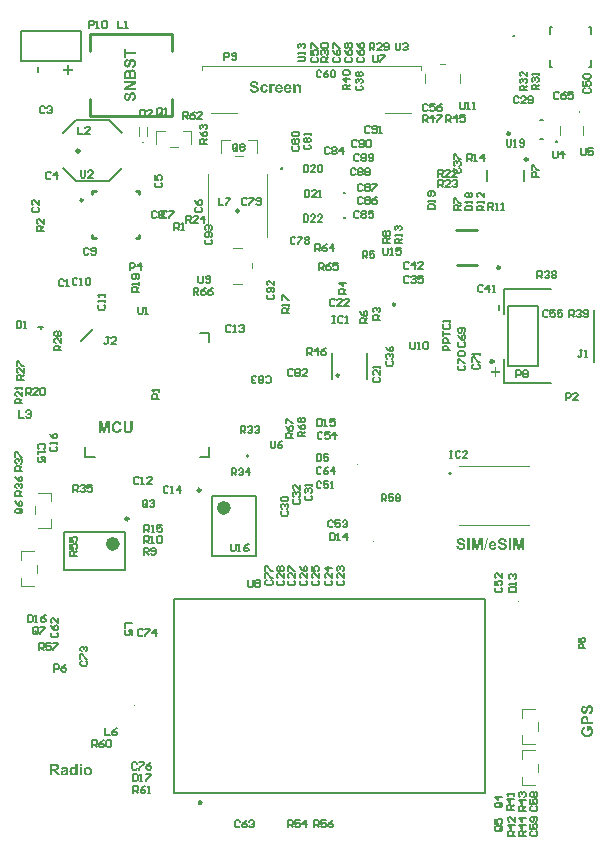
<source format=gbr>
%TF.GenerationSoftware,Altium Limited,Altium Designer,21.2.2 (38)*%
G04 Layer_Color=65535*
%FSLAX45Y45*%
%MOMM*%
%TF.SameCoordinates,EE3A7C27-349B-46B6-A90B-2B7A9072729B*%
%TF.FilePolarity,Positive*%
%TF.FileFunction,Legend,Top*%
%TF.Part,Single*%
G01*
G75*
%TA.AperFunction,NonConductor*%
%ADD89C,0.10000*%
%ADD90C,0.25400*%
%ADD91C,0.20000*%
%ADD92C,0.15000*%
%ADD99C,0.25000*%
%ADD100C,0.60000*%
%ADD101C,0.30000*%
%ADD102C,0.40000*%
%ADD103C,0.12700*%
%ADD104C,0.17780*%
G36*
X2084634Y6439436D02*
X2086160Y6439298D01*
X2087963Y6439159D01*
X2089765Y6438882D01*
X2091846Y6438604D01*
X2096284Y6437634D01*
X2098503Y6436940D01*
X2100721Y6436247D01*
X2102940Y6435276D01*
X2105021Y6434166D01*
X2106962Y6432918D01*
X2108765Y6431531D01*
X2108904Y6431393D01*
X2109181Y6431115D01*
X2109597Y6430699D01*
X2110152Y6430145D01*
X2110845Y6429313D01*
X2111678Y6428342D01*
X2112510Y6427232D01*
X2113480Y6425984D01*
X2114313Y6424459D01*
X2115145Y6422933D01*
X2115977Y6421130D01*
X2116670Y6419189D01*
X2117364Y6417247D01*
X2117918Y6415028D01*
X2118334Y6412809D01*
X2118473Y6410313D01*
X2099057Y6409619D01*
Y6409758D01*
Y6409897D01*
X2098780Y6410868D01*
X2098503Y6412116D01*
X2097948Y6413641D01*
X2097254Y6415444D01*
X2096284Y6417108D01*
X2095035Y6418773D01*
X2093649Y6420159D01*
X2093510Y6420298D01*
X2092955Y6420714D01*
X2091984Y6421269D01*
X2090598Y6421824D01*
X2088933Y6422378D01*
X2086853Y6422933D01*
X2084357Y6423349D01*
X2081444Y6423488D01*
X2080058D01*
X2078532Y6423349D01*
X2076729Y6423072D01*
X2074649Y6422656D01*
X2072430Y6421962D01*
X2070350Y6421130D01*
X2068408Y6419882D01*
X2068269Y6419743D01*
X2067992Y6419466D01*
X2067437Y6419050D01*
X2066883Y6418356D01*
X2066328Y6417524D01*
X2065773Y6416415D01*
X2065496Y6415305D01*
X2065357Y6413919D01*
Y6413780D01*
Y6413364D01*
X2065496Y6412670D01*
X2065773Y6411977D01*
X2066050Y6411006D01*
X2066467Y6410035D01*
X2067160Y6409065D01*
X2068131Y6408094D01*
X2068269Y6407955D01*
X2068963Y6407539D01*
X2069379Y6407262D01*
X2070072Y6406984D01*
X2070766Y6406568D01*
X2071737Y6406152D01*
X2072846Y6405736D01*
X2074094Y6405182D01*
X2075620Y6404627D01*
X2077145Y6404072D01*
X2079087Y6403517D01*
X2081167Y6402963D01*
X2083386Y6402408D01*
X2085882Y6401714D01*
X2086021D01*
X2086576Y6401576D01*
X2087269Y6401437D01*
X2088240Y6401160D01*
X2089349Y6400882D01*
X2090736Y6400466D01*
X2092262Y6400050D01*
X2093787Y6399634D01*
X2097116Y6398525D01*
X2100583Y6397415D01*
X2103911Y6396167D01*
X2105298Y6395474D01*
X2106685Y6394780D01*
X2106824D01*
X2106962Y6394642D01*
X2107794Y6394087D01*
X2109043Y6393255D01*
X2110568Y6392145D01*
X2112232Y6390758D01*
X2114035Y6389094D01*
X2115838Y6387153D01*
X2117364Y6384934D01*
X2117502Y6384656D01*
X2117918Y6383824D01*
X2118612Y6382576D01*
X2119305Y6380773D01*
X2119999Y6378554D01*
X2120692Y6375919D01*
X2121108Y6373007D01*
X2121247Y6369678D01*
Y6369540D01*
Y6369262D01*
Y6368846D01*
Y6368292D01*
X2121108Y6367598D01*
X2120969Y6366627D01*
X2120692Y6364686D01*
X2120137Y6362189D01*
X2119305Y6359554D01*
X2118057Y6356919D01*
X2116531Y6354146D01*
Y6354007D01*
X2116254Y6353868D01*
X2115699Y6353036D01*
X2114590Y6351649D01*
X2113203Y6350124D01*
X2111400Y6348321D01*
X2109043Y6346657D01*
X2106546Y6344993D01*
X2103495Y6343467D01*
X2103356D01*
X2103079Y6343328D01*
X2102663Y6343190D01*
X2101970Y6342912D01*
X2101138Y6342635D01*
X2100167Y6342358D01*
X2099057Y6342080D01*
X2097809Y6341803D01*
X2096284Y6341387D01*
X2094758Y6341109D01*
X2091152Y6340555D01*
X2087130Y6340139D01*
X2082693Y6340000D01*
X2080890D01*
X2079642Y6340139D01*
X2078116Y6340277D01*
X2076452Y6340416D01*
X2074510Y6340693D01*
X2072430Y6341109D01*
X2067853Y6342080D01*
X2065496Y6342774D01*
X2063277Y6343467D01*
X2060919Y6344438D01*
X2058700Y6345547D01*
X2056620Y6346796D01*
X2054678Y6348321D01*
X2054540Y6348460D01*
X2054262Y6348737D01*
X2053708Y6349153D01*
X2053153Y6349847D01*
X2052321Y6350817D01*
X2051489Y6351927D01*
X2050518Y6353175D01*
X2049547Y6354562D01*
X2048576Y6356226D01*
X2047606Y6358029D01*
X2046635Y6360109D01*
X2045664Y6362328D01*
X2044971Y6364686D01*
X2044138Y6367321D01*
X2043584Y6370094D01*
X2043168Y6373007D01*
X2062029Y6374810D01*
Y6374671D01*
X2062167Y6374394D01*
Y6373839D01*
X2062306Y6373284D01*
X2062861Y6371620D01*
X2063554Y6369540D01*
X2064386Y6367182D01*
X2065634Y6364824D01*
X2067021Y6362744D01*
X2068824Y6360803D01*
X2069102Y6360664D01*
X2069795Y6360109D01*
X2070904Y6359416D01*
X2072569Y6358584D01*
X2074649Y6357752D01*
X2077007Y6357058D01*
X2079780Y6356503D01*
X2082970Y6356365D01*
X2084495D01*
X2086160Y6356642D01*
X2088240Y6356919D01*
X2090459Y6357336D01*
X2092816Y6358029D01*
X2095035Y6359000D01*
X2096977Y6360248D01*
X2097254Y6360387D01*
X2097809Y6360941D01*
X2098503Y6361773D01*
X2099473Y6362883D01*
X2100305Y6364270D01*
X2101138Y6365934D01*
X2101692Y6367598D01*
X2101831Y6369540D01*
Y6369678D01*
Y6370094D01*
X2101692Y6370788D01*
X2101554Y6371620D01*
X2101276Y6372452D01*
X2100999Y6373423D01*
X2100444Y6374394D01*
X2099751Y6375364D01*
X2099612Y6375503D01*
X2099335Y6375780D01*
X2098919Y6376197D01*
X2098225Y6376751D01*
X2097254Y6377445D01*
X2096006Y6378138D01*
X2094619Y6378832D01*
X2092816Y6379525D01*
X2092678D01*
X2092123Y6379802D01*
X2091152Y6380080D01*
X2090459Y6380357D01*
X2089627Y6380496D01*
X2088656Y6380773D01*
X2087546Y6381189D01*
X2086298Y6381467D01*
X2084912Y6381883D01*
X2083247Y6382299D01*
X2081444Y6382715D01*
X2079503Y6383269D01*
X2077284Y6383824D01*
X2077145D01*
X2076590Y6383963D01*
X2075758Y6384240D01*
X2074788Y6384518D01*
X2073539Y6384934D01*
X2072014Y6385350D01*
X2070488Y6385904D01*
X2068685Y6386459D01*
X2065080Y6387846D01*
X2061613Y6389510D01*
X2059810Y6390342D01*
X2058284Y6391313D01*
X2056759Y6392284D01*
X2055510Y6393255D01*
X2055372Y6393393D01*
X2055094Y6393671D01*
X2054678Y6394087D01*
X2054124Y6394642D01*
X2053430Y6395474D01*
X2052737Y6396444D01*
X2051905Y6397415D01*
X2051211Y6398663D01*
X2049547Y6401576D01*
X2048160Y6404904D01*
X2047606Y6406707D01*
X2047189Y6408510D01*
X2046912Y6410590D01*
X2046773Y6412670D01*
Y6412809D01*
Y6412948D01*
Y6413364D01*
Y6413919D01*
X2047051Y6415305D01*
X2047328Y6417108D01*
X2047744Y6419189D01*
X2048438Y6421546D01*
X2049408Y6424043D01*
X2050795Y6426400D01*
Y6426539D01*
X2050934Y6426678D01*
X2051627Y6427510D01*
X2052459Y6428619D01*
X2053846Y6430006D01*
X2055510Y6431531D01*
X2057591Y6433196D01*
X2059948Y6434721D01*
X2062722Y6436108D01*
X2062861D01*
X2063138Y6436247D01*
X2063554Y6436385D01*
X2064109Y6436663D01*
X2064941Y6436940D01*
X2065773Y6437218D01*
X2066883Y6437495D01*
X2068131Y6437911D01*
X2070904Y6438466D01*
X2074094Y6439020D01*
X2077700Y6439436D01*
X2081722Y6439575D01*
X2083386D01*
X2084634Y6439436D01*
D02*
G37*
G36*
X2246478Y6412809D02*
X2248004Y6412532D01*
X2249945Y6412116D01*
X2252026Y6411422D01*
X2254106Y6410590D01*
X2256325Y6409342D01*
X2250500Y6393393D01*
X2250362Y6393532D01*
X2249668Y6393809D01*
X2248836Y6394364D01*
X2247727Y6394919D01*
X2246340Y6395474D01*
X2244953Y6396028D01*
X2243427Y6396306D01*
X2241902Y6396444D01*
X2241347D01*
X2240515Y6396306D01*
X2239683Y6396167D01*
X2238712Y6395890D01*
X2237603Y6395474D01*
X2236493Y6394919D01*
X2235384Y6394225D01*
X2235245Y6394087D01*
X2234968Y6393809D01*
X2234413Y6393255D01*
X2233858Y6392423D01*
X2233165Y6391452D01*
X2232471Y6390065D01*
X2231778Y6388401D01*
X2231223Y6386459D01*
Y6386182D01*
X2231084Y6385766D01*
X2230946Y6385350D01*
Y6384656D01*
X2230807Y6383824D01*
X2230668Y6382715D01*
X2230530Y6381467D01*
X2230391Y6380080D01*
X2230252Y6378277D01*
X2230114Y6376474D01*
Y6374255D01*
X2229975Y6371897D01*
X2229836Y6369262D01*
Y6366350D01*
Y6363160D01*
Y6341803D01*
X2211391D01*
Y6411422D01*
X2228449D01*
Y6401576D01*
X2228588Y6401714D01*
X2229143Y6402547D01*
X2229975Y6403795D01*
X2231084Y6405320D01*
X2232194Y6406846D01*
X2233581Y6408371D01*
X2234829Y6409758D01*
X2236216Y6410729D01*
X2236354Y6410868D01*
X2236770Y6411145D01*
X2237603Y6411422D01*
X2238573Y6411838D01*
X2239683Y6412254D01*
X2241070Y6412670D01*
X2242457Y6412809D01*
X2244121Y6412948D01*
X2245230D01*
X2246478Y6412809D01*
D02*
G37*
G36*
X2455475D02*
X2457001Y6412670D01*
X2458665Y6412393D01*
X2460468Y6411977D01*
X2462409Y6411422D01*
X2464351Y6410729D01*
X2464628Y6410590D01*
X2465183Y6410313D01*
X2466154Y6409897D01*
X2467263Y6409203D01*
X2468511Y6408371D01*
X2469760Y6407400D01*
X2471008Y6406291D01*
X2472117Y6405043D01*
X2472256Y6404904D01*
X2472533Y6404488D01*
X2472949Y6403795D01*
X2473504Y6402824D01*
X2474197Y6401714D01*
X2474752Y6400328D01*
X2475307Y6398941D01*
X2475723Y6397277D01*
Y6397138D01*
X2475862Y6396444D01*
X2476139Y6395474D01*
X2476278Y6394087D01*
X2476555Y6392423D01*
X2476694Y6390204D01*
X2476832Y6387846D01*
Y6384934D01*
Y6341803D01*
X2458388D01*
Y6377167D01*
Y6377306D01*
Y6377722D01*
Y6378277D01*
Y6378970D01*
Y6379941D01*
Y6380912D01*
X2458249Y6383269D01*
X2458110Y6385627D01*
X2457833Y6388123D01*
X2457555Y6390204D01*
X2457417Y6391036D01*
X2457139Y6391729D01*
Y6391868D01*
X2456862Y6392284D01*
X2456585Y6392839D01*
X2456169Y6393671D01*
X2454920Y6395335D01*
X2454227Y6396167D01*
X2453256Y6396860D01*
X2453118Y6396999D01*
X2452840Y6397138D01*
X2452285Y6397415D01*
X2451453Y6397831D01*
X2450483Y6398247D01*
X2449512Y6398525D01*
X2448264Y6398663D01*
X2446877Y6398802D01*
X2446045D01*
X2445213Y6398663D01*
X2444103Y6398525D01*
X2442716Y6398109D01*
X2441329Y6397693D01*
X2439804Y6396999D01*
X2438278Y6396167D01*
X2438140Y6396028D01*
X2437724Y6395751D01*
X2437030Y6395058D01*
X2436198Y6394364D01*
X2435366Y6393255D01*
X2434534Y6392145D01*
X2433702Y6390620D01*
X2433147Y6389094D01*
Y6388955D01*
X2432870Y6388262D01*
X2432731Y6387153D01*
X2432454Y6385488D01*
X2432315Y6384518D01*
X2432176Y6383269D01*
X2432038Y6382021D01*
Y6380496D01*
X2431899Y6378970D01*
X2431760Y6377167D01*
Y6375226D01*
Y6373145D01*
Y6341803D01*
X2413315D01*
Y6411422D01*
X2430373D01*
Y6401160D01*
X2430512Y6401298D01*
X2430789Y6401714D01*
X2431344Y6402269D01*
X2432038Y6402963D01*
X2432870Y6403933D01*
X2433979Y6404904D01*
X2435227Y6406014D01*
X2436614Y6407123D01*
X2438140Y6408094D01*
X2439943Y6409203D01*
X2441745Y6410174D01*
X2443826Y6411145D01*
X2446045Y6411838D01*
X2448264Y6412393D01*
X2450760Y6412809D01*
X2453256Y6412948D01*
X2454227D01*
X2455475Y6412809D01*
D02*
G37*
G36*
X2169093D02*
X2170202D01*
X2171450Y6412670D01*
X2172837Y6412532D01*
X2174363Y6412254D01*
X2177552Y6411561D01*
X2180881Y6410590D01*
X2184209Y6409203D01*
X2187260Y6407400D01*
X2187399D01*
X2187538Y6407123D01*
X2187954Y6406846D01*
X2188508Y6406430D01*
X2189757Y6405182D01*
X2191421Y6403379D01*
X2193224Y6401021D01*
X2195027Y6398247D01*
X2196691Y6394919D01*
X2198078Y6391036D01*
X2179910Y6387707D01*
Y6387985D01*
X2179771Y6388539D01*
X2179494Y6389510D01*
X2179078Y6390758D01*
X2178385Y6392007D01*
X2177691Y6393393D01*
X2176720Y6394642D01*
X2175611Y6395751D01*
X2175472Y6395890D01*
X2175056Y6396167D01*
X2174363Y6396583D01*
X2173392Y6397138D01*
X2172144Y6397693D01*
X2170757Y6398109D01*
X2169093Y6398386D01*
X2167290Y6398525D01*
X2167012D01*
X2166180Y6398386D01*
X2164932Y6398247D01*
X2163268Y6397970D01*
X2161604Y6397277D01*
X2159801Y6396444D01*
X2157998Y6395335D01*
X2156334Y6393671D01*
X2156195Y6393393D01*
X2155779Y6392700D01*
X2155086Y6391590D01*
X2154392Y6389926D01*
X2153560Y6387707D01*
X2153283Y6386459D01*
X2153005Y6385072D01*
X2152728Y6383408D01*
X2152451Y6381744D01*
X2152312Y6379802D01*
Y6377861D01*
Y6377722D01*
Y6377306D01*
Y6376613D01*
X2152451Y6375780D01*
Y6374810D01*
X2152589Y6373700D01*
X2152867Y6370927D01*
X2153283Y6368014D01*
X2154115Y6365102D01*
X2155086Y6362467D01*
X2155779Y6361357D01*
X2156472Y6360248D01*
X2156611Y6359971D01*
X2157305Y6359416D01*
X2158137Y6358722D01*
X2159385Y6357752D01*
X2161049Y6356781D01*
X2162852Y6356087D01*
X2165071Y6355533D01*
X2167567Y6355255D01*
X2168399D01*
X2169370Y6355394D01*
X2170618Y6355671D01*
X2172005Y6355949D01*
X2173392Y6356503D01*
X2174779Y6357197D01*
X2176166Y6358168D01*
X2176304Y6358306D01*
X2176720Y6358722D01*
X2177275Y6359416D01*
X2178107Y6360525D01*
X2178939Y6361912D01*
X2179633Y6363715D01*
X2180465Y6365934D01*
X2181020Y6368430D01*
X2199048Y6365379D01*
Y6365241D01*
X2198910Y6364824D01*
X2198771Y6364131D01*
X2198494Y6363299D01*
X2198078Y6362328D01*
X2197662Y6361080D01*
X2196552Y6358306D01*
X2195165Y6355255D01*
X2193224Y6352204D01*
X2190866Y6349153D01*
X2189479Y6347766D01*
X2188092Y6346518D01*
X2187954D01*
X2187676Y6346241D01*
X2187260Y6345963D01*
X2186706Y6345547D01*
X2185873Y6345131D01*
X2184903Y6344577D01*
X2183793Y6344022D01*
X2182406Y6343467D01*
X2181020Y6342774D01*
X2179355Y6342219D01*
X2177691Y6341664D01*
X2175750Y6341248D01*
X2173669Y6340832D01*
X2171450Y6340555D01*
X2169231Y6340416D01*
X2166735Y6340277D01*
X2165210D01*
X2164239Y6340416D01*
X2162991Y6340555D01*
X2161465Y6340832D01*
X2159801Y6341109D01*
X2157998Y6341526D01*
X2156056Y6341942D01*
X2154115Y6342635D01*
X2152035Y6343328D01*
X2150093Y6344299D01*
X2148013Y6345409D01*
X2146071Y6346657D01*
X2144268Y6348182D01*
X2142465Y6349847D01*
X2142327Y6349985D01*
X2142049Y6350263D01*
X2141633Y6350817D01*
X2141079Y6351649D01*
X2140385Y6352620D01*
X2139553Y6353730D01*
X2138860Y6355117D01*
X2138027Y6356781D01*
X2137057Y6358584D01*
X2136363Y6360525D01*
X2135531Y6362744D01*
X2134838Y6365102D01*
X2134283Y6367737D01*
X2133867Y6370372D01*
X2133590Y6373423D01*
X2133451Y6376474D01*
Y6376613D01*
Y6377167D01*
Y6378138D01*
X2133590Y6379248D01*
X2133728Y6380773D01*
X2133867Y6382437D01*
X2134144Y6384240D01*
X2134560Y6386320D01*
X2135670Y6390620D01*
X2136363Y6392839D01*
X2137195Y6395058D01*
X2138305Y6397277D01*
X2139553Y6399357D01*
X2140940Y6401298D01*
X2142465Y6403240D01*
X2142604Y6403379D01*
X2142881Y6403656D01*
X2143436Y6404072D01*
X2144130Y6404765D01*
X2145100Y6405459D01*
X2146210Y6406291D01*
X2147458Y6407262D01*
X2148984Y6408094D01*
X2150648Y6409065D01*
X2152451Y6409897D01*
X2154531Y6410729D01*
X2156750Y6411422D01*
X2158969Y6412116D01*
X2161604Y6412532D01*
X2164239Y6412809D01*
X2167012Y6412948D01*
X2168261D01*
X2169093Y6412809D01*
D02*
G37*
G36*
X2367966D02*
X2369214Y6412670D01*
X2370739Y6412393D01*
X2372403Y6412116D01*
X2374206Y6411700D01*
X2376148Y6411145D01*
X2378089Y6410451D01*
X2380170Y6409619D01*
X2382250Y6408510D01*
X2384192Y6407400D01*
X2386133Y6406014D01*
X2388075Y6404349D01*
X2389739Y6402547D01*
X2389878Y6402408D01*
X2390155Y6402130D01*
X2390571Y6401437D01*
X2391126Y6400605D01*
X2391819Y6399495D01*
X2392513Y6398247D01*
X2393345Y6396583D01*
X2394177Y6394780D01*
X2395009Y6392700D01*
X2395841Y6390342D01*
X2396534Y6387846D01*
X2397228Y6384934D01*
X2397783Y6381883D01*
X2398199Y6378554D01*
X2398476Y6375087D01*
Y6371204D01*
X2352433D01*
Y6371065D01*
Y6370788D01*
Y6370372D01*
X2352572Y6369817D01*
X2352710Y6368430D01*
X2352988Y6366489D01*
X2353542Y6364547D01*
X2354375Y6362328D01*
X2355345Y6360248D01*
X2356732Y6358445D01*
X2356871Y6358306D01*
X2357564Y6357752D01*
X2358396Y6357058D01*
X2359645Y6356226D01*
X2361170Y6355394D01*
X2363112Y6354701D01*
X2365192Y6354146D01*
X2367411Y6354007D01*
X2368104D01*
X2368936Y6354146D01*
X2369907Y6354284D01*
X2371017Y6354562D01*
X2372265Y6354978D01*
X2373513Y6355533D01*
X2374622Y6356365D01*
X2374761Y6356503D01*
X2375177Y6356781D01*
X2375732Y6357336D01*
X2376287Y6358168D01*
X2377119Y6359277D01*
X2377812Y6360525D01*
X2378506Y6362189D01*
X2379199Y6363992D01*
X2397505Y6360941D01*
Y6360803D01*
X2397367Y6360525D01*
X2397089Y6359971D01*
X2396812Y6359277D01*
X2396396Y6358445D01*
X2395980Y6357474D01*
X2394732Y6355255D01*
X2393206Y6352759D01*
X2391264Y6350124D01*
X2388907Y6347766D01*
X2386272Y6345547D01*
X2386133D01*
X2385994Y6345270D01*
X2385440Y6345131D01*
X2384885Y6344715D01*
X2384192Y6344299D01*
X2383221Y6343883D01*
X2382250Y6343467D01*
X2381002Y6342912D01*
X2378228Y6341942D01*
X2375038Y6341109D01*
X2371294Y6340555D01*
X2367272Y6340277D01*
X2366440D01*
X2365608Y6340416D01*
X2364360D01*
X2362834Y6340693D01*
X2361031Y6340971D01*
X2359090Y6341248D01*
X2357148Y6341803D01*
X2354929Y6342358D01*
X2352710Y6343190D01*
X2350491Y6344161D01*
X2348272Y6345270D01*
X2346053Y6346657D01*
X2343973Y6348182D01*
X2342170Y6349985D01*
X2340367Y6352066D01*
X2340229Y6352204D01*
X2340090Y6352482D01*
X2339813Y6353036D01*
X2339258Y6353730D01*
X2338842Y6354701D01*
X2338287Y6355810D01*
X2337594Y6357058D01*
X2337039Y6358584D01*
X2336346Y6360248D01*
X2335791Y6362051D01*
X2335097Y6363992D01*
X2334681Y6366211D01*
X2334265Y6368430D01*
X2333849Y6370788D01*
X2333711Y6373423D01*
X2333572Y6376058D01*
Y6376197D01*
Y6376751D01*
Y6377722D01*
X2333711Y6378970D01*
X2333849Y6380357D01*
X2333988Y6382021D01*
X2334265Y6383824D01*
X2334681Y6385904D01*
X2335791Y6390204D01*
X2336484Y6392423D01*
X2337316Y6394780D01*
X2338426Y6396999D01*
X2339674Y6399079D01*
X2341061Y6401160D01*
X2342586Y6403101D01*
X2342725Y6403240D01*
X2343002Y6403517D01*
X2343557Y6404072D01*
X2344251Y6404627D01*
X2345083Y6405320D01*
X2346192Y6406152D01*
X2347440Y6407123D01*
X2348827Y6408094D01*
X2350353Y6408926D01*
X2352156Y6409897D01*
X2353958Y6410729D01*
X2356039Y6411422D01*
X2358119Y6411977D01*
X2360477Y6412532D01*
X2362834Y6412809D01*
X2365331Y6412948D01*
X2366856D01*
X2367966Y6412809D01*
D02*
G37*
G36*
X2293354D02*
X2294602Y6412670D01*
X2296127Y6412393D01*
X2297791Y6412116D01*
X2299594Y6411700D01*
X2301536Y6411145D01*
X2303477Y6410451D01*
X2305558Y6409619D01*
X2307638Y6408510D01*
X2309580Y6407400D01*
X2311521Y6406014D01*
X2313463Y6404349D01*
X2315127Y6402547D01*
X2315266Y6402408D01*
X2315543Y6402130D01*
X2315959Y6401437D01*
X2316514Y6400605D01*
X2317207Y6399495D01*
X2317901Y6398247D01*
X2318733Y6396583D01*
X2319565Y6394780D01*
X2320397Y6392700D01*
X2321229Y6390342D01*
X2321922Y6387846D01*
X2322616Y6384934D01*
X2323171Y6381883D01*
X2323587Y6378554D01*
X2323864Y6375087D01*
Y6371204D01*
X2277821D01*
Y6371065D01*
Y6370788D01*
Y6370372D01*
X2277960Y6369817D01*
X2278098Y6368430D01*
X2278376Y6366489D01*
X2278930Y6364547D01*
X2279763Y6362328D01*
X2280733Y6360248D01*
X2282120Y6358445D01*
X2282259Y6358306D01*
X2282952Y6357752D01*
X2283784Y6357058D01*
X2285033Y6356226D01*
X2286558Y6355394D01*
X2288500Y6354701D01*
X2290580Y6354146D01*
X2292799Y6354007D01*
X2293492D01*
X2294324Y6354146D01*
X2295295Y6354284D01*
X2296405Y6354562D01*
X2297653Y6354978D01*
X2298901Y6355533D01*
X2300010Y6356365D01*
X2300149Y6356503D01*
X2300565Y6356781D01*
X2301120Y6357336D01*
X2301675Y6358168D01*
X2302507Y6359277D01*
X2303200Y6360525D01*
X2303894Y6362189D01*
X2304587Y6363992D01*
X2322893Y6360941D01*
Y6360803D01*
X2322755Y6360525D01*
X2322477Y6359971D01*
X2322200Y6359277D01*
X2321784Y6358445D01*
X2321368Y6357474D01*
X2320120Y6355255D01*
X2318594Y6352759D01*
X2316652Y6350124D01*
X2314295Y6347766D01*
X2311660Y6345547D01*
X2311521D01*
X2311382Y6345270D01*
X2310828Y6345131D01*
X2310273Y6344715D01*
X2309580Y6344299D01*
X2308609Y6343883D01*
X2307638Y6343467D01*
X2306390Y6342912D01*
X2303616Y6341942D01*
X2300426Y6341109D01*
X2296682Y6340555D01*
X2292660Y6340277D01*
X2291828D01*
X2290996Y6340416D01*
X2289748D01*
X2288222Y6340693D01*
X2286419Y6340971D01*
X2284478Y6341248D01*
X2282536Y6341803D01*
X2280317Y6342358D01*
X2278098Y6343190D01*
X2275879Y6344161D01*
X2273660Y6345270D01*
X2271441Y6346657D01*
X2269361Y6348182D01*
X2267558Y6349985D01*
X2265755Y6352066D01*
X2265617Y6352204D01*
X2265478Y6352482D01*
X2265201Y6353036D01*
X2264646Y6353730D01*
X2264230Y6354701D01*
X2263675Y6355810D01*
X2262982Y6357058D01*
X2262427Y6358584D01*
X2261734Y6360248D01*
X2261179Y6362051D01*
X2260485Y6363992D01*
X2260069Y6366211D01*
X2259653Y6368430D01*
X2259237Y6370788D01*
X2259099Y6373423D01*
X2258960Y6376058D01*
Y6376197D01*
Y6376751D01*
Y6377722D01*
X2259099Y6378970D01*
X2259237Y6380357D01*
X2259376Y6382021D01*
X2259653Y6383824D01*
X2260069Y6385904D01*
X2261179Y6390204D01*
X2261872Y6392423D01*
X2262704Y6394780D01*
X2263814Y6396999D01*
X2265062Y6399079D01*
X2266449Y6401160D01*
X2267974Y6403101D01*
X2268113Y6403240D01*
X2268390Y6403517D01*
X2268945Y6404072D01*
X2269639Y6404627D01*
X2270471Y6405320D01*
X2271580Y6406152D01*
X2272828Y6407123D01*
X2274215Y6408094D01*
X2275741Y6408926D01*
X2277544Y6409897D01*
X2279346Y6410729D01*
X2281427Y6411422D01*
X2283507Y6411977D01*
X2285865Y6412532D01*
X2288222Y6412809D01*
X2290719Y6412948D01*
X2292244D01*
X2293354Y6412809D01*
D02*
G37*
G36*
X998454Y6685198D02*
X1078197D01*
Y6665782D01*
X998454D01*
Y6637352D01*
X982228D01*
Y6713489D01*
X998454D01*
Y6685198D01*
D02*
G37*
G36*
X1052402Y6627505D02*
X1053373Y6627367D01*
X1055314Y6627089D01*
X1057810Y6626535D01*
X1060445Y6625703D01*
X1063080Y6624454D01*
X1065854Y6622929D01*
X1065993D01*
X1066131Y6622651D01*
X1066964Y6622097D01*
X1068350Y6620987D01*
X1069876Y6619600D01*
X1071679Y6617798D01*
X1073343Y6615440D01*
X1075007Y6612944D01*
X1076533Y6609893D01*
Y6609754D01*
X1076671Y6609476D01*
X1076810Y6609060D01*
X1077088Y6608367D01*
X1077365Y6607535D01*
X1077642Y6606564D01*
X1077920Y6605455D01*
X1078197Y6604207D01*
X1078613Y6602681D01*
X1078890Y6601155D01*
X1079445Y6597550D01*
X1079861Y6593528D01*
X1080000Y6589090D01*
Y6587287D01*
X1079861Y6586039D01*
X1079723Y6584513D01*
X1079584Y6582849D01*
X1079306Y6580908D01*
X1078890Y6578827D01*
X1077920Y6574251D01*
X1077226Y6571893D01*
X1076533Y6569674D01*
X1075562Y6567317D01*
X1074453Y6565098D01*
X1073204Y6563017D01*
X1071679Y6561076D01*
X1071540Y6560937D01*
X1071263Y6560660D01*
X1070847Y6560105D01*
X1070153Y6559550D01*
X1069183Y6558718D01*
X1068073Y6557886D01*
X1066825Y6556915D01*
X1065438Y6555944D01*
X1063774Y6554974D01*
X1061971Y6554003D01*
X1059891Y6553032D01*
X1057672Y6552061D01*
X1055314Y6551368D01*
X1052679Y6550536D01*
X1049905Y6549981D01*
X1046993Y6549565D01*
X1045190Y6568426D01*
X1045329D01*
X1045606Y6568565D01*
X1046161D01*
X1046716Y6568703D01*
X1048380Y6569258D01*
X1050460Y6569952D01*
X1052818Y6570784D01*
X1055175Y6572032D01*
X1057256Y6573419D01*
X1059197Y6575222D01*
X1059336Y6575499D01*
X1059891Y6576192D01*
X1060584Y6577302D01*
X1061416Y6578966D01*
X1062248Y6581046D01*
X1062942Y6583404D01*
X1063496Y6586178D01*
X1063635Y6589367D01*
Y6590893D01*
X1063358Y6592557D01*
X1063080Y6594637D01*
X1062664Y6596856D01*
X1061971Y6599214D01*
X1061000Y6601433D01*
X1059752Y6603374D01*
X1059613Y6603652D01*
X1059059Y6604207D01*
X1058226Y6604900D01*
X1057117Y6605871D01*
X1055730Y6606703D01*
X1054066Y6607535D01*
X1052402Y6608090D01*
X1050460Y6608228D01*
X1050321D01*
X1049905D01*
X1049212Y6608090D01*
X1048380Y6607951D01*
X1047548Y6607674D01*
X1046577Y6607396D01*
X1045606Y6606841D01*
X1044635Y6606148D01*
X1044497Y6606009D01*
X1044219Y6605732D01*
X1043803Y6605316D01*
X1043249Y6604623D01*
X1042555Y6603652D01*
X1041862Y6602404D01*
X1041168Y6601017D01*
X1040475Y6599214D01*
Y6599075D01*
X1040198Y6598520D01*
X1039920Y6597550D01*
X1039643Y6596856D01*
X1039504Y6596024D01*
X1039227Y6595053D01*
X1038811Y6593944D01*
X1038533Y6592696D01*
X1038117Y6591309D01*
X1037701Y6589645D01*
X1037285Y6587842D01*
X1036730Y6585900D01*
X1036176Y6583681D01*
Y6583543D01*
X1036037Y6582988D01*
X1035760Y6582156D01*
X1035482Y6581185D01*
X1035066Y6579937D01*
X1034650Y6578411D01*
X1034095Y6576886D01*
X1033541Y6575083D01*
X1032154Y6571477D01*
X1030490Y6568010D01*
X1029658Y6566207D01*
X1028687Y6564682D01*
X1027716Y6563156D01*
X1026745Y6561908D01*
X1026607Y6561769D01*
X1026329Y6561492D01*
X1025913Y6561076D01*
X1025358Y6560521D01*
X1024526Y6559828D01*
X1023555Y6559134D01*
X1022585Y6558302D01*
X1021337Y6557609D01*
X1018424Y6555944D01*
X1015096Y6554558D01*
X1013293Y6554003D01*
X1011490Y6553587D01*
X1009410Y6553309D01*
X1007329Y6553171D01*
X1007191D01*
X1007052D01*
X1006636D01*
X1006081D01*
X1004694Y6553448D01*
X1002892Y6553726D01*
X1000811Y6554142D01*
X998454Y6554835D01*
X995957Y6555806D01*
X993600Y6557193D01*
X993461D01*
X993322Y6557331D01*
X992490Y6558025D01*
X991381Y6558857D01*
X989994Y6560244D01*
X988468Y6561908D01*
X986804Y6563988D01*
X985279Y6566346D01*
X983892Y6569119D01*
Y6569258D01*
X983753Y6569536D01*
X983614Y6569952D01*
X983337Y6570506D01*
X983060Y6571338D01*
X982782Y6572170D01*
X982505Y6573280D01*
X982089Y6574528D01*
X981534Y6577302D01*
X980979Y6580492D01*
X980563Y6584097D01*
X980425Y6588119D01*
Y6589783D01*
X980563Y6591032D01*
X980702Y6592557D01*
X980841Y6594360D01*
X981118Y6596163D01*
X981396Y6598243D01*
X982366Y6602681D01*
X983060Y6604900D01*
X983753Y6607119D01*
X984724Y6609338D01*
X985833Y6611418D01*
X987082Y6613360D01*
X988468Y6615163D01*
X988607Y6615301D01*
X988884Y6615579D01*
X989301Y6615995D01*
X989855Y6616549D01*
X990687Y6617243D01*
X991658Y6618075D01*
X992768Y6618907D01*
X994016Y6619878D01*
X995541Y6620710D01*
X997067Y6621542D01*
X998870Y6622374D01*
X1000811Y6623068D01*
X1002753Y6623761D01*
X1004972Y6624316D01*
X1007191Y6624732D01*
X1009687Y6624870D01*
X1010381Y6605455D01*
X1010242D01*
X1010103D01*
X1009132Y6605177D01*
X1007884Y6604900D01*
X1006359Y6604345D01*
X1004556Y6603652D01*
X1002892Y6602681D01*
X1001227Y6601433D01*
X999841Y6600046D01*
X999702Y6599907D01*
X999286Y6599353D01*
X998731Y6598382D01*
X998176Y6596995D01*
X997622Y6595331D01*
X997067Y6593250D01*
X996651Y6590754D01*
X996512Y6587842D01*
Y6586455D01*
X996651Y6584929D01*
X996928Y6583127D01*
X997344Y6581046D01*
X998038Y6578827D01*
X998870Y6576747D01*
X1000118Y6574805D01*
X1000257Y6574667D01*
X1000534Y6574389D01*
X1000950Y6573835D01*
X1001643Y6573280D01*
X1002476Y6572725D01*
X1003585Y6572170D01*
X1004694Y6571893D01*
X1006081Y6571754D01*
X1006220D01*
X1006636D01*
X1007329Y6571893D01*
X1008023Y6572170D01*
X1008994Y6572448D01*
X1009964Y6572864D01*
X1010935Y6573557D01*
X1011906Y6574528D01*
X1012045Y6574667D01*
X1012461Y6575360D01*
X1012738Y6575776D01*
X1013016Y6576470D01*
X1013432Y6577163D01*
X1013848Y6578134D01*
X1014264Y6579243D01*
X1014818Y6580492D01*
X1015373Y6582017D01*
X1015928Y6583543D01*
X1016483Y6585484D01*
X1017037Y6587564D01*
X1017592Y6589783D01*
X1018285Y6592280D01*
Y6592418D01*
X1018424Y6592973D01*
X1018563Y6593667D01*
X1018840Y6594637D01*
X1019118Y6595747D01*
X1019534Y6597134D01*
X1019950Y6598659D01*
X1020366Y6600185D01*
X1021475Y6603513D01*
X1022585Y6606980D01*
X1023833Y6610309D01*
X1024526Y6611695D01*
X1025220Y6613082D01*
Y6613221D01*
X1025358Y6613360D01*
X1025913Y6614192D01*
X1026745Y6615440D01*
X1027855Y6616965D01*
X1029242Y6618630D01*
X1030906Y6620433D01*
X1032847Y6622235D01*
X1035066Y6623761D01*
X1035344Y6623900D01*
X1036176Y6624316D01*
X1037424Y6625009D01*
X1039227Y6625703D01*
X1041446Y6626396D01*
X1044081Y6627089D01*
X1046993Y6627505D01*
X1050321Y6627644D01*
X1050460D01*
X1050738D01*
X1051154D01*
X1051708D01*
X1052402Y6627505D01*
D02*
G37*
G36*
X1052818Y6538054D02*
X1054482Y6537777D01*
X1056424Y6537499D01*
X1058643Y6536945D01*
X1060861Y6536113D01*
X1063219Y6535142D01*
X1063496Y6535003D01*
X1064190Y6534587D01*
X1065299Y6533894D01*
X1066686Y6532923D01*
X1068350Y6531813D01*
X1069876Y6530288D01*
X1071540Y6528762D01*
X1073066Y6526821D01*
X1073204Y6526543D01*
X1073620Y6525850D01*
X1074314Y6524741D01*
X1075007Y6523215D01*
X1075839Y6521273D01*
X1076533Y6519055D01*
X1077226Y6516558D01*
X1077642Y6513785D01*
Y6513230D01*
X1077781Y6512675D01*
Y6511288D01*
X1077920Y6510317D01*
Y6507682D01*
X1078058Y6506018D01*
Y6501858D01*
X1078197Y6499500D01*
Y6457895D01*
X982228D01*
Y6500055D01*
X982366Y6502551D01*
X982505Y6505325D01*
X982644Y6508098D01*
X982921Y6510733D01*
X983198Y6513091D01*
Y6513368D01*
X983337Y6514062D01*
X983614Y6515033D01*
X984031Y6516420D01*
X984585Y6517945D01*
X985279Y6519609D01*
X986111Y6521412D01*
X987220Y6523076D01*
X987359Y6523215D01*
X987775Y6523770D01*
X988468Y6524602D01*
X989301Y6525711D01*
X990549Y6526821D01*
X991936Y6528069D01*
X993461Y6529317D01*
X995264Y6530427D01*
X995541Y6530565D01*
X996096Y6530843D01*
X997206Y6531397D01*
X998592Y6531952D01*
X1000257Y6532507D01*
X1002059Y6533062D01*
X1004278Y6533339D01*
X1006497Y6533478D01*
X1006636D01*
X1006775D01*
X1007607D01*
X1008855Y6533339D01*
X1010519Y6533062D01*
X1012461Y6532507D01*
X1014541Y6531952D01*
X1016621Y6530981D01*
X1018840Y6529733D01*
X1019118Y6529595D01*
X1019811Y6529040D01*
X1020782Y6528208D01*
X1022030Y6527237D01*
X1023278Y6525850D01*
X1024804Y6524186D01*
X1026052Y6522244D01*
X1027300Y6520025D01*
Y6520164D01*
X1027439Y6520441D01*
X1027577Y6520857D01*
X1027716Y6521412D01*
X1028409Y6523076D01*
X1029380Y6525018D01*
X1030490Y6527098D01*
X1032015Y6529456D01*
X1033818Y6531536D01*
X1036037Y6533478D01*
X1036314Y6533616D01*
X1037147Y6534171D01*
X1038395Y6535003D01*
X1040059Y6535835D01*
X1042278Y6536667D01*
X1044635Y6537499D01*
X1047409Y6538054D01*
X1050460Y6538193D01*
X1050599D01*
X1050738D01*
X1051570D01*
X1052818Y6538054D01*
D02*
G37*
G36*
X1078197Y6417954D02*
X1014957Y6378984D01*
X1078197D01*
Y6361093D01*
X982228D01*
Y6379816D01*
X1046854Y6419479D01*
X982228D01*
Y6437370D01*
X1078197D01*
Y6417954D01*
D02*
G37*
G36*
X1052402Y6344451D02*
X1053373Y6344313D01*
X1055314Y6344035D01*
X1057810Y6343481D01*
X1060445Y6342648D01*
X1063080Y6341400D01*
X1065854Y6339875D01*
X1065993D01*
X1066131Y6339597D01*
X1066964Y6339043D01*
X1068350Y6337933D01*
X1069876Y6336546D01*
X1071679Y6334743D01*
X1073343Y6332386D01*
X1075007Y6329890D01*
X1076533Y6326839D01*
Y6326700D01*
X1076671Y6326422D01*
X1076810Y6326006D01*
X1077088Y6325313D01*
X1077365Y6324481D01*
X1077642Y6323510D01*
X1077920Y6322401D01*
X1078197Y6321152D01*
X1078613Y6319627D01*
X1078890Y6318101D01*
X1079445Y6314496D01*
X1079861Y6310474D01*
X1080000Y6306036D01*
Y6304233D01*
X1079861Y6302985D01*
X1079723Y6301459D01*
X1079584Y6299795D01*
X1079306Y6297854D01*
X1078890Y6295773D01*
X1077920Y6291197D01*
X1077226Y6288839D01*
X1076533Y6286620D01*
X1075562Y6284263D01*
X1074453Y6282044D01*
X1073204Y6279963D01*
X1071679Y6278022D01*
X1071540Y6277883D01*
X1071263Y6277606D01*
X1070847Y6277051D01*
X1070153Y6276496D01*
X1069183Y6275664D01*
X1068073Y6274832D01*
X1066825Y6273861D01*
X1065438Y6272890D01*
X1063774Y6271920D01*
X1061971Y6270949D01*
X1059891Y6269978D01*
X1057672Y6269007D01*
X1055314Y6268314D01*
X1052679Y6267482D01*
X1049905Y6266927D01*
X1046993Y6266511D01*
X1045190Y6285372D01*
X1045329D01*
X1045606Y6285511D01*
X1046161D01*
X1046716Y6285649D01*
X1048380Y6286204D01*
X1050460Y6286898D01*
X1052818Y6287730D01*
X1055175Y6288978D01*
X1057256Y6290365D01*
X1059197Y6292168D01*
X1059336Y6292445D01*
X1059891Y6293138D01*
X1060584Y6294248D01*
X1061416Y6295912D01*
X1062248Y6297992D01*
X1062942Y6300350D01*
X1063496Y6303124D01*
X1063635Y6306313D01*
Y6307839D01*
X1063358Y6309503D01*
X1063080Y6311583D01*
X1062664Y6313802D01*
X1061971Y6316160D01*
X1061000Y6318379D01*
X1059752Y6320320D01*
X1059613Y6320598D01*
X1059059Y6321152D01*
X1058226Y6321846D01*
X1057117Y6322817D01*
X1055730Y6323649D01*
X1054066Y6324481D01*
X1052402Y6325036D01*
X1050460Y6325174D01*
X1050321D01*
X1049905D01*
X1049212Y6325036D01*
X1048380Y6324897D01*
X1047548Y6324620D01*
X1046577Y6324342D01*
X1045606Y6323787D01*
X1044635Y6323094D01*
X1044497Y6322955D01*
X1044219Y6322678D01*
X1043803Y6322262D01*
X1043249Y6321569D01*
X1042555Y6320598D01*
X1041862Y6319350D01*
X1041168Y6317963D01*
X1040475Y6316160D01*
Y6316021D01*
X1040198Y6315466D01*
X1039920Y6314496D01*
X1039643Y6313802D01*
X1039504Y6312970D01*
X1039227Y6311999D01*
X1038811Y6310890D01*
X1038533Y6309642D01*
X1038117Y6308255D01*
X1037701Y6306591D01*
X1037285Y6304788D01*
X1036730Y6302846D01*
X1036176Y6300627D01*
Y6300489D01*
X1036037Y6299934D01*
X1035760Y6299102D01*
X1035482Y6298131D01*
X1035066Y6296883D01*
X1034650Y6295357D01*
X1034095Y6293832D01*
X1033541Y6292029D01*
X1032154Y6288423D01*
X1030490Y6284956D01*
X1029658Y6283153D01*
X1028687Y6281628D01*
X1027716Y6280102D01*
X1026745Y6278854D01*
X1026607Y6278715D01*
X1026329Y6278438D01*
X1025913Y6278022D01*
X1025358Y6277467D01*
X1024526Y6276774D01*
X1023555Y6276080D01*
X1022585Y6275248D01*
X1021337Y6274555D01*
X1018424Y6272890D01*
X1015096Y6271504D01*
X1013293Y6270949D01*
X1011490Y6270533D01*
X1009410Y6270255D01*
X1007329Y6270117D01*
X1007191D01*
X1007052D01*
X1006636D01*
X1006081D01*
X1004694Y6270394D01*
X1002892Y6270671D01*
X1000811Y6271088D01*
X998454Y6271781D01*
X995957Y6272752D01*
X993600Y6274139D01*
X993461D01*
X993322Y6274277D01*
X992490Y6274971D01*
X991381Y6275803D01*
X989994Y6277190D01*
X988468Y6278854D01*
X986804Y6280934D01*
X985279Y6283292D01*
X983892Y6286065D01*
Y6286204D01*
X983753Y6286481D01*
X983614Y6286898D01*
X983337Y6287452D01*
X983060Y6288284D01*
X982782Y6289116D01*
X982505Y6290226D01*
X982089Y6291474D01*
X981534Y6294248D01*
X980979Y6297437D01*
X980563Y6301043D01*
X980425Y6305065D01*
Y6306729D01*
X980563Y6307977D01*
X980702Y6309503D01*
X980841Y6311306D01*
X981118Y6313109D01*
X981396Y6315189D01*
X982366Y6319627D01*
X983060Y6321846D01*
X983753Y6324065D01*
X984724Y6326284D01*
X985833Y6328364D01*
X987082Y6330306D01*
X988468Y6332108D01*
X988607Y6332247D01*
X988884Y6332525D01*
X989301Y6332941D01*
X989855Y6333495D01*
X990687Y6334189D01*
X991658Y6335021D01*
X992768Y6335853D01*
X994016Y6336824D01*
X995541Y6337656D01*
X997067Y6338488D01*
X998870Y6339320D01*
X1000811Y6340013D01*
X1002753Y6340707D01*
X1004972Y6341262D01*
X1007191Y6341678D01*
X1009687Y6341816D01*
X1010381Y6322401D01*
X1010242D01*
X1010103D01*
X1009132Y6322123D01*
X1007884Y6321846D01*
X1006359Y6321291D01*
X1004556Y6320598D01*
X1002892Y6319627D01*
X1001227Y6318379D01*
X999841Y6316992D01*
X999702Y6316853D01*
X999286Y6316299D01*
X998731Y6315328D01*
X998176Y6313941D01*
X997622Y6312277D01*
X997067Y6310196D01*
X996651Y6307700D01*
X996512Y6304788D01*
Y6303401D01*
X996651Y6301875D01*
X996928Y6300072D01*
X997344Y6297992D01*
X998038Y6295773D01*
X998870Y6293693D01*
X1000118Y6291751D01*
X1000257Y6291613D01*
X1000534Y6291335D01*
X1000950Y6290781D01*
X1001643Y6290226D01*
X1002476Y6289671D01*
X1003585Y6289116D01*
X1004694Y6288839D01*
X1006081Y6288700D01*
X1006220D01*
X1006636D01*
X1007329Y6288839D01*
X1008023Y6289116D01*
X1008994Y6289394D01*
X1009964Y6289810D01*
X1010935Y6290503D01*
X1011906Y6291474D01*
X1012045Y6291613D01*
X1012461Y6292306D01*
X1012738Y6292722D01*
X1013016Y6293416D01*
X1013432Y6294109D01*
X1013848Y6295080D01*
X1014264Y6296189D01*
X1014818Y6297437D01*
X1015373Y6298963D01*
X1015928Y6300489D01*
X1016483Y6302430D01*
X1017037Y6304510D01*
X1017592Y6306729D01*
X1018285Y6309226D01*
Y6309364D01*
X1018424Y6309919D01*
X1018563Y6310612D01*
X1018840Y6311583D01*
X1019118Y6312693D01*
X1019534Y6314080D01*
X1019950Y6315605D01*
X1020366Y6317131D01*
X1021475Y6320459D01*
X1022585Y6323926D01*
X1023833Y6327255D01*
X1024526Y6328641D01*
X1025220Y6330028D01*
Y6330167D01*
X1025358Y6330306D01*
X1025913Y6331138D01*
X1026745Y6332386D01*
X1027855Y6333911D01*
X1029242Y6335576D01*
X1030906Y6337378D01*
X1032847Y6339181D01*
X1035066Y6340707D01*
X1035344Y6340846D01*
X1036176Y6341262D01*
X1037424Y6341955D01*
X1039227Y6342648D01*
X1041446Y6343342D01*
X1044081Y6344035D01*
X1046993Y6344451D01*
X1050321Y6344590D01*
X1050460D01*
X1050738D01*
X1051154D01*
X1051708D01*
X1052402Y6344451D01*
D02*
G37*
G36*
X923730Y3559436D02*
X925255Y3559298D01*
X926919Y3559020D01*
X928861Y3558743D01*
X930941Y3558327D01*
X933160Y3557772D01*
X935518Y3557079D01*
X937875Y3556247D01*
X940372Y3555137D01*
X942729Y3554028D01*
X944948Y3552641D01*
X947306Y3550977D01*
X949386Y3549174D01*
X949525D01*
X949664Y3548896D01*
X950080Y3548480D01*
X950496Y3548064D01*
X951050Y3547371D01*
X951605Y3546539D01*
X953131Y3544597D01*
X954656Y3542101D01*
X956320Y3539050D01*
X957846Y3535583D01*
X959233Y3531561D01*
X940094Y3526984D01*
Y3527123D01*
X939956Y3527262D01*
Y3527678D01*
X939678Y3528232D01*
X939262Y3529481D01*
X938569Y3531145D01*
X937598Y3533086D01*
X936350Y3535028D01*
X934686Y3536970D01*
X932883Y3538634D01*
X932605Y3538772D01*
X931912Y3539327D01*
X930803Y3540021D01*
X929277Y3540853D01*
X927335Y3541685D01*
X925117Y3542378D01*
X922620Y3542933D01*
X919847Y3543072D01*
X918876D01*
X918044Y3542933D01*
X917212Y3542794D01*
X916102Y3542656D01*
X913744Y3542101D01*
X910971Y3541130D01*
X908058Y3539743D01*
X906533Y3538911D01*
X905146Y3537940D01*
X903759Y3536692D01*
X902511Y3535305D01*
Y3535167D01*
X902234Y3534889D01*
X901956Y3534473D01*
X901540Y3533780D01*
X900985Y3532948D01*
X900431Y3531977D01*
X899876Y3530729D01*
X899321Y3529342D01*
X898628Y3527678D01*
X898073Y3525875D01*
X897518Y3523795D01*
X896964Y3521576D01*
X896548Y3519079D01*
X896270Y3516444D01*
X896132Y3513532D01*
X895993Y3510342D01*
Y3510204D01*
Y3509510D01*
Y3508539D01*
X896132Y3507430D01*
Y3505904D01*
X896409Y3504101D01*
X896548Y3502299D01*
X896825Y3500218D01*
X897657Y3495919D01*
X898767Y3491620D01*
X899460Y3489540D01*
X900431Y3487598D01*
X901402Y3485795D01*
X902511Y3484270D01*
X902650Y3484131D01*
X902788Y3483992D01*
X903204Y3483576D01*
X903759Y3483021D01*
X905146Y3481912D01*
X907088Y3480525D01*
X909445Y3479000D01*
X912358Y3477890D01*
X915686Y3476919D01*
X917489Y3476781D01*
X919430Y3476642D01*
X920124D01*
X920679Y3476781D01*
X922204Y3476919D01*
X924007Y3477197D01*
X925949Y3477890D01*
X928168Y3478722D01*
X930387Y3479832D01*
X932605Y3481496D01*
X932883Y3481773D01*
X933576Y3482467D01*
X934547Y3483576D01*
X935656Y3485240D01*
X937043Y3487459D01*
X938291Y3490094D01*
X939540Y3493284D01*
X940649Y3497029D01*
X959510Y3491204D01*
Y3491065D01*
X959371Y3490510D01*
X959094Y3489678D01*
X958678Y3488569D01*
X958123Y3487321D01*
X957569Y3485795D01*
X956875Y3484131D01*
X956043Y3482328D01*
X954101Y3478584D01*
X951605Y3474700D01*
X948554Y3470956D01*
X946890Y3469292D01*
X945087Y3467766D01*
X944948Y3467628D01*
X944671Y3467489D01*
X944116Y3467073D01*
X943284Y3466518D01*
X942313Y3465963D01*
X941065Y3465409D01*
X939678Y3464715D01*
X938153Y3464022D01*
X936350Y3463190D01*
X934408Y3462496D01*
X932328Y3461942D01*
X930109Y3461387D01*
X927752Y3460832D01*
X925117Y3460416D01*
X922482Y3460277D01*
X919569Y3460139D01*
X918737D01*
X917766Y3460277D01*
X916379Y3460416D01*
X914854Y3460555D01*
X912912Y3460832D01*
X910832Y3461248D01*
X908474Y3461803D01*
X906117Y3462496D01*
X903620Y3463328D01*
X900985Y3464438D01*
X898351Y3465686D01*
X895716Y3467073D01*
X893081Y3468876D01*
X890584Y3470817D01*
X888227Y3473175D01*
X888088Y3473314D01*
X887672Y3473730D01*
X887117Y3474562D01*
X886285Y3475533D01*
X885453Y3476919D01*
X884343Y3478445D01*
X883234Y3480386D01*
X882124Y3482605D01*
X881015Y3484963D01*
X879906Y3487598D01*
X878796Y3490649D01*
X877964Y3493839D01*
X877132Y3497167D01*
X876577Y3500912D01*
X876161Y3504795D01*
X876022Y3508955D01*
Y3509094D01*
Y3509233D01*
Y3510065D01*
X876161Y3511313D01*
Y3512977D01*
X876438Y3514919D01*
X876716Y3517276D01*
X876993Y3519773D01*
X877548Y3522685D01*
X878241Y3525597D01*
X879073Y3528649D01*
X880044Y3531700D01*
X881292Y3534889D01*
X882679Y3537940D01*
X884343Y3540853D01*
X886146Y3543626D01*
X888365Y3546261D01*
X888504Y3546400D01*
X888920Y3546816D01*
X889613Y3547510D01*
X890584Y3548342D01*
X891832Y3549312D01*
X893358Y3550422D01*
X895022Y3551670D01*
X897102Y3552918D01*
X899321Y3554166D01*
X901679Y3555415D01*
X904453Y3556524D01*
X907226Y3557495D01*
X910416Y3558327D01*
X913606Y3559020D01*
X917212Y3559436D01*
X920817Y3559575D01*
X922482D01*
X923730Y3559436D01*
D02*
G37*
G36*
X859796Y3461803D02*
X841906D01*
X841767Y3537247D01*
X822906Y3461803D01*
X804184D01*
X785323Y3537247D01*
Y3461803D01*
X767433D01*
Y3557772D01*
X796418D01*
X813615Y3492175D01*
X830673Y3557772D01*
X859796D01*
Y3461803D01*
D02*
G37*
G36*
X1052567Y3507152D02*
Y3507014D01*
Y3506459D01*
Y3505488D01*
Y3504379D01*
Y3502992D01*
X1052428Y3501328D01*
Y3499525D01*
Y3497722D01*
X1052151Y3493700D01*
X1051874Y3489540D01*
X1051735Y3487737D01*
X1051458Y3485934D01*
X1051180Y3484270D01*
X1050903Y3482744D01*
Y3482605D01*
X1050764Y3482467D01*
Y3482051D01*
X1050626Y3481635D01*
X1050209Y3480248D01*
X1049655Y3478584D01*
X1048823Y3476642D01*
X1047852Y3474700D01*
X1046604Y3472620D01*
X1045078Y3470679D01*
X1044939Y3470401D01*
X1044385Y3469847D01*
X1043414Y3469014D01*
X1042166Y3467905D01*
X1040502Y3466657D01*
X1038560Y3465409D01*
X1036341Y3464022D01*
X1033845Y3462912D01*
X1033706D01*
X1033567Y3462774D01*
X1033151Y3462635D01*
X1032597Y3462496D01*
X1031903Y3462219D01*
X1031071Y3461942D01*
X1029962Y3461664D01*
X1028852Y3461525D01*
X1026217Y3460971D01*
X1023027Y3460416D01*
X1019422Y3460139D01*
X1015400Y3460000D01*
X1013181D01*
X1011933Y3460139D01*
X1010685D01*
X1009159Y3460277D01*
X1007633Y3460416D01*
X1004305Y3460693D01*
X1000838Y3461248D01*
X997371Y3462080D01*
X995845Y3462496D01*
X994459Y3463051D01*
X994320D01*
X994181Y3463190D01*
X993349Y3463606D01*
X991962Y3464299D01*
X990437Y3465270D01*
X988634Y3466518D01*
X986692Y3467905D01*
X984889Y3469569D01*
X983225Y3471372D01*
X983086Y3471649D01*
X982532Y3472204D01*
X981838Y3473314D01*
X981006Y3474700D01*
X980174Y3476226D01*
X979203Y3478029D01*
X978510Y3479970D01*
X977816Y3482051D01*
Y3482189D01*
X977678Y3482467D01*
Y3482883D01*
X977539Y3483576D01*
X977400Y3484408D01*
X977262Y3485518D01*
X977123Y3486766D01*
X976984Y3488153D01*
X976707Y3489817D01*
X976568Y3491620D01*
X976430Y3493561D01*
X976291Y3495780D01*
X976152Y3498138D01*
Y3500773D01*
X976014Y3503547D01*
Y3506459D01*
Y3557772D01*
X995429D01*
Y3505627D01*
Y3505488D01*
Y3505072D01*
Y3504518D01*
Y3503685D01*
Y3502576D01*
Y3501466D01*
X995568Y3498970D01*
Y3496196D01*
X995707Y3493561D01*
X995845Y3492313D01*
Y3491204D01*
X995984Y3490372D01*
X996123Y3489540D01*
Y3489262D01*
X996400Y3488569D01*
X996816Y3487459D01*
X997371Y3486073D01*
X998064Y3484547D01*
X999174Y3483021D01*
X1000422Y3481357D01*
X1001947Y3479970D01*
X1002225Y3479832D01*
X1002780Y3479416D01*
X1003889Y3478861D01*
X1005276Y3478306D01*
X1007217Y3477613D01*
X1009436Y3477058D01*
X1011933Y3476642D01*
X1014845Y3476503D01*
X1016232D01*
X1017619Y3476642D01*
X1019422Y3476919D01*
X1021502Y3477335D01*
X1023443Y3477890D01*
X1025524Y3478722D01*
X1027188Y3479832D01*
X1027327Y3479970D01*
X1027881Y3480386D01*
X1028575Y3481080D01*
X1029407Y3482051D01*
X1030239Y3483299D01*
X1031071Y3484686D01*
X1031765Y3486211D01*
X1032181Y3488014D01*
Y3488291D01*
X1032319Y3488985D01*
X1032458Y3490233D01*
X1032735Y3491897D01*
Y3493007D01*
X1032874Y3494255D01*
Y3495642D01*
X1033013Y3497029D01*
Y3498693D01*
X1033151Y3500496D01*
Y3502437D01*
Y3504518D01*
Y3557772D01*
X1052567D01*
Y3507152D01*
D02*
G37*
G36*
X4922402Y1154940D02*
X4923372Y1154801D01*
X4925314Y1154524D01*
X4927810Y1153969D01*
X4930445Y1153137D01*
X4933080Y1151889D01*
X4935854Y1150363D01*
X4935993D01*
X4936131Y1150086D01*
X4936963Y1149531D01*
X4938350Y1148422D01*
X4939876Y1147035D01*
X4941679Y1145232D01*
X4943343Y1142874D01*
X4945007Y1140378D01*
X4946533Y1137327D01*
Y1137188D01*
X4946671Y1136911D01*
X4946810Y1136495D01*
X4947087Y1135801D01*
X4947365Y1134969D01*
X4947642Y1133998D01*
X4947919Y1132889D01*
X4948197Y1131641D01*
X4948613Y1130115D01*
X4948890Y1128590D01*
X4949445Y1124984D01*
X4949861Y1120962D01*
X4950000Y1116524D01*
Y1114721D01*
X4949861Y1113473D01*
X4949722Y1111948D01*
X4949584Y1110284D01*
X4949306Y1108342D01*
X4948890Y1106262D01*
X4947919Y1101685D01*
X4947226Y1099327D01*
X4946533Y1097109D01*
X4945562Y1094751D01*
X4944452Y1092532D01*
X4943204Y1090452D01*
X4941679Y1088510D01*
X4941540Y1088371D01*
X4941263Y1088094D01*
X4940847Y1087539D01*
X4940153Y1086985D01*
X4939182Y1086153D01*
X4938073Y1085320D01*
X4936825Y1084350D01*
X4935438Y1083379D01*
X4933774Y1082408D01*
X4931971Y1081437D01*
X4929891Y1080466D01*
X4927672Y1079496D01*
X4925314Y1078802D01*
X4922679Y1077970D01*
X4919905Y1077415D01*
X4916993Y1076999D01*
X4915190Y1095860D01*
X4915329D01*
X4915606Y1095999D01*
X4916161D01*
X4916716Y1096138D01*
X4918380Y1096692D01*
X4920460Y1097386D01*
X4922818Y1098218D01*
X4925175Y1099466D01*
X4927256Y1100853D01*
X4929197Y1102656D01*
X4929336Y1102933D01*
X4929891Y1103627D01*
X4930584Y1104736D01*
X4931416Y1106400D01*
X4932248Y1108481D01*
X4932942Y1110838D01*
X4933496Y1113612D01*
X4933635Y1116802D01*
Y1118327D01*
X4933358Y1119991D01*
X4933080Y1122072D01*
X4932664Y1124291D01*
X4931971Y1126648D01*
X4931000Y1128867D01*
X4929752Y1130809D01*
X4929613Y1131086D01*
X4929058Y1131641D01*
X4928226Y1132334D01*
X4927117Y1133305D01*
X4925730Y1134137D01*
X4924066Y1134969D01*
X4922402Y1135524D01*
X4920460Y1135663D01*
X4920321D01*
X4919905D01*
X4919212Y1135524D01*
X4918380Y1135385D01*
X4917548Y1135108D01*
X4916577Y1134831D01*
X4915606Y1134276D01*
X4914635Y1133582D01*
X4914497Y1133444D01*
X4914219Y1133166D01*
X4913803Y1132750D01*
X4913248Y1132057D01*
X4912555Y1131086D01*
X4911862Y1129838D01*
X4911168Y1128451D01*
X4910475Y1126648D01*
Y1126510D01*
X4910197Y1125955D01*
X4909920Y1124984D01*
X4909643Y1124291D01*
X4909504Y1123459D01*
X4909227Y1122488D01*
X4908811Y1121378D01*
X4908533Y1120130D01*
X4908117Y1118743D01*
X4907701Y1117079D01*
X4907285Y1115276D01*
X4906730Y1113335D01*
X4906176Y1111116D01*
Y1110977D01*
X4906037Y1110422D01*
X4905760Y1109590D01*
X4905482Y1108619D01*
X4905066Y1107371D01*
X4904650Y1105846D01*
X4904095Y1104320D01*
X4903541Y1102517D01*
X4902154Y1098911D01*
X4900490Y1095444D01*
X4899657Y1093641D01*
X4898687Y1092116D01*
X4897716Y1090590D01*
X4896745Y1089342D01*
X4896606Y1089204D01*
X4896329Y1088926D01*
X4895913Y1088510D01*
X4895358Y1087955D01*
X4894526Y1087262D01*
X4893555Y1086569D01*
X4892585Y1085736D01*
X4891336Y1085043D01*
X4888424Y1083379D01*
X4885096Y1081992D01*
X4883293Y1081437D01*
X4881490Y1081021D01*
X4879410Y1080744D01*
X4877329Y1080605D01*
X4877191D01*
X4877052D01*
X4876636D01*
X4876081D01*
X4874694Y1080883D01*
X4872891Y1081160D01*
X4870811Y1081576D01*
X4868454Y1082269D01*
X4865957Y1083240D01*
X4863600Y1084627D01*
X4863461D01*
X4863322Y1084766D01*
X4862490Y1085459D01*
X4861381Y1086291D01*
X4859994Y1087678D01*
X4858468Y1089342D01*
X4856804Y1091423D01*
X4855279Y1093780D01*
X4853892Y1096554D01*
Y1096692D01*
X4853753Y1096970D01*
X4853614Y1097386D01*
X4853337Y1097941D01*
X4853060Y1098773D01*
X4852782Y1099605D01*
X4852505Y1100714D01*
X4852089Y1101962D01*
X4851534Y1104736D01*
X4850979Y1107926D01*
X4850563Y1111532D01*
X4850425Y1115554D01*
Y1117218D01*
X4850563Y1118466D01*
X4850702Y1119991D01*
X4850841Y1121794D01*
X4851118Y1123597D01*
X4851395Y1125677D01*
X4852366Y1130115D01*
X4853060Y1132334D01*
X4853753Y1134553D01*
X4854724Y1136772D01*
X4855833Y1138852D01*
X4857081Y1140794D01*
X4858468Y1142597D01*
X4858607Y1142736D01*
X4858884Y1143013D01*
X4859300Y1143429D01*
X4859855Y1143984D01*
X4860687Y1144677D01*
X4861658Y1145509D01*
X4862768Y1146341D01*
X4864016Y1147312D01*
X4865541Y1148144D01*
X4867067Y1148976D01*
X4868870Y1149808D01*
X4870811Y1150502D01*
X4872753Y1151195D01*
X4874972Y1151750D01*
X4877191Y1152166D01*
X4879687Y1152305D01*
X4880380Y1132889D01*
X4880242D01*
X4880103D01*
X4879132Y1132612D01*
X4877884Y1132334D01*
X4876359Y1131780D01*
X4874556Y1131086D01*
X4872891Y1130115D01*
X4871227Y1128867D01*
X4869840Y1127480D01*
X4869702Y1127342D01*
X4869286Y1126787D01*
X4868731Y1125816D01*
X4868176Y1124429D01*
X4867621Y1122765D01*
X4867067Y1120685D01*
X4866651Y1118189D01*
X4866512Y1115276D01*
Y1113889D01*
X4866651Y1112364D01*
X4866928Y1110561D01*
X4867344Y1108481D01*
X4868038Y1106262D01*
X4868870Y1104181D01*
X4870118Y1102240D01*
X4870256Y1102101D01*
X4870534Y1101824D01*
X4870950Y1101269D01*
X4871643Y1100714D01*
X4872475Y1100160D01*
X4873585Y1099605D01*
X4874694Y1099327D01*
X4876081Y1099189D01*
X4876220D01*
X4876636D01*
X4877329Y1099327D01*
X4878023Y1099605D01*
X4878994Y1099882D01*
X4879964Y1100298D01*
X4880935Y1100992D01*
X4881906Y1101962D01*
X4882045Y1102101D01*
X4882461Y1102795D01*
X4882738Y1103211D01*
X4883015Y1103904D01*
X4883431Y1104597D01*
X4883847Y1105568D01*
X4884264Y1106678D01*
X4884818Y1107926D01*
X4885373Y1109451D01*
X4885928Y1110977D01*
X4886482Y1112919D01*
X4887037Y1114999D01*
X4887592Y1117218D01*
X4888285Y1119714D01*
Y1119853D01*
X4888424Y1120407D01*
X4888563Y1121101D01*
X4888840Y1122072D01*
X4889117Y1123181D01*
X4889534Y1124568D01*
X4889950Y1126094D01*
X4890366Y1127619D01*
X4891475Y1130947D01*
X4892585Y1134415D01*
X4893833Y1137743D01*
X4894526Y1139130D01*
X4895220Y1140517D01*
Y1140655D01*
X4895358Y1140794D01*
X4895913Y1141626D01*
X4896745Y1142874D01*
X4897855Y1144400D01*
X4899241Y1146064D01*
X4900906Y1147867D01*
X4902847Y1149670D01*
X4905066Y1151195D01*
X4905344Y1151334D01*
X4906176Y1151750D01*
X4907424Y1152443D01*
X4909227Y1153137D01*
X4911446Y1153830D01*
X4914081Y1154524D01*
X4916993Y1154940D01*
X4920321Y1155078D01*
X4920460D01*
X4920737D01*
X4921153D01*
X4921708D01*
X4922402Y1154940D01*
D02*
G37*
G36*
X4883986Y1066043D02*
X4884957D01*
X4886899Y1065766D01*
X4889256Y1065350D01*
X4891891Y1064795D01*
X4894387Y1063963D01*
X4896745Y1062854D01*
X4897022Y1062715D01*
X4897716Y1062299D01*
X4898825Y1061605D01*
X4900212Y1060635D01*
X4901599Y1059525D01*
X4903263Y1058000D01*
X4904789Y1056474D01*
X4906176Y1054671D01*
X4906314Y1054394D01*
X4906730Y1053839D01*
X4907285Y1052868D01*
X4907979Y1051620D01*
X4908811Y1050095D01*
X4909504Y1048430D01*
X4910197Y1046628D01*
X4910752Y1044686D01*
Y1044409D01*
X4910891Y1043993D01*
Y1043438D01*
X4911030Y1042744D01*
X4911168Y1041774D01*
X4911307Y1040803D01*
Y1039555D01*
X4911446Y1038307D01*
X4911584Y1036781D01*
X4911723Y1035117D01*
X4911862Y1033314D01*
Y1031372D01*
X4912000Y1029292D01*
Y1012095D01*
X4948197D01*
Y992679D01*
X4852228D01*
Y1028044D01*
X4852366Y1029569D01*
Y1033175D01*
X4852644Y1037058D01*
X4852921Y1040942D01*
X4853060Y1042606D01*
X4853198Y1044270D01*
X4853476Y1045657D01*
X4853753Y1046766D01*
Y1046905D01*
X4853892Y1047182D01*
X4854030Y1047598D01*
X4854169Y1048153D01*
X4854863Y1049679D01*
X4855695Y1051620D01*
X4856943Y1053700D01*
X4858607Y1056058D01*
X4860687Y1058277D01*
X4863184Y1060496D01*
X4863322D01*
X4863461Y1060773D01*
X4863877Y1061051D01*
X4864432Y1061328D01*
X4865264Y1061883D01*
X4866096Y1062299D01*
X4867067Y1062854D01*
X4868176Y1063408D01*
X4870950Y1064379D01*
X4874001Y1065350D01*
X4877745Y1065905D01*
X4881767Y1066182D01*
X4881906D01*
X4882183D01*
X4882599D01*
X4883293D01*
X4883986Y1066043D01*
D02*
G37*
G36*
X4935577Y974373D02*
X4935854Y973957D01*
X4936270Y973541D01*
X4936825Y972848D01*
X4937380Y972154D01*
X4938766Y970213D01*
X4940292Y967578D01*
X4942095Y964527D01*
X4943898Y961060D01*
X4945562Y956899D01*
Y956760D01*
X4945701Y956344D01*
X4945978Y955790D01*
X4946255Y954957D01*
X4946533Y953848D01*
X4946949Y952600D01*
X4947365Y951213D01*
X4947781Y949687D01*
X4948613Y946220D01*
X4949306Y942199D01*
X4949861Y938038D01*
X4950000Y933600D01*
Y932075D01*
X4949861Y931104D01*
Y929717D01*
X4949722Y928191D01*
X4949445Y926527D01*
X4949168Y924586D01*
X4948474Y920564D01*
X4947365Y916126D01*
X4945839Y911549D01*
X4944868Y909469D01*
X4943759Y907250D01*
X4943620Y907111D01*
X4943482Y906834D01*
X4943066Y906141D01*
X4942511Y905447D01*
X4941956Y904476D01*
X4941124Y903506D01*
X4940153Y902258D01*
X4939044Y901009D01*
X4936547Y898236D01*
X4933358Y895462D01*
X4929752Y892827D01*
X4925591Y890469D01*
X4925453D01*
X4925037Y890192D01*
X4924343Y889915D01*
X4923511Y889637D01*
X4922402Y889221D01*
X4921153Y888666D01*
X4919628Y888250D01*
X4917964Y887696D01*
X4916161Y887141D01*
X4914081Y886725D01*
X4909781Y885754D01*
X4905066Y885199D01*
X4899935Y884922D01*
X4899796D01*
X4899241D01*
X4898409D01*
X4897439Y885061D01*
X4896052D01*
X4894526Y885199D01*
X4892862Y885477D01*
X4890920Y885754D01*
X4886899Y886448D01*
X4882322Y887557D01*
X4877745Y889083D01*
X4875526Y890053D01*
X4873307Y891163D01*
X4873169Y891301D01*
X4872753Y891440D01*
X4872198Y891856D01*
X4871366Y892272D01*
X4870395Y892966D01*
X4869286Y893798D01*
X4868038Y894769D01*
X4866651Y895739D01*
X4865264Y896988D01*
X4863738Y898374D01*
X4862213Y899900D01*
X4860687Y901564D01*
X4859300Y903367D01*
X4857775Y905170D01*
X4855279Y909469D01*
Y909608D01*
X4855001Y909885D01*
X4854863Y910440D01*
X4854446Y911133D01*
X4854169Y912104D01*
X4853753Y913075D01*
X4853337Y914462D01*
X4852782Y915849D01*
X4852366Y917374D01*
X4851950Y919177D01*
X4851534Y921119D01*
X4851118Y923060D01*
X4850563Y927498D01*
X4850425Y932491D01*
Y934155D01*
X4850563Y935403D01*
X4850702Y936929D01*
X4850841Y938731D01*
X4850979Y940673D01*
X4851395Y942753D01*
X4852228Y947191D01*
X4853614Y951768D01*
X4854446Y954125D01*
X4855417Y956344D01*
X4856527Y958425D01*
X4857914Y960366D01*
X4858052Y960505D01*
X4858191Y960782D01*
X4858746Y961337D01*
X4859300Y962030D01*
X4859994Y962862D01*
X4860965Y963695D01*
X4862074Y964665D01*
X4863322Y965775D01*
X4864709Y966884D01*
X4866235Y967994D01*
X4867899Y969103D01*
X4869840Y970074D01*
X4871782Y971183D01*
X4873862Y972016D01*
X4876220Y972848D01*
X4878577Y973402D01*
X4882183Y954125D01*
X4882045D01*
X4881906Y953987D01*
X4881074Y953709D01*
X4879826Y953155D01*
X4878161Y952322D01*
X4876359Y951352D01*
X4874556Y949965D01*
X4872753Y948301D01*
X4871089Y946359D01*
X4870950Y946082D01*
X4870395Y945388D01*
X4869702Y944140D01*
X4869008Y942615D01*
X4868176Y940534D01*
X4867621Y938177D01*
X4867067Y935542D01*
X4866928Y932491D01*
Y931242D01*
X4867067Y930410D01*
X4867205Y929301D01*
X4867344Y928053D01*
X4867621Y926666D01*
X4867899Y925140D01*
X4868870Y921951D01*
X4869563Y920286D01*
X4870395Y918622D01*
X4871366Y916958D01*
X4872337Y915294D01*
X4873724Y913768D01*
X4875110Y912243D01*
X4875249Y912104D01*
X4875526Y911965D01*
X4875942Y911549D01*
X4876636Y911133D01*
X4877468Y910579D01*
X4878439Y909885D01*
X4879687Y909192D01*
X4881074Y908637D01*
X4882738Y907944D01*
X4884541Y907250D01*
X4886482Y906557D01*
X4888563Y906002D01*
X4890920Y905586D01*
X4893555Y905170D01*
X4896190Y905031D01*
X4899103Y904893D01*
X4899241D01*
X4899796D01*
X4900767D01*
X4901876Y905031D01*
X4903402Y905170D01*
X4904927Y905309D01*
X4906869Y905586D01*
X4908811Y905863D01*
X4912971Y906695D01*
X4917270Y908082D01*
X4919351Y908914D01*
X4921292Y909885D01*
X4923234Y911133D01*
X4924898Y912381D01*
X4925037Y912520D01*
X4925314Y912798D01*
X4925730Y913214D01*
X4926285Y913768D01*
X4926840Y914600D01*
X4927672Y915433D01*
X4928365Y916542D01*
X4929197Y917790D01*
X4930029Y919177D01*
X4930723Y920564D01*
X4932110Y924031D01*
X4932664Y925972D01*
X4933080Y927914D01*
X4933358Y930133D01*
X4933496Y932352D01*
Y933461D01*
X4933358Y934571D01*
X4933219Y936235D01*
X4932942Y938038D01*
X4932526Y940118D01*
X4931971Y942337D01*
X4931139Y944556D01*
Y944695D01*
X4931000Y944834D01*
X4930723Y945527D01*
X4930168Y946775D01*
X4929475Y948162D01*
X4928642Y949826D01*
X4927672Y951629D01*
X4926562Y953432D01*
X4925314Y955096D01*
X4912971D01*
Y932907D01*
X4896745D01*
Y974651D01*
X4935299D01*
X4935577Y974373D01*
D02*
G37*
G36*
X622502Y640437D02*
X604057D01*
Y657495D01*
X622502D01*
Y640437D01*
D02*
G37*
G36*
X586028Y561525D02*
X568970D01*
Y571649D01*
X568831Y571372D01*
X568277Y570679D01*
X567306Y569569D01*
X566058Y568321D01*
X564671Y566934D01*
X562868Y565409D01*
X560926Y564022D01*
X558846Y562774D01*
X558569Y562635D01*
X557875Y562358D01*
X556627Y561941D01*
X555240Y561387D01*
X553438Y560832D01*
X551357Y560416D01*
X549277Y560139D01*
X547058Y560000D01*
X545949D01*
X545117Y560139D01*
X544007Y560277D01*
X542898Y560555D01*
X541511Y560832D01*
X539985Y561248D01*
X538460Y561664D01*
X536795Y562358D01*
X535131Y563051D01*
X533328Y564022D01*
X531664Y565131D01*
X529861Y566379D01*
X528197Y567905D01*
X526533Y569569D01*
X526394Y569708D01*
X526117Y569985D01*
X525701Y570540D01*
X525285Y571372D01*
X524591Y572343D01*
X523898Y573591D01*
X523066Y574978D01*
X522372Y576642D01*
X521540Y578445D01*
X520708Y580386D01*
X520015Y582605D01*
X519460Y584963D01*
X518905Y587598D01*
X518489Y590372D01*
X518212Y593284D01*
X518073Y596474D01*
Y596612D01*
Y597306D01*
Y598138D01*
X518212Y599386D01*
X518350Y600912D01*
X518489Y602576D01*
X518767Y604517D01*
X519044Y606459D01*
X520015Y610897D01*
X520708Y613116D01*
X521540Y615335D01*
X522511Y617554D01*
X523620Y619634D01*
X524869Y621576D01*
X526255Y623378D01*
X526394Y623517D01*
X526672Y623795D01*
X527088Y624211D01*
X527781Y624904D01*
X528613Y625597D01*
X529584Y626291D01*
X530693Y627123D01*
X532080Y628094D01*
X533467Y628926D01*
X535131Y629758D01*
X538598Y631283D01*
X540679Y631838D01*
X542759Y632254D01*
X544978Y632532D01*
X547335Y632670D01*
X548445D01*
X549277Y632532D01*
X550248Y632393D01*
X551496Y632116D01*
X552744Y631838D01*
X554270Y631422D01*
X555795Y631006D01*
X557459Y630313D01*
X559124Y629481D01*
X560788Y628648D01*
X562591Y627400D01*
X564255Y626152D01*
X565919Y624627D01*
X567583Y622962D01*
Y657495D01*
X586028D01*
Y561525D01*
D02*
G37*
G36*
X622502D02*
X604057D01*
Y631145D01*
X622502D01*
Y561525D01*
D02*
G37*
G36*
X477716Y632532D02*
X478826D01*
X481599Y632254D01*
X484512Y631977D01*
X487563Y631422D01*
X490475Y630590D01*
X491723Y630174D01*
X492971Y629619D01*
X493110D01*
X493249Y629481D01*
X493942Y629065D01*
X495052Y628510D01*
X496300Y627678D01*
X497825Y626568D01*
X499212Y625320D01*
X500460Y623795D01*
X501570Y622269D01*
X501708Y621992D01*
X501986Y621437D01*
X502402Y620189D01*
X502541Y619495D01*
X502818Y618525D01*
X503095Y617554D01*
X503234Y616306D01*
X503511Y614919D01*
X503650Y613393D01*
X503789Y611729D01*
X503927Y609926D01*
X504066Y607985D01*
Y605766D01*
X503789Y584270D01*
Y584131D01*
Y583854D01*
Y583437D01*
Y582744D01*
Y581080D01*
X503927Y579138D01*
Y576919D01*
X504205Y574700D01*
X504343Y572481D01*
X504621Y570679D01*
Y570540D01*
X504759Y569985D01*
X505037Y569014D01*
X505314Y567905D01*
X505869Y566518D01*
X506424Y564993D01*
X507117Y563328D01*
X507949Y561525D01*
X489782D01*
Y561664D01*
X489643Y561803D01*
X489504Y562358D01*
X489227Y562912D01*
X488949Y563606D01*
X488672Y564576D01*
X488395Y565686D01*
X487979Y566934D01*
Y567073D01*
X487840Y567211D01*
X487701Y567766D01*
X487424Y568460D01*
X487285Y569014D01*
X487008Y568876D01*
X486453Y568321D01*
X485482Y567489D01*
X484234Y566518D01*
X482709Y565409D01*
X481045Y564160D01*
X479103Y563190D01*
X477161Y562219D01*
X476884Y562080D01*
X476191Y561941D01*
X475081Y561525D01*
X473694Y561109D01*
X472030Y560693D01*
X470088Y560416D01*
X467870Y560139D01*
X465651Y560000D01*
X464680D01*
X463848Y560139D01*
X463016D01*
X461906Y560277D01*
X459548Y560693D01*
X456775Y561387D01*
X454001Y562358D01*
X451227Y563744D01*
X448731Y565686D01*
Y565825D01*
X448454Y565963D01*
X447760Y566795D01*
X446790Y568044D01*
X445680Y569708D01*
X444571Y571788D01*
X443600Y574284D01*
X442906Y577197D01*
X442768Y578722D01*
X442629Y580386D01*
Y580664D01*
Y581357D01*
X442768Y582467D01*
X443045Y583854D01*
X443322Y585518D01*
X443739Y587182D01*
X444432Y588985D01*
X445403Y590788D01*
X445541Y591065D01*
X445957Y591620D01*
X446512Y592452D01*
X447483Y593423D01*
X448454Y594532D01*
X449841Y595780D01*
X451366Y596890D01*
X453169Y597861D01*
X453446Y597999D01*
X454140Y598277D01*
X455249Y598693D01*
X456913Y599386D01*
X458994Y600080D01*
X461490Y600773D01*
X464541Y601466D01*
X467870Y602160D01*
X468008D01*
X468424Y602299D01*
X469118Y602437D01*
X469950Y602576D01*
X471059Y602715D01*
X472307Y602992D01*
X475081Y603685D01*
X477993Y604379D01*
X481045Y605072D01*
X483679Y605904D01*
X484928Y606320D01*
X485898Y606736D01*
Y608539D01*
Y608817D01*
Y609371D01*
X485760Y610342D01*
X485621Y611590D01*
X485205Y612838D01*
X484789Y614087D01*
X484096Y615196D01*
X483125Y616167D01*
X482986Y616306D01*
X482570Y616583D01*
X481877Y616860D01*
X480906Y617415D01*
X479519Y617831D01*
X477855Y618108D01*
X475775Y618386D01*
X473278Y618525D01*
X472446D01*
X471614Y618386D01*
X470505Y618247D01*
X469256Y617970D01*
X467870Y617692D01*
X466621Y617138D01*
X465512Y616444D01*
X465373Y616306D01*
X465096Y616028D01*
X464541Y615612D01*
X463986Y614919D01*
X463154Y613948D01*
X462461Y612700D01*
X461767Y611313D01*
X461074Y609649D01*
X444571Y612700D01*
Y612838D01*
X444709Y613116D01*
X444848Y613671D01*
X445125Y614364D01*
X445403Y615196D01*
X445819Y616167D01*
X446790Y618386D01*
X448176Y620743D01*
X449841Y623240D01*
X451782Y625597D01*
X454140Y627678D01*
X454278D01*
X454417Y627955D01*
X454833Y628094D01*
X455388Y628510D01*
X456220Y628787D01*
X457052Y629203D01*
X458162Y629758D01*
X459271Y630174D01*
X460658Y630590D01*
X462183Y631145D01*
X463848Y631561D01*
X465789Y631838D01*
X467731Y632254D01*
X469950Y632393D01*
X472169Y632670D01*
X476745D01*
X477716Y632532D01*
D02*
G37*
G36*
X395476Y657356D02*
X397002D01*
X398528Y657217D01*
X400330D01*
X403936Y656801D01*
X407681Y656385D01*
X411148Y655692D01*
X412673Y655276D01*
X414060Y654860D01*
X414199D01*
X414337Y654721D01*
X415170Y654305D01*
X416418Y653612D01*
X418082Y652779D01*
X419885Y651393D01*
X421688Y649867D01*
X423491Y647926D01*
X425155Y645568D01*
Y645429D01*
X425294Y645291D01*
X425571Y644875D01*
X425848Y644458D01*
X426542Y643072D01*
X427374Y641269D01*
X428067Y639050D01*
X428761Y636553D01*
X429315Y633641D01*
X429454Y630590D01*
Y630451D01*
Y630174D01*
Y629481D01*
X429315Y628787D01*
Y627816D01*
X429177Y626846D01*
X428622Y624349D01*
X427929Y621437D01*
X426819Y618525D01*
X425155Y615473D01*
X424184Y614087D01*
X423075Y612700D01*
X422936Y612561D01*
X422797Y612422D01*
X422381Y612006D01*
X421826Y611590D01*
X421272Y611036D01*
X420440Y610342D01*
X419469Y609649D01*
X418359Y608955D01*
X417111Y608123D01*
X415586Y607430D01*
X414060Y606736D01*
X412396Y606043D01*
X410454Y605350D01*
X408513Y604795D01*
X406433Y604240D01*
X404075Y603824D01*
X404214D01*
X404352Y603685D01*
X405184Y603131D01*
X406294Y602437D01*
X407681Y601466D01*
X409345Y600218D01*
X411009Y598970D01*
X412812Y597445D01*
X414337Y595780D01*
X414476Y595642D01*
X415170Y594948D01*
X416002Y593839D01*
X417250Y592175D01*
X418914Y590094D01*
X419746Y588707D01*
X420717Y587321D01*
X421826Y585795D01*
X422936Y584131D01*
X424184Y582189D01*
X425432Y580248D01*
X437220Y561525D01*
X413921D01*
X400053Y582328D01*
X399914Y582467D01*
X399776Y582883D01*
X399360Y583437D01*
X398805Y584131D01*
X398250Y584963D01*
X397557Y586072D01*
X396031Y588291D01*
X394228Y590788D01*
X392564Y593007D01*
X391039Y595087D01*
X390345Y595780D01*
X389790Y596474D01*
X389652Y596612D01*
X389374Y596890D01*
X388820Y597445D01*
X388126Y598138D01*
X387155Y598693D01*
X386185Y599386D01*
X385075Y599941D01*
X383966Y600496D01*
X383827D01*
X383411Y600634D01*
X382718Y600912D01*
X381608Y601050D01*
X380221Y601328D01*
X378557Y601466D01*
X376615Y601605D01*
X370375D01*
Y561525D01*
X350959D01*
Y657495D01*
X394228D01*
X395476Y657356D01*
D02*
G37*
G36*
X675618Y632532D02*
X677005Y632393D01*
X678531Y632116D01*
X680333Y631838D01*
X682136Y631422D01*
X684217Y630867D01*
X686297Y630174D01*
X688377Y629342D01*
X690596Y628371D01*
X692815Y627123D01*
X694895Y625736D01*
X696975Y624211D01*
X698917Y622408D01*
X699056Y622269D01*
X699333Y621992D01*
X699888Y621298D01*
X700443Y620605D01*
X701275Y619495D01*
X702107Y618386D01*
X703078Y616860D01*
X704048Y615335D01*
X704880Y613532D01*
X705851Y611590D01*
X706683Y609371D01*
X707515Y607152D01*
X708070Y604656D01*
X708625Y602160D01*
X708902Y599386D01*
X709041Y596474D01*
Y596335D01*
Y595780D01*
Y594948D01*
X708902Y593839D01*
X708764Y592452D01*
X708486Y590926D01*
X708209Y589124D01*
X707793Y587321D01*
X707238Y585240D01*
X706545Y583160D01*
X705713Y580941D01*
X704742Y578722D01*
X703494Y576503D01*
X702107Y574423D01*
X700581Y572343D01*
X698778Y570263D01*
X698640Y570124D01*
X698362Y569846D01*
X697808Y569292D01*
X696975Y568598D01*
X696005Y567905D01*
X694757Y567073D01*
X693370Y566102D01*
X691844Y565131D01*
X690041Y564160D01*
X688100Y563190D01*
X686019Y562358D01*
X683662Y561664D01*
X681304Y560971D01*
X678669Y560416D01*
X676034Y560139D01*
X673122Y560000D01*
X672151D01*
X671458Y560139D01*
X670626D01*
X669655Y560277D01*
X667297Y560555D01*
X664385Y561109D01*
X661334Y561803D01*
X658144Y562912D01*
X654816Y564299D01*
X654677D01*
X654400Y564438D01*
X653983Y564715D01*
X653429Y565131D01*
X651903Y566102D01*
X649962Y567489D01*
X647881Y569292D01*
X645662Y571511D01*
X643582Y574007D01*
X641641Y576919D01*
Y577058D01*
X641502Y577335D01*
X641225Y577751D01*
X640947Y578445D01*
X640670Y579277D01*
X640254Y580248D01*
X639838Y581357D01*
X639422Y582605D01*
X639006Y583992D01*
X638590Y585518D01*
X637896Y588985D01*
X637341Y593007D01*
X637203Y597306D01*
Y597445D01*
Y597722D01*
Y598277D01*
X637341Y598831D01*
Y599664D01*
X637480Y600634D01*
X637757Y602992D01*
X638312Y605627D01*
X639144Y608539D01*
X640115Y611729D01*
X641641Y614919D01*
Y615057D01*
X641918Y615335D01*
X642057Y615751D01*
X642473Y616306D01*
X643582Y617831D01*
X644969Y619773D01*
X646772Y621853D01*
X648991Y624072D01*
X651487Y626152D01*
X654400Y628094D01*
X654538D01*
X654816Y628232D01*
X655232Y628510D01*
X655925Y628787D01*
X656618Y629203D01*
X657589Y629481D01*
X658699Y629897D01*
X659808Y630451D01*
X662582Y631283D01*
X665772Y631977D01*
X669239Y632532D01*
X672983Y632670D01*
X674509D01*
X675618Y632532D01*
D02*
G37*
G36*
X4184706Y2569436D02*
X4186232Y2569298D01*
X4188035Y2569159D01*
X4189838Y2568882D01*
X4191918Y2568604D01*
X4196356Y2567633D01*
X4198575Y2566940D01*
X4200794Y2566247D01*
X4203013Y2565276D01*
X4205093Y2564166D01*
X4207035Y2562918D01*
X4208837Y2561531D01*
X4208976Y2561393D01*
X4209253Y2561115D01*
X4209670Y2560699D01*
X4210224Y2560144D01*
X4210918Y2559312D01*
X4211750Y2558342D01*
X4212582Y2557232D01*
X4213553Y2555984D01*
X4214385Y2554458D01*
X4215217Y2552933D01*
X4216049Y2551130D01*
X4216742Y2549188D01*
X4217436Y2547247D01*
X4217991Y2545028D01*
X4218407Y2542809D01*
X4218545Y2540313D01*
X4199130Y2539619D01*
Y2539758D01*
Y2539897D01*
X4198852Y2540867D01*
X4198575Y2542116D01*
X4198020Y2543641D01*
X4197327Y2545444D01*
X4196356Y2547108D01*
X4195108Y2548772D01*
X4193721Y2550159D01*
X4193582Y2550298D01*
X4193027Y2550714D01*
X4192057Y2551269D01*
X4190670Y2551823D01*
X4189006Y2552378D01*
X4186925Y2552933D01*
X4184429Y2553349D01*
X4181517Y2553488D01*
X4180130D01*
X4178604Y2553349D01*
X4176801Y2553072D01*
X4174721Y2552656D01*
X4172502Y2551962D01*
X4170422Y2551130D01*
X4168480Y2549882D01*
X4168342Y2549743D01*
X4168064Y2549466D01*
X4167510Y2549050D01*
X4166955Y2548356D01*
X4166400Y2547524D01*
X4165845Y2546415D01*
X4165568Y2545305D01*
X4165429Y2543918D01*
Y2543780D01*
Y2543364D01*
X4165568Y2542670D01*
X4165845Y2541977D01*
X4166123Y2541006D01*
X4166539Y2540035D01*
X4167232Y2539065D01*
X4168203Y2538094D01*
X4168342Y2537955D01*
X4169035Y2537539D01*
X4169451Y2537262D01*
X4170145Y2536984D01*
X4170838Y2536568D01*
X4171809Y2536152D01*
X4172918Y2535736D01*
X4174166Y2535181D01*
X4175692Y2534627D01*
X4177217Y2534072D01*
X4179159Y2533517D01*
X4181239Y2532962D01*
X4183458Y2532408D01*
X4185955Y2531714D01*
X4186093D01*
X4186648Y2531576D01*
X4187341Y2531437D01*
X4188312Y2531160D01*
X4189422Y2530882D01*
X4190808Y2530466D01*
X4192334Y2530050D01*
X4193860Y2529634D01*
X4197188Y2528525D01*
X4200655Y2527415D01*
X4203983Y2526167D01*
X4205370Y2525473D01*
X4206757Y2524780D01*
X4206896D01*
X4207035Y2524641D01*
X4207867Y2524087D01*
X4209115Y2523255D01*
X4210640Y2522145D01*
X4212305Y2520758D01*
X4214107Y2519094D01*
X4215910Y2517152D01*
X4217436Y2514934D01*
X4217574Y2514656D01*
X4217991Y2513824D01*
X4218684Y2512576D01*
X4219377Y2510773D01*
X4220071Y2508554D01*
X4220764Y2505919D01*
X4221180Y2503007D01*
X4221319Y2499678D01*
Y2499540D01*
Y2499262D01*
Y2498846D01*
Y2498291D01*
X4221180Y2497598D01*
X4221042Y2496627D01*
X4220764Y2494686D01*
X4220209Y2492189D01*
X4219377Y2489554D01*
X4218129Y2486919D01*
X4216604Y2484146D01*
Y2484007D01*
X4216326Y2483868D01*
X4215772Y2483036D01*
X4214662Y2481649D01*
X4213275Y2480124D01*
X4211472Y2478321D01*
X4209115Y2476657D01*
X4206618Y2474993D01*
X4203567Y2473467D01*
X4203429D01*
X4203151Y2473328D01*
X4202735Y2473190D01*
X4202042Y2472912D01*
X4201210Y2472635D01*
X4200239Y2472358D01*
X4199130Y2472080D01*
X4197881Y2471803D01*
X4196356Y2471387D01*
X4194830Y2471109D01*
X4191225Y2470555D01*
X4187203Y2470139D01*
X4182765Y2470000D01*
X4180962D01*
X4179714Y2470139D01*
X4178188Y2470277D01*
X4176524Y2470416D01*
X4174582Y2470693D01*
X4172502Y2471109D01*
X4167926Y2472080D01*
X4165568Y2472774D01*
X4163349Y2473467D01*
X4160991Y2474438D01*
X4158772Y2475547D01*
X4156692Y2476795D01*
X4154751Y2478321D01*
X4154612Y2478460D01*
X4154335Y2478737D01*
X4153780Y2479153D01*
X4153225Y2479846D01*
X4152393Y2480817D01*
X4151561Y2481927D01*
X4150590Y2483175D01*
X4149619Y2484562D01*
X4148649Y2486226D01*
X4147678Y2488029D01*
X4146707Y2490109D01*
X4145736Y2492328D01*
X4145043Y2494686D01*
X4144211Y2497321D01*
X4143656Y2500094D01*
X4143240Y2503007D01*
X4162101Y2504810D01*
Y2504671D01*
X4162240Y2504394D01*
Y2503839D01*
X4162378Y2503284D01*
X4162933Y2501620D01*
X4163626Y2499540D01*
X4164459Y2497182D01*
X4165707Y2494824D01*
X4167094Y2492744D01*
X4168896Y2490802D01*
X4169174Y2490664D01*
X4169867Y2490109D01*
X4170977Y2489416D01*
X4172641Y2488584D01*
X4174721Y2487751D01*
X4177079Y2487058D01*
X4179852Y2486503D01*
X4183042Y2486365D01*
X4184568D01*
X4186232Y2486642D01*
X4188312Y2486919D01*
X4190531Y2487335D01*
X4192889Y2488029D01*
X4195108Y2489000D01*
X4197049Y2490248D01*
X4197327Y2490386D01*
X4197881Y2490941D01*
X4198575Y2491773D01*
X4199546Y2492883D01*
X4200378Y2494270D01*
X4201210Y2495934D01*
X4201765Y2497598D01*
X4201903Y2499540D01*
Y2499678D01*
Y2500094D01*
X4201765Y2500788D01*
X4201626Y2501620D01*
X4201348Y2502452D01*
X4201071Y2503423D01*
X4200516Y2504394D01*
X4199823Y2505364D01*
X4199684Y2505503D01*
X4199407Y2505780D01*
X4198991Y2506196D01*
X4198297Y2506751D01*
X4197327Y2507445D01*
X4196078Y2508138D01*
X4194692Y2508831D01*
X4192889Y2509525D01*
X4192750D01*
X4192195Y2509802D01*
X4191225Y2510080D01*
X4190531Y2510357D01*
X4189699Y2510496D01*
X4188728Y2510773D01*
X4187619Y2511189D01*
X4186371Y2511466D01*
X4184984Y2511882D01*
X4183320Y2512299D01*
X4181517Y2512715D01*
X4179575Y2513269D01*
X4177356Y2513824D01*
X4177217D01*
X4176663Y2513963D01*
X4175831Y2514240D01*
X4174860Y2514517D01*
X4173612Y2514934D01*
X4172086Y2515350D01*
X4170561Y2515904D01*
X4168758Y2516459D01*
X4165152Y2517846D01*
X4161685Y2519510D01*
X4159882Y2520342D01*
X4158356Y2521313D01*
X4156831Y2522284D01*
X4155583Y2523255D01*
X4155444Y2523393D01*
X4155167Y2523671D01*
X4154751Y2524087D01*
X4154196Y2524641D01*
X4153502Y2525473D01*
X4152809Y2526444D01*
X4151977Y2527415D01*
X4151284Y2528663D01*
X4149619Y2531576D01*
X4148232Y2534904D01*
X4147678Y2536707D01*
X4147262Y2538510D01*
X4146984Y2540590D01*
X4146846Y2542670D01*
Y2542809D01*
Y2542948D01*
Y2543364D01*
Y2543918D01*
X4147123Y2545305D01*
X4147400Y2547108D01*
X4147816Y2549188D01*
X4148510Y2551546D01*
X4149481Y2554042D01*
X4150867Y2556400D01*
Y2556539D01*
X4151006Y2556677D01*
X4151700Y2557509D01*
X4152532Y2558619D01*
X4153919Y2560006D01*
X4155583Y2561531D01*
X4157663Y2563196D01*
X4160021Y2564721D01*
X4162794Y2566108D01*
X4162933D01*
X4163210Y2566247D01*
X4163626Y2566385D01*
X4164181Y2566663D01*
X4165013Y2566940D01*
X4165845Y2567217D01*
X4166955Y2567495D01*
X4168203Y2567911D01*
X4170977Y2568466D01*
X4174166Y2569020D01*
X4177772Y2569436D01*
X4181794Y2569575D01*
X4183458D01*
X4184706Y2569436D01*
D02*
G37*
G36*
X3834252D02*
X3835777Y2569298D01*
X3837580Y2569159D01*
X3839383Y2568882D01*
X3841463Y2568604D01*
X3845901Y2567633D01*
X3848120Y2566940D01*
X3850339Y2566247D01*
X3852558Y2565276D01*
X3854638Y2564166D01*
X3856580Y2562918D01*
X3858383Y2561531D01*
X3858522Y2561393D01*
X3858799Y2561115D01*
X3859215Y2560699D01*
X3859770Y2560144D01*
X3860463Y2559312D01*
X3861295Y2558342D01*
X3862127Y2557232D01*
X3863098Y2555984D01*
X3863930Y2554458D01*
X3864762Y2552933D01*
X3865595Y2551130D01*
X3866288Y2549188D01*
X3866981Y2547247D01*
X3867536Y2545028D01*
X3867952Y2542809D01*
X3868091Y2540313D01*
X3848675Y2539619D01*
Y2539758D01*
Y2539897D01*
X3848398Y2540867D01*
X3848120Y2542116D01*
X3847566Y2543641D01*
X3846872Y2545444D01*
X3845901Y2547108D01*
X3844653Y2548772D01*
X3843266Y2550159D01*
X3843128Y2550298D01*
X3842573Y2550714D01*
X3841602Y2551269D01*
X3840215Y2551823D01*
X3838551Y2552378D01*
X3836471Y2552933D01*
X3833975Y2553349D01*
X3831062Y2553488D01*
X3829675D01*
X3828150Y2553349D01*
X3826347Y2553072D01*
X3824267Y2552656D01*
X3822048Y2551962D01*
X3819967Y2551130D01*
X3818026Y2549882D01*
X3817887Y2549743D01*
X3817610Y2549466D01*
X3817055Y2549050D01*
X3816500Y2548356D01*
X3815946Y2547524D01*
X3815391Y2546415D01*
X3815114Y2545305D01*
X3814975Y2543918D01*
Y2543780D01*
Y2543364D01*
X3815114Y2542670D01*
X3815391Y2541977D01*
X3815668Y2541006D01*
X3816084Y2540035D01*
X3816778Y2539065D01*
X3817749Y2538094D01*
X3817887Y2537955D01*
X3818581Y2537539D01*
X3818997Y2537262D01*
X3819690Y2536984D01*
X3820384Y2536568D01*
X3821354Y2536152D01*
X3822464Y2535736D01*
X3823712Y2535181D01*
X3825237Y2534627D01*
X3826763Y2534072D01*
X3828705Y2533517D01*
X3830785Y2532962D01*
X3833004Y2532408D01*
X3835500Y2531714D01*
X3835639D01*
X3836193Y2531576D01*
X3836887Y2531437D01*
X3837858Y2531160D01*
X3838967Y2530882D01*
X3840354Y2530466D01*
X3841880Y2530050D01*
X3843405Y2529634D01*
X3846733Y2528525D01*
X3850201Y2527415D01*
X3853529Y2526167D01*
X3854916Y2525473D01*
X3856303Y2524780D01*
X3856441D01*
X3856580Y2524641D01*
X3857412Y2524087D01*
X3858660Y2523255D01*
X3860186Y2522145D01*
X3861850Y2520758D01*
X3863653Y2519094D01*
X3865456Y2517152D01*
X3866981Y2514934D01*
X3867120Y2514656D01*
X3867536Y2513824D01*
X3868230Y2512576D01*
X3868923Y2510773D01*
X3869616Y2508554D01*
X3870310Y2505919D01*
X3870726Y2503007D01*
X3870864Y2499678D01*
Y2499540D01*
Y2499262D01*
Y2498846D01*
Y2498291D01*
X3870726Y2497598D01*
X3870587Y2496627D01*
X3870310Y2494686D01*
X3869755Y2492189D01*
X3868923Y2489554D01*
X3867675Y2486919D01*
X3866149Y2484146D01*
Y2484007D01*
X3865872Y2483868D01*
X3865317Y2483036D01*
X3864208Y2481649D01*
X3862821Y2480124D01*
X3861018Y2478321D01*
X3858660Y2476657D01*
X3856164Y2474993D01*
X3853113Y2473467D01*
X3852974D01*
X3852697Y2473328D01*
X3852281Y2473190D01*
X3851587Y2472912D01*
X3850755Y2472635D01*
X3849785Y2472358D01*
X3848675Y2472080D01*
X3847427Y2471803D01*
X3845901Y2471387D01*
X3844376Y2471109D01*
X3840770Y2470555D01*
X3836748Y2470139D01*
X3832310Y2470000D01*
X3830507D01*
X3829259Y2470139D01*
X3827734Y2470277D01*
X3826070Y2470416D01*
X3824128Y2470693D01*
X3822048Y2471109D01*
X3817471Y2472080D01*
X3815114Y2472774D01*
X3812895Y2473467D01*
X3810537Y2474438D01*
X3808318Y2475547D01*
X3806238Y2476795D01*
X3804296Y2478321D01*
X3804157Y2478460D01*
X3803880Y2478737D01*
X3803325Y2479153D01*
X3802771Y2479846D01*
X3801939Y2480817D01*
X3801106Y2481927D01*
X3800136Y2483175D01*
X3799165Y2484562D01*
X3798194Y2486226D01*
X3797223Y2488029D01*
X3796253Y2490109D01*
X3795282Y2492328D01*
X3794588Y2494686D01*
X3793756Y2497321D01*
X3793201Y2500094D01*
X3792785Y2503007D01*
X3811646Y2504810D01*
Y2504671D01*
X3811785Y2504394D01*
Y2503839D01*
X3811924Y2503284D01*
X3812479Y2501620D01*
X3813172Y2499540D01*
X3814004Y2497182D01*
X3815252Y2494824D01*
X3816639Y2492744D01*
X3818442Y2490802D01*
X3818719Y2490664D01*
X3819413Y2490109D01*
X3820522Y2489416D01*
X3822186Y2488584D01*
X3824267Y2487751D01*
X3826624Y2487058D01*
X3829398Y2486503D01*
X3832588Y2486365D01*
X3834113D01*
X3835777Y2486642D01*
X3837858Y2486919D01*
X3840077Y2487335D01*
X3842434Y2488029D01*
X3844653Y2489000D01*
X3846595Y2490248D01*
X3846872Y2490386D01*
X3847427Y2490941D01*
X3848120Y2491773D01*
X3849091Y2492883D01*
X3849923Y2494270D01*
X3850755Y2495934D01*
X3851310Y2497598D01*
X3851449Y2499540D01*
Y2499678D01*
Y2500094D01*
X3851310Y2500788D01*
X3851171Y2501620D01*
X3850894Y2502452D01*
X3850617Y2503423D01*
X3850062Y2504394D01*
X3849368Y2505364D01*
X3849230Y2505503D01*
X3848952Y2505780D01*
X3848536Y2506196D01*
X3847843Y2506751D01*
X3846872Y2507445D01*
X3845624Y2508138D01*
X3844237Y2508831D01*
X3842434Y2509525D01*
X3842296D01*
X3841741Y2509802D01*
X3840770Y2510080D01*
X3840077Y2510357D01*
X3839245Y2510496D01*
X3838274Y2510773D01*
X3837164Y2511189D01*
X3835916Y2511466D01*
X3834529Y2511882D01*
X3832865Y2512299D01*
X3831062Y2512715D01*
X3829121Y2513269D01*
X3826902Y2513824D01*
X3826763D01*
X3826208Y2513963D01*
X3825376Y2514240D01*
X3824405Y2514517D01*
X3823157Y2514934D01*
X3821632Y2515350D01*
X3820106Y2515904D01*
X3818303Y2516459D01*
X3814697Y2517846D01*
X3811230Y2519510D01*
X3809427Y2520342D01*
X3807902Y2521313D01*
X3806376Y2522284D01*
X3805128Y2523255D01*
X3804990Y2523393D01*
X3804712Y2523671D01*
X3804296Y2524087D01*
X3803741Y2524641D01*
X3803048Y2525473D01*
X3802355Y2526444D01*
X3801522Y2527415D01*
X3800829Y2528663D01*
X3799165Y2531576D01*
X3797778Y2534904D01*
X3797223Y2536707D01*
X3796807Y2538510D01*
X3796530Y2540590D01*
X3796391Y2542670D01*
Y2542809D01*
Y2542948D01*
Y2543364D01*
Y2543918D01*
X3796669Y2545305D01*
X3796946Y2547108D01*
X3797362Y2549188D01*
X3798055Y2551546D01*
X3799026Y2554042D01*
X3800413Y2556400D01*
Y2556539D01*
X3800552Y2556677D01*
X3801245Y2557509D01*
X3802077Y2558619D01*
X3803464Y2560006D01*
X3805128Y2561531D01*
X3807209Y2563196D01*
X3809566Y2564721D01*
X3812340Y2566108D01*
X3812479D01*
X3812756Y2566247D01*
X3813172Y2566385D01*
X3813727Y2566663D01*
X3814559Y2566940D01*
X3815391Y2567217D01*
X3816500Y2567495D01*
X3817749Y2567911D01*
X3820522Y2568466D01*
X3823712Y2569020D01*
X3827318Y2569436D01*
X3831340Y2569575D01*
X3833004D01*
X3834252Y2569436D01*
D02*
G37*
G36*
X4367215Y2471803D02*
X4349324D01*
X4349186Y2547247D01*
X4330325Y2471803D01*
X4311602D01*
X4292741Y2547247D01*
Y2471803D01*
X4274851D01*
Y2567772D01*
X4303836D01*
X4321033Y2502175D01*
X4338091Y2567772D01*
X4367215D01*
Y2471803D01*
D02*
G37*
G36*
X4016760D02*
X3998870D01*
X3998731Y2547247D01*
X3979870Y2471803D01*
X3961148D01*
X3942287Y2547247D01*
Y2471803D01*
X3924397D01*
Y2567772D01*
X3953381D01*
X3970578Y2502175D01*
X3987636Y2567772D01*
X4016760D01*
Y2471803D01*
D02*
G37*
G36*
X4256545D02*
X4237129D01*
Y2567772D01*
X4256545D01*
Y2471803D01*
D02*
G37*
G36*
X3906090D02*
X3886674D01*
Y2567772D01*
X3906090D01*
Y2471803D01*
D02*
G37*
G36*
X4102605Y2542809D02*
X4103854Y2542670D01*
X4105379Y2542393D01*
X4107043Y2542116D01*
X4108846Y2541700D01*
X4110788Y2541145D01*
X4112729Y2540451D01*
X4114810Y2539619D01*
X4116890Y2538510D01*
X4118831Y2537400D01*
X4120773Y2536013D01*
X4122715Y2534349D01*
X4124379Y2532546D01*
X4124518Y2532408D01*
X4124795Y2532130D01*
X4125211Y2531437D01*
X4125766Y2530605D01*
X4126459Y2529495D01*
X4127153Y2528247D01*
X4127985Y2526583D01*
X4128817Y2524780D01*
X4129649Y2522700D01*
X4130481Y2520342D01*
X4131174Y2517846D01*
X4131868Y2514934D01*
X4132423Y2511882D01*
X4132839Y2508554D01*
X4133116Y2505087D01*
Y2501204D01*
X4087073D01*
Y2501065D01*
Y2500788D01*
Y2500372D01*
X4087212Y2499817D01*
X4087350Y2498430D01*
X4087628Y2496489D01*
X4088182Y2494547D01*
X4089014Y2492328D01*
X4089985Y2490248D01*
X4091372Y2488445D01*
X4091511Y2488306D01*
X4092204Y2487751D01*
X4093036Y2487058D01*
X4094284Y2486226D01*
X4095810Y2485394D01*
X4097752Y2484700D01*
X4099832Y2484146D01*
X4102051Y2484007D01*
X4102744D01*
X4103576Y2484146D01*
X4104547Y2484284D01*
X4105657Y2484562D01*
X4106905Y2484978D01*
X4108153Y2485532D01*
X4109262Y2486365D01*
X4109401Y2486503D01*
X4109817Y2486781D01*
X4110372Y2487335D01*
X4110926Y2488167D01*
X4111759Y2489277D01*
X4112452Y2490525D01*
X4113145Y2492189D01*
X4113839Y2493992D01*
X4132145Y2490941D01*
Y2490802D01*
X4132006Y2490525D01*
X4131729Y2489970D01*
X4131452Y2489277D01*
X4131036Y2488445D01*
X4130620Y2487474D01*
X4129371Y2485255D01*
X4127846Y2482759D01*
X4125904Y2480124D01*
X4123547Y2477766D01*
X4120912Y2475547D01*
X4120773D01*
X4120634Y2475270D01*
X4120080Y2475131D01*
X4119525Y2474715D01*
X4118831Y2474299D01*
X4117861Y2473883D01*
X4116890Y2473467D01*
X4115642Y2472912D01*
X4112868Y2471941D01*
X4109678Y2471109D01*
X4105934Y2470555D01*
X4101912Y2470277D01*
X4101080D01*
X4100248Y2470416D01*
X4099000D01*
X4097474Y2470693D01*
X4095671Y2470971D01*
X4093730Y2471248D01*
X4091788Y2471803D01*
X4089569Y2472358D01*
X4087350Y2473190D01*
X4085131Y2474160D01*
X4082912Y2475270D01*
X4080693Y2476657D01*
X4078613Y2478182D01*
X4076810Y2479985D01*
X4075007Y2482065D01*
X4074869Y2482204D01*
X4074730Y2482481D01*
X4074453Y2483036D01*
X4073898Y2483730D01*
X4073482Y2484700D01*
X4072927Y2485810D01*
X4072234Y2487058D01*
X4071679Y2488584D01*
X4070986Y2490248D01*
X4070431Y2492051D01*
X4069737Y2493992D01*
X4069321Y2496211D01*
X4068905Y2498430D01*
X4068489Y2500788D01*
X4068351Y2503423D01*
X4068212Y2506058D01*
Y2506196D01*
Y2506751D01*
Y2507722D01*
X4068351Y2508970D01*
X4068489Y2510357D01*
X4068628Y2512021D01*
X4068905Y2513824D01*
X4069321Y2515904D01*
X4070431Y2520203D01*
X4071124Y2522422D01*
X4071956Y2524780D01*
X4073066Y2526999D01*
X4074314Y2529079D01*
X4075701Y2531160D01*
X4077226Y2533101D01*
X4077365Y2533240D01*
X4077642Y2533517D01*
X4078197Y2534072D01*
X4078890Y2534627D01*
X4079723Y2535320D01*
X4080832Y2536152D01*
X4082080Y2537123D01*
X4083467Y2538094D01*
X4084993Y2538926D01*
X4086795Y2539897D01*
X4088598Y2540729D01*
X4090679Y2541422D01*
X4092759Y2541977D01*
X4095117Y2542532D01*
X4097474Y2542809D01*
X4099970Y2542948D01*
X4101496D01*
X4102605Y2542809D01*
D02*
G37*
G36*
X4040059Y2470139D02*
X4026468D01*
X4050183Y2569436D01*
X4064051D01*
X4040059Y2470139D01*
D02*
G37*
G36*
X260000Y6505651D02*
X244261D01*
Y6554349D01*
X260000D01*
Y6505651D01*
D02*
G37*
G36*
X4160000Y4490651D02*
X4144261D01*
Y4539350D01*
X4160000D01*
Y4490651D01*
D02*
G37*
G36*
X509907Y6537310D02*
X544718D01*
Y6522682D01*
X509907D01*
Y6487500D01*
X495093D01*
Y6522682D01*
X460282D01*
Y6537310D01*
X495093D01*
Y6572121D01*
X509907D01*
Y6537310D01*
D02*
G37*
G36*
X4132407Y3984810D02*
X4167218D01*
Y3970182D01*
X4132407D01*
Y3935000D01*
X4117593D01*
Y3970182D01*
X4082782D01*
Y3984810D01*
X4117593D01*
Y4019621D01*
X4132407D01*
Y3984810D01*
D02*
G37*
%LPC*%
G36*
X2366440Y6398802D02*
X2365469D01*
X2364360Y6398525D01*
X2362973Y6398247D01*
X2361447Y6397693D01*
X2359783Y6396999D01*
X2358119Y6395890D01*
X2356593Y6394364D01*
X2356455Y6394225D01*
X2356039Y6393532D01*
X2355345Y6392561D01*
X2354652Y6391174D01*
X2353820Y6389510D01*
X2353265Y6387430D01*
X2352849Y6385072D01*
X2352710Y6382437D01*
X2380170D01*
Y6382576D01*
Y6382853D01*
Y6383131D01*
X2380031Y6383685D01*
X2379892Y6385211D01*
X2379615Y6386875D01*
X2379060Y6388817D01*
X2378367Y6390897D01*
X2377257Y6392839D01*
X2376009Y6394503D01*
X2375871Y6394642D01*
X2375316Y6395196D01*
X2374484Y6395890D01*
X2373374Y6396722D01*
X2371987Y6397415D01*
X2370323Y6398109D01*
X2368520Y6398663D01*
X2366440Y6398802D01*
D02*
G37*
G36*
X2291828D02*
X2290857D01*
X2289748Y6398525D01*
X2288361Y6398247D01*
X2286835Y6397693D01*
X2285171Y6396999D01*
X2283507Y6395890D01*
X2281981Y6394364D01*
X2281843Y6394225D01*
X2281427Y6393532D01*
X2280733Y6392561D01*
X2280040Y6391174D01*
X2279208Y6389510D01*
X2278653Y6387430D01*
X2278237Y6385072D01*
X2278098Y6382437D01*
X2305558D01*
Y6382576D01*
Y6382853D01*
Y6383131D01*
X2305419Y6383685D01*
X2305280Y6385211D01*
X2305003Y6386875D01*
X2304448Y6388817D01*
X2303755Y6390897D01*
X2302645Y6392839D01*
X2301397Y6394503D01*
X2301259Y6394642D01*
X2300704Y6395196D01*
X2299872Y6395890D01*
X2298762Y6396722D01*
X2297375Y6397415D01*
X2295711Y6398109D01*
X2293908Y6398663D01*
X2291828Y6398802D01*
D02*
G37*
G36*
X1049489Y6518222D02*
X1049351D01*
X1048796D01*
X1047964Y6518084D01*
X1046993Y6517945D01*
X1045745Y6517668D01*
X1044635Y6517252D01*
X1043387Y6516697D01*
X1042139Y6516003D01*
X1042000Y6515865D01*
X1041584Y6515587D01*
X1041030Y6515171D01*
X1040475Y6514478D01*
X1039643Y6513646D01*
X1038949Y6512536D01*
X1038256Y6511288D01*
X1037701Y6509901D01*
Y6509763D01*
X1037424Y6509069D01*
X1037285Y6507960D01*
X1037147Y6507266D01*
X1037008Y6506296D01*
X1036869Y6505325D01*
X1036730Y6504077D01*
X1036592Y6502690D01*
Y6501026D01*
X1036453Y6499361D01*
X1036314Y6497420D01*
Y6477311D01*
X1061971D01*
Y6498668D01*
X1061832Y6500748D01*
Y6502967D01*
X1061694Y6505186D01*
X1061555Y6506989D01*
Y6507821D01*
X1061416Y6508376D01*
Y6508515D01*
X1061278Y6509069D01*
X1061000Y6509901D01*
X1060723Y6510872D01*
X1060168Y6511982D01*
X1059475Y6513230D01*
X1058643Y6514339D01*
X1057672Y6515449D01*
X1057533Y6515587D01*
X1057117Y6515865D01*
X1056424Y6516281D01*
X1055453Y6516836D01*
X1054343Y6517390D01*
X1052956Y6517806D01*
X1051292Y6518084D01*
X1049489Y6518222D01*
D02*
G37*
G36*
X1009132Y6514617D02*
X1008994D01*
X1008439D01*
X1007607Y6514478D01*
X1006497Y6514339D01*
X1005388Y6514062D01*
X1004278Y6513507D01*
X1003030Y6512952D01*
X1001921Y6512120D01*
X1001782Y6511982D01*
X1001505Y6511704D01*
X1000950Y6511011D01*
X1000395Y6510317D01*
X999841Y6509208D01*
X999286Y6507960D01*
X998870Y6506434D01*
X998592Y6504770D01*
Y6504631D01*
X998454Y6504077D01*
Y6502551D01*
X998315Y6501719D01*
Y6498113D01*
X998176Y6496588D01*
Y6477311D01*
X1020366D01*
Y6495894D01*
X1020227Y6498252D01*
Y6502551D01*
X1020088Y6503383D01*
Y6504215D01*
X1019950Y6504770D01*
X1019811Y6505602D01*
X1019395Y6506850D01*
X1018979Y6508098D01*
X1018424Y6509347D01*
X1017731Y6510595D01*
X1016760Y6511704D01*
X1016621Y6511843D01*
X1016205Y6512120D01*
X1015650Y6512675D01*
X1014680Y6513230D01*
X1013570Y6513646D01*
X1012322Y6514201D01*
X1010797Y6514478D01*
X1009132Y6514617D01*
D02*
G37*
G36*
X4882183Y1046212D02*
X4881906D01*
X4881351D01*
X4880380Y1046073D01*
X4879132Y1045795D01*
X4877745Y1045379D01*
X4876220Y1044825D01*
X4874833Y1044131D01*
X4873446Y1043022D01*
X4873307Y1042883D01*
X4872891Y1042467D01*
X4872337Y1041774D01*
X4871643Y1040942D01*
X4870811Y1039832D01*
X4870118Y1038445D01*
X4869563Y1036920D01*
X4869147Y1035255D01*
Y1035117D01*
X4869008Y1034562D01*
X4868870Y1033591D01*
X4868731Y1032204D01*
Y1030402D01*
X4868592Y1029153D01*
Y1027905D01*
X4868454Y1026518D01*
Y1012095D01*
X4895774D01*
Y1025409D01*
X4895636Y1026380D01*
Y1028876D01*
X4895497Y1031372D01*
X4895220Y1033869D01*
X4894804Y1036088D01*
X4894665Y1037058D01*
X4894387Y1037890D01*
X4894249Y1038029D01*
X4894110Y1038584D01*
X4893694Y1039277D01*
X4893278Y1040109D01*
X4892585Y1041080D01*
X4891752Y1042051D01*
X4890782Y1043160D01*
X4889672Y1043993D01*
X4889534Y1044131D01*
X4889117Y1044409D01*
X4888424Y1044686D01*
X4887453Y1045102D01*
X4886344Y1045518D01*
X4885096Y1045934D01*
X4883709Y1046073D01*
X4882183Y1046212D01*
D02*
G37*
G36*
X552189Y618525D02*
X551912D01*
X551080Y618386D01*
X549832Y618247D01*
X548445Y617831D01*
X546642Y617276D01*
X544839Y616306D01*
X543036Y615057D01*
X541233Y613255D01*
X541095Y612977D01*
X540540Y612284D01*
X539847Y611036D01*
X539153Y609371D01*
X538321Y607152D01*
X537628Y604517D01*
X537073Y601328D01*
X536934Y597722D01*
Y597583D01*
Y597306D01*
Y596612D01*
Y595919D01*
X537073Y594948D01*
Y593977D01*
X537350Y591620D01*
X537628Y588985D01*
X538182Y586211D01*
X539014Y583715D01*
X539430Y582605D01*
X539985Y581635D01*
Y581496D01*
X540263Y581357D01*
X540817Y580525D01*
X541788Y579416D01*
X543175Y578167D01*
X544978Y576781D01*
X547058Y575671D01*
X549554Y574839D01*
X550941Y574700D01*
X552328Y574562D01*
X552605D01*
X553438Y574700D01*
X554547Y574839D01*
X556073Y575255D01*
X557737Y575810D01*
X559540Y576781D01*
X561343Y578029D01*
X563145Y579832D01*
X563284Y580109D01*
X563839Y580802D01*
X564532Y582051D01*
X565364Y583854D01*
X566196Y586072D01*
X566890Y588846D01*
X567445Y592175D01*
X567583Y595919D01*
Y596058D01*
Y596474D01*
Y597029D01*
Y597861D01*
X567445Y598831D01*
X567306Y600080D01*
X567029Y602576D01*
X566474Y605488D01*
X565780Y608262D01*
X564671Y611036D01*
X563978Y612145D01*
X563145Y613255D01*
X563007Y613532D01*
X562313Y614087D01*
X561481Y614919D01*
X560233Y615890D01*
X558569Y616860D01*
X556766Y617692D01*
X554547Y618247D01*
X552189Y618525D01*
D02*
G37*
G36*
X485898Y594810D02*
X485760D01*
X485205Y594532D01*
X484373Y594394D01*
X483125Y593977D01*
X481599Y593561D01*
X479519Y593007D01*
X477300Y592452D01*
X474526Y591897D01*
X474249D01*
X473833Y591759D01*
X473278Y591620D01*
X472030Y591342D01*
X470366Y590926D01*
X468702Y590510D01*
X467037Y589956D01*
X465651Y589262D01*
X464541Y588707D01*
X464402Y588569D01*
X463986Y588291D01*
X463432Y587737D01*
X462877Y587043D01*
X462183Y586072D01*
X461629Y584963D01*
X461213Y583715D01*
X461074Y582328D01*
Y582189D01*
Y581635D01*
X461213Y580941D01*
X461490Y580109D01*
X461767Y579000D01*
X462183Y577890D01*
X462877Y576781D01*
X463848Y575671D01*
X463986Y575533D01*
X464402Y575255D01*
X464957Y574839D01*
X465928Y574284D01*
X466899Y573730D01*
X468147Y573314D01*
X469672Y573036D01*
X471198Y572898D01*
X472030D01*
X473001Y573036D01*
X474249Y573314D01*
X475775Y573730D01*
X477300Y574284D01*
X479103Y574978D01*
X480767Y576087D01*
X480906Y576226D01*
X481322Y576503D01*
X481877Y577058D01*
X482570Y577751D01*
X483263Y578722D01*
X483957Y579693D01*
X484650Y580941D01*
X485066Y582189D01*
Y582328D01*
X485205Y582605D01*
X485344Y583299D01*
X485482Y584131D01*
X485621Y585379D01*
X485760Y586905D01*
X485898Y588846D01*
Y591065D01*
Y594810D01*
D02*
G37*
G36*
X392564Y641269D02*
X370375D01*
Y616860D01*
X389236D01*
X392009Y616999D01*
X394922Y617138D01*
X397834Y617276D01*
X399082Y617415D01*
X400192Y617554D01*
X401301Y617831D01*
X401995Y617970D01*
X402133D01*
X402549Y618247D01*
X403243Y618525D01*
X403936Y618941D01*
X405739Y620189D01*
X406571Y621021D01*
X407403Y621992D01*
X407542Y622130D01*
X407681Y622546D01*
X408097Y623101D01*
X408513Y623933D01*
X408790Y625043D01*
X409206Y626291D01*
X409345Y627678D01*
X409484Y629203D01*
Y629481D01*
Y630035D01*
X409345Y630867D01*
X409206Y631977D01*
X408790Y633225D01*
X408374Y634473D01*
X407681Y635860D01*
X406849Y636970D01*
X406710Y637108D01*
X406433Y637524D01*
X405739Y637940D01*
X404907Y638634D01*
X403936Y639327D01*
X402688Y639882D01*
X401163Y640437D01*
X399498Y640853D01*
X399360D01*
X398944Y640991D01*
X398111D01*
X396863Y641130D01*
X393812D01*
X392564Y641269D01*
D02*
G37*
G36*
X673122Y617692D02*
X672428D01*
X671874Y617554D01*
X670626Y617415D01*
X668961Y616999D01*
X667020Y616306D01*
X664939Y615335D01*
X662859Y613948D01*
X660918Y612145D01*
X660779Y611868D01*
X660224Y611174D01*
X659392Y609787D01*
X658560Y608123D01*
X657589Y605904D01*
X656896Y603131D01*
X656341Y599941D01*
X656064Y596335D01*
Y596196D01*
Y595919D01*
Y595364D01*
X656202Y594671D01*
Y593700D01*
X656341Y592729D01*
X656618Y590510D01*
X657312Y587875D01*
X658144Y585240D01*
X659253Y582605D01*
X660918Y580386D01*
X661195Y580109D01*
X661750Y579554D01*
X662859Y578722D01*
X664385Y577751D01*
X666049Y576642D01*
X668129Y575810D01*
X670487Y575255D01*
X673122Y574978D01*
X673815D01*
X674370Y575116D01*
X675618Y575255D01*
X677282Y575671D01*
X679224Y576365D01*
X681304Y577197D01*
X683246Y578584D01*
X685187Y580386D01*
X685465Y580664D01*
X686019Y581357D01*
X686713Y582744D01*
X687684Y584408D01*
X688654Y586766D01*
X689348Y589401D01*
X689903Y592729D01*
X690180Y596335D01*
Y596474D01*
Y596751D01*
Y597306D01*
X690041Y597999D01*
Y598831D01*
X689903Y599941D01*
X689625Y602160D01*
X688932Y604656D01*
X688100Y607291D01*
X686852Y609926D01*
X685187Y612145D01*
X684910Y612422D01*
X684355Y612977D01*
X683246Y613948D01*
X681859Y614919D01*
X680056Y615890D01*
X678114Y616860D01*
X675757Y617415D01*
X673122Y617692D01*
D02*
G37*
G36*
X4101080Y2528802D02*
X4100109D01*
X4099000Y2528525D01*
X4097613Y2528247D01*
X4096087Y2527692D01*
X4094423Y2526999D01*
X4092759Y2525890D01*
X4091233Y2524364D01*
X4091095Y2524225D01*
X4090679Y2523532D01*
X4089985Y2522561D01*
X4089292Y2521174D01*
X4088460Y2519510D01*
X4087905Y2517430D01*
X4087489Y2515072D01*
X4087350Y2512437D01*
X4114810D01*
Y2512576D01*
Y2512853D01*
Y2513131D01*
X4114671Y2513685D01*
X4114532Y2515211D01*
X4114255Y2516875D01*
X4113700Y2518817D01*
X4113007Y2520897D01*
X4111897Y2522838D01*
X4110649Y2524503D01*
X4110510Y2524641D01*
X4109956Y2525196D01*
X4109124Y2525890D01*
X4108014Y2526722D01*
X4106627Y2527415D01*
X4104963Y2528108D01*
X4103160Y2528663D01*
X4101080Y2528802D01*
D02*
G37*
%LPD*%
D89*
X3100000Y2545000D02*
G03*
X3100000Y2545000I-5000J0D01*
G01*
X2960000Y3194999D02*
G03*
X2960000Y3194999I-5000J0D01*
G01*
X2960000Y3505000D02*
G03*
X2960000Y3505000I-5000J0D01*
G01*
X4935000Y6940000D02*
G03*
X4935000Y6940000I-5000J0D01*
G01*
X4320000Y2035000D02*
G03*
X4320000Y2035000I-5000J0D01*
G01*
X1070000Y1155000D02*
G03*
X1070000Y1155000I-5000J0D01*
G01*
X360000Y2880000D02*
Y2955000D01*
X250000D02*
X360000D01*
Y2655000D02*
Y2730000D01*
X225000Y2770000D02*
Y2817500D01*
Y2840000D01*
X250000Y2655000D02*
X360000D01*
X110000Y2160000D02*
Y2235000D01*
Y2160000D02*
X220000D01*
X110000Y2385000D02*
Y2460000D01*
X245000Y2297500D02*
Y2345000D01*
Y2275000D02*
Y2297500D01*
X110000Y2460000D02*
X220000D01*
X4350000Y775000D02*
X4460000D01*
X4485000Y590000D02*
Y612500D01*
Y660000D01*
X4350000Y700000D02*
Y775000D01*
Y475000D02*
X4460000D01*
X4350000D02*
Y550000D01*
Y825000D02*
Y900000D01*
Y825000D02*
X4460000D01*
X4350000Y1050000D02*
Y1125000D01*
X4485000Y962500D02*
Y1010000D01*
Y940000D02*
Y962500D01*
X4350000Y1125000D02*
X4460000D01*
X4670000Y5982500D02*
Y6057500D01*
X4870000Y5982500D02*
Y6057500D01*
X3525000Y6420000D02*
Y6500000D01*
X3825000Y6420000D02*
Y6500000D01*
X3652500Y6582500D02*
X3697500D01*
X3490000Y6530000D02*
Y6570000D01*
X3190000Y6170000D02*
X3410000D01*
X1720000D02*
X1940000D01*
X1640000Y6530000D02*
Y6570000D01*
X3490000D01*
X1690000Y5400002D02*
Y5650002D01*
Y5120002D02*
Y5400002D01*
X2190000Y5120002D02*
Y5650002D01*
X2062499Y4852501D02*
Y4897501D01*
X1899999Y4725001D02*
X1979999D01*
X1899999Y5025001D02*
X1979999D01*
X2105000Y5830002D02*
Y5940002D01*
X1920000Y5805002D02*
X1942500D01*
X1990000D01*
X2030000Y5940002D02*
X2105000D01*
X1805000Y5830002D02*
Y5940002D01*
X1880000D01*
X1172500Y5970000D02*
Y6050000D01*
X1107500Y5970000D02*
Y6050000D01*
X1550000Y5910000D02*
Y6020000D01*
X1365000Y5885000D02*
X1387500D01*
X1435000D01*
X1475000Y6020000D02*
X1550000D01*
X1250000Y5910000D02*
Y6020000D01*
X1325000D01*
X3820000Y3180000D02*
X4410000D01*
X3820000Y2680000D02*
X4410000D01*
D90*
X2800000Y3950000D02*
G03*
X2800000Y3950000I-10000J0D01*
G01*
X3274999Y4545000D02*
G03*
X3274999Y4545000I-10000J0D01*
G01*
X4245000Y5995000D02*
G03*
X4245000Y5995000I-10000J0D01*
G01*
X4282500Y6820000D02*
G03*
X4282500Y6820000I-5000J0D01*
G01*
X1950000Y5340002D02*
G03*
X1950000Y5340002I-10000J0D01*
G01*
X2845000Y5490002D02*
G03*
X2845000Y5490002I-5000J0D01*
G01*
X2315000Y5700002D02*
G03*
X2315000Y5700002I-5000J0D01*
G01*
X2845000Y5280002D02*
G03*
X2845000Y5280002I-5000J0D01*
G01*
X630000Y5430001D02*
G03*
X630000Y5430001I-10000J0D01*
G01*
X4160000Y4860000D02*
G03*
X4160000Y4860000I-10000J0D01*
G01*
X690000Y6140000D02*
Y6290000D01*
Y6690000D02*
Y6840000D01*
X1390000D01*
Y6690000D02*
Y6840000D01*
X690000Y6140000D02*
X1390000D01*
Y6290000D01*
X1080000Y5510001D02*
X1110000D01*
Y5480000D02*
Y5510001D01*
X710000D02*
X740000D01*
X710000Y5480000D02*
Y5510001D01*
Y5110000D02*
Y5140001D01*
Y5110000D02*
X740000D01*
X1080000D02*
X1110000D01*
Y5140001D01*
X3795000Y4880000D02*
X3965000D01*
X3792500Y5180000D02*
X3965000D01*
D91*
X2036250Y3265000D02*
G03*
X2036250Y3265000I-10000J0D01*
G01*
X4837500Y6180000D02*
G03*
X4837500Y6180000I-2500J0D01*
G01*
X1142500Y5920000D02*
G03*
X1142500Y5920000I-2500J0D01*
G01*
X3747906Y3120000D02*
G03*
X3747906Y3120000I-7906J0D01*
G01*
X4055000Y5595000D02*
Y5685000D01*
X4365000Y5595000D02*
Y5685000D01*
X3040000Y3920000D02*
Y4140000D01*
X2740000Y3920000D02*
Y4140000D01*
X475000Y2300000D02*
Y2620000D01*
X985000Y2300000D02*
Y2620000D01*
X475000Y2300000D02*
X985000D01*
X475000Y2620000D02*
X985000D01*
X4233000Y4029000D02*
Y4537000D01*
Y4029000D02*
X4487000D01*
Y4537000D01*
X4233000D02*
X4487000D01*
X4500000Y5950000D02*
X4530000D01*
X4500000Y6110000D02*
X4530000D01*
X4920000Y6900000D02*
X4930000D01*
X4590000D02*
X4600000D01*
X4920000Y6560000D02*
X4930000D01*
X4590000D02*
X4600000D01*
X4930000Y6841000D02*
Y6900000D01*
Y6560000D02*
Y6619000D01*
X4590000Y6841000D02*
Y6900000D01*
Y6560000D02*
Y6619000D01*
X252500Y4357500D02*
X297500D01*
X275000Y4337500D02*
Y4357500D01*
X460000Y6000000D02*
X570000Y6110000D01*
X850000D01*
X960000Y6000000D01*
X850000Y5590000D02*
X960000Y5700000D01*
X570000Y5590000D02*
X850000D01*
X460000Y5700000D02*
X570000Y5590000D01*
X109000Y6613000D02*
Y6867000D01*
X617000D01*
Y6613000D02*
Y6867000D01*
X109000Y6613000D02*
X617000D01*
X1620000Y4310000D02*
X1700000D01*
X650000Y3260000D02*
Y3340000D01*
Y3260000D02*
X730000D01*
X1620000D02*
X1700000D01*
Y3340000D01*
Y4230000D02*
Y4310000D01*
X617500Y4242500D02*
X717500Y4342500D01*
X1725000Y2415000D02*
Y2925000D01*
X2095000Y2415000D02*
Y2925000D01*
X1725000D02*
X2095000D01*
X1725000Y2415000D02*
X2095000D01*
D92*
X1400000Y410000D02*
X4040000D01*
Y2050000D01*
X1400000D02*
X4040000D01*
X1400000Y410000D02*
Y2050000D01*
X1507526Y5240010D02*
Y5299990D01*
X1537516D01*
X1547513Y5289993D01*
Y5270000D01*
X1537516Y5260003D01*
X1507526D01*
X1527520D02*
X1547513Y5240010D01*
X1607494D02*
X1567507D01*
X1607494Y5279997D01*
Y5289993D01*
X1597497Y5299990D01*
X1577503D01*
X1567507Y5289993D01*
X1657478Y5240010D02*
Y5299990D01*
X1627487Y5270000D01*
X1667474D01*
X3510026Y6092510D02*
Y6152490D01*
X3540016D01*
X3550013Y6142493D01*
Y6122500D01*
X3540016Y6112503D01*
X3510026D01*
X3530020D02*
X3550013Y6092510D01*
X3599997D02*
Y6152490D01*
X3570007Y6122500D01*
X3609994D01*
X3629987Y6152490D02*
X3669974D01*
Y6142493D01*
X3629987Y6102506D01*
Y6092510D01*
X3705026D02*
Y6152490D01*
X3735016D01*
X3745013Y6142493D01*
Y6122500D01*
X3735016Y6112503D01*
X3705026D01*
X3725020D02*
X3745013Y6092510D01*
X3794997D02*
Y6152490D01*
X3765007Y6122500D01*
X3804994D01*
X3864974Y6152490D02*
X3824987D01*
Y6122500D01*
X3844981Y6132497D01*
X3854978D01*
X3864974Y6122500D01*
Y6102506D01*
X3854978Y6092510D01*
X3834984D01*
X3824987Y6102506D01*
X2530026Y4120010D02*
Y4179990D01*
X2560016D01*
X2570013Y4169993D01*
Y4150000D01*
X2560016Y4140003D01*
X2530026D01*
X2550020D02*
X2570013Y4120010D01*
X2619997D02*
Y4179990D01*
X2590007Y4150000D01*
X2629994D01*
X2689974Y4179990D02*
X2669981Y4169993D01*
X2649987Y4150000D01*
Y4130006D01*
X2659984Y4120010D01*
X2679978D01*
X2689974Y4130006D01*
Y4140003D01*
X2679978Y4150000D01*
X2649987D01*
X2187506Y2212513D02*
X2177509Y2202516D01*
Y2182522D01*
X2187506Y2172526D01*
X2227493D01*
X2237490Y2182522D01*
Y2202516D01*
X2227493Y2212513D01*
X2177509Y2232506D02*
Y2272493D01*
X2187506D01*
X2227493Y2232506D01*
X2237490D01*
X2177509Y2292487D02*
Y2332474D01*
X2187506D01*
X2227493Y2292487D01*
X2237490D01*
X1147516Y2430010D02*
Y2489990D01*
X1177507D01*
X1187503Y2479993D01*
Y2460000D01*
X1177507Y2450003D01*
X1147516D01*
X1167510D02*
X1187503Y2430010D01*
X1207497Y2440006D02*
X1217494Y2430010D01*
X1237487D01*
X1247484Y2440006D01*
Y2479993D01*
X1237487Y2489990D01*
X1217494D01*
X1207497Y2479993D01*
Y2469997D01*
X1217494Y2460000D01*
X1247484D01*
X1152524Y2620010D02*
Y2679990D01*
X1182515D01*
X1192511Y2669993D01*
Y2650000D01*
X1182515Y2640003D01*
X1152524D01*
X1172518D02*
X1192511Y2620010D01*
X1212505D02*
X1232499D01*
X1222502D01*
Y2679990D01*
X1212505Y2669993D01*
X1302476Y2679990D02*
X1262489D01*
Y2650000D01*
X1282482Y2659997D01*
X1292479D01*
X1302476Y2650000D01*
Y2630006D01*
X1292479Y2620010D01*
X1272485D01*
X1262489Y2630006D01*
X1150025Y2525010D02*
Y2584990D01*
X1180015D01*
X1190012Y2574993D01*
Y2555000D01*
X1180015Y2545003D01*
X1150025D01*
X1170018D02*
X1190012Y2525010D01*
X1210005D02*
X1229999D01*
X1220002D01*
Y2584990D01*
X1210005Y2574993D01*
X1259989D02*
X1269986Y2584990D01*
X1289979D01*
X1299976Y2574993D01*
Y2535006D01*
X1289979Y2525010D01*
X1269986D01*
X1259989Y2535006D01*
Y2574993D01*
X4645000Y5935000D02*
Y5925004D01*
X4635004D01*
Y5935000D01*
X4645000D01*
X3640026Y5540010D02*
Y5599990D01*
X3670016D01*
X3680013Y5589993D01*
Y5570000D01*
X3670016Y5560003D01*
X3640026D01*
X3660020D02*
X3680013Y5540010D01*
X3739994D02*
X3700007D01*
X3739994Y5579997D01*
Y5589993D01*
X3729997Y5599990D01*
X3710003D01*
X3700007Y5589993D01*
X3759987D02*
X3769984Y5599990D01*
X3789977D01*
X3799974Y5589993D01*
Y5579997D01*
X3789977Y5570000D01*
X3779981D01*
X3789977D01*
X3799974Y5560003D01*
Y5550006D01*
X3789977Y5540010D01*
X3769984D01*
X3759987Y5550006D01*
X3640026Y5630010D02*
Y5689990D01*
X3670016D01*
X3680013Y5679993D01*
Y5660000D01*
X3670016Y5650003D01*
X3640026D01*
X3660020D02*
X3680013Y5630010D01*
X3739994D02*
X3700007D01*
X3739994Y5669997D01*
Y5679993D01*
X3729997Y5689990D01*
X3710003D01*
X3700007Y5679993D01*
X3799974Y5630010D02*
X3759987D01*
X3799974Y5669997D01*
Y5679993D01*
X3789977Y5689990D01*
X3769984D01*
X3759987Y5679993D01*
X613360Y5682221D02*
Y5632237D01*
X623357Y5622240D01*
X643350D01*
X653347Y5632237D01*
Y5682221D01*
X713328Y5622240D02*
X673341D01*
X713328Y5662227D01*
Y5672224D01*
X703331Y5682221D01*
X683337D01*
X673341Y5672224D01*
X1279990Y3750013D02*
X1220010D01*
Y3780003D01*
X1230007Y3790000D01*
X1250000D01*
X1259997Y3780003D01*
Y3750013D01*
X1279990Y3809994D02*
Y3829987D01*
Y3819990D01*
X1220010D01*
X1230007Y3809994D01*
X1030016Y4840010D02*
Y4899990D01*
X1060007D01*
X1070003Y4889993D01*
Y4870000D01*
X1060007Y4860003D01*
X1030016D01*
X1119987Y4840010D02*
Y4899990D01*
X1089997Y4870000D01*
X1129984D01*
X850003Y4269990D02*
X830010D01*
X840007D01*
Y4220006D01*
X830010Y4210010D01*
X820013D01*
X810016Y4220006D01*
X909984Y4210010D02*
X869997D01*
X909984Y4249997D01*
Y4259993D01*
X899987Y4269990D01*
X879994D01*
X869997Y4259993D01*
X2450010Y6605024D02*
X2499993D01*
X2509990Y6615021D01*
Y6635015D01*
X2499993Y6645011D01*
X2450010D01*
X2509990Y6665005D02*
Y6684999D01*
Y6675002D01*
X2450010D01*
X2460007Y6665005D01*
Y6714989D02*
X2450010Y6724985D01*
Y6744979D01*
X2460007Y6754976D01*
X2470003D01*
X2480000Y6744979D01*
Y6734982D01*
Y6744979D01*
X2489997Y6754976D01*
X2499993D01*
X2509990Y6744979D01*
Y6724985D01*
X2499993Y6714989D01*
X3090016Y6659990D02*
Y6610006D01*
X3100013Y6600010D01*
X3120007D01*
X3130003Y6610006D01*
Y6659990D01*
X3149997D02*
X3189984D01*
Y6649993D01*
X3149997Y6610006D01*
Y6600010D01*
X4219825Y5944791D02*
Y5894807D01*
X4229822Y5884810D01*
X4249815D01*
X4259812Y5894807D01*
Y5944791D01*
X4279806Y5884810D02*
X4299799D01*
X4289802D01*
Y5944791D01*
X4279806Y5934794D01*
X4329789Y5894807D02*
X4339786Y5884810D01*
X4359780D01*
X4369776Y5894807D01*
Y5934794D01*
X4359780Y5944791D01*
X4339786D01*
X4329789Y5934794D01*
Y5924797D01*
X4339786Y5914801D01*
X4369776D01*
X1885024Y2519990D02*
Y2470006D01*
X1895021Y2460010D01*
X1915015D01*
X1925011Y2470006D01*
Y2519990D01*
X1945005Y2460010D02*
X1964999D01*
X1955002D01*
Y2519990D01*
X1945005Y2509993D01*
X2034976Y2519990D02*
X2014982Y2509993D01*
X1994989Y2490000D01*
Y2470006D01*
X2004985Y2460010D01*
X2024979D01*
X2034976Y2470006D01*
Y2480003D01*
X2024979Y2490000D01*
X1994989D01*
X3175025Y5029990D02*
Y4980006D01*
X3185021Y4970010D01*
X3205015D01*
X3215012Y4980006D01*
Y5029990D01*
X3235005Y4970010D02*
X3254999D01*
X3245002D01*
Y5029990D01*
X3235005Y5019993D01*
X3324976Y5029990D02*
X3284989D01*
Y5000000D01*
X3304982Y5009997D01*
X3314979D01*
X3324976Y5000000D01*
Y4980006D01*
X3314979Y4970010D01*
X3294986D01*
X3284989Y4980006D01*
X3825021Y6259990D02*
Y6210006D01*
X3835018Y6200010D01*
X3855012D01*
X3865008Y6210006D01*
Y6259990D01*
X3885002Y6200010D02*
X3904995D01*
X3894999D01*
Y6259990D01*
X3885002Y6249993D01*
X3934986Y6200010D02*
X3954979D01*
X3944982D01*
Y6259990D01*
X3934986Y6249993D01*
X3405024Y4229990D02*
Y4180006D01*
X3415021Y4170010D01*
X3435015D01*
X3445011Y4180006D01*
Y4229990D01*
X3465005Y4170010D02*
X3484999D01*
X3475002D01*
Y4229990D01*
X3465005Y4219993D01*
X3514989D02*
X3524985Y4229990D01*
X3544979D01*
X3554976Y4219993D01*
Y4180006D01*
X3544979Y4170010D01*
X3524985D01*
X3514989Y4180006D01*
Y4219993D01*
X1610016Y4789990D02*
Y4740006D01*
X1620013Y4730010D01*
X1640007D01*
X1650003Y4740006D01*
Y4789990D01*
X1669997Y4740006D02*
X1679994Y4730010D01*
X1699987D01*
X1709984Y4740006D01*
Y4779993D01*
X1699987Y4789990D01*
X1679994D01*
X1669997Y4779993D01*
Y4769997D01*
X1679994Y4760000D01*
X1709984D01*
X2030016Y2217490D02*
Y2167506D01*
X2040013Y2157510D01*
X2060007D01*
X2070003Y2167506D01*
Y2217490D01*
X2089997Y2207493D02*
X2099994Y2217490D01*
X2119987D01*
X2129984Y2207493D01*
Y2197497D01*
X2119987Y2187500D01*
X2129984Y2177503D01*
Y2167506D01*
X2119987Y2157510D01*
X2099994D01*
X2089997Y2167506D01*
Y2177503D01*
X2099994Y2187500D01*
X2089997Y2197497D01*
Y2207493D01*
X2099994Y2187500D02*
X2119987D01*
X2220016Y3389990D02*
Y3340006D01*
X2230013Y3330010D01*
X2250007D01*
X2260003Y3340006D01*
Y3389990D01*
X2319984D02*
X2299991Y3379993D01*
X2279997Y3360000D01*
Y3340006D01*
X2289994Y3330010D01*
X2309987D01*
X2319984Y3340006D01*
Y3350003D01*
X2309987Y3360000D01*
X2279997D01*
X4850016Y5869990D02*
Y5820006D01*
X4860013Y5810010D01*
X4880007D01*
X4890003Y5820006D01*
Y5869990D01*
X4949984D02*
X4909997D01*
Y5840000D01*
X4929991Y5849997D01*
X4939987D01*
X4949984Y5840000D01*
Y5820006D01*
X4939987Y5810010D01*
X4919994D01*
X4909997Y5820006D01*
X4610016Y5849990D02*
Y5800006D01*
X4620013Y5790010D01*
X4640007D01*
X4650003Y5800006D01*
Y5849990D01*
X4699987Y5790010D02*
Y5849990D01*
X4669997Y5820000D01*
X4709984D01*
X3280016Y6759990D02*
Y6710006D01*
X3290013Y6700010D01*
X3310007D01*
X3320003Y6710006D01*
Y6759990D01*
X3339997Y6749993D02*
X3349994Y6759990D01*
X3369987D01*
X3379984Y6749993D01*
Y6739997D01*
X3369987Y6730000D01*
X3359990D01*
X3369987D01*
X3379984Y6720003D01*
Y6710006D01*
X3369987Y6700010D01*
X3349994D01*
X3339997Y6710006D01*
X1100013Y4529990D02*
Y4480006D01*
X1110010Y4470010D01*
X1130003D01*
X1140000Y4480006D01*
Y4529990D01*
X1159994Y4470010D02*
X1179987D01*
X1169990D01*
Y4529990D01*
X1159994Y4519993D01*
X2509990Y3430026D02*
X2450010D01*
Y3460016D01*
X2460007Y3470013D01*
X2480000D01*
X2489997Y3460016D01*
Y3430026D01*
Y3450020D02*
X2509990Y3470013D01*
X2450010Y3529994D02*
X2460007Y3510000D01*
X2480000Y3490007D01*
X2499994D01*
X2509990Y3500003D01*
Y3519997D01*
X2499994Y3529994D01*
X2489997D01*
X2480000Y3519997D01*
Y3490007D01*
X2460007Y3549987D02*
X2450010Y3559984D01*
Y3579978D01*
X2460007Y3589974D01*
X2470003D01*
X2480000Y3579978D01*
X2489997Y3589974D01*
X2499994D01*
X2509990Y3579978D01*
Y3559984D01*
X2499994Y3549987D01*
X2489997D01*
X2480000Y3559984D01*
X2470003Y3549987D01*
X2460007D01*
X2480000Y3559984D02*
Y3579978D01*
X2409990Y3420026D02*
X2350010D01*
Y3450016D01*
X2360007Y3460013D01*
X2380000D01*
X2389997Y3450016D01*
Y3420026D01*
Y3440020D02*
X2409990Y3460013D01*
X2350010Y3519993D02*
X2360007Y3500000D01*
X2380000Y3480007D01*
X2399994D01*
X2409990Y3490003D01*
Y3509997D01*
X2399994Y3519993D01*
X2389997D01*
X2380000Y3509997D01*
Y3480007D01*
X2350010Y3539987D02*
Y3579974D01*
X2360007D01*
X2399994Y3539987D01*
X2409990D01*
X1570026Y4630010D02*
Y4689990D01*
X1600016D01*
X1610013Y4679993D01*
Y4660000D01*
X1600016Y4650003D01*
X1570026D01*
X1590020D02*
X1610013Y4630010D01*
X1669994Y4689990D02*
X1650000Y4679993D01*
X1630007Y4660000D01*
Y4640006D01*
X1640003Y4630010D01*
X1659997D01*
X1669994Y4640006D01*
Y4650003D01*
X1659997Y4660000D01*
X1630007D01*
X1729974Y4689990D02*
X1709981Y4679993D01*
X1689987Y4660000D01*
Y4640006D01*
X1699984Y4630010D01*
X1719978D01*
X1729974Y4640006D01*
Y4650003D01*
X1719978Y4660000D01*
X1689987D01*
X2630026Y4840010D02*
Y4899990D01*
X2660016D01*
X2670013Y4889993D01*
Y4870000D01*
X2660016Y4860003D01*
X2630026D01*
X2650020D02*
X2670013Y4840010D01*
X2729994Y4899990D02*
X2710000Y4889993D01*
X2690007Y4870000D01*
Y4850006D01*
X2700003Y4840010D01*
X2719997D01*
X2729994Y4850006D01*
Y4860003D01*
X2719997Y4870000D01*
X2690007D01*
X2789974Y4899990D02*
X2749987D01*
Y4870000D01*
X2769981Y4879997D01*
X2779977D01*
X2789974Y4870000D01*
Y4850006D01*
X2779977Y4840010D01*
X2759984D01*
X2749987Y4850006D01*
X2600026Y5000010D02*
Y5059990D01*
X2630016D01*
X2640013Y5049993D01*
Y5030000D01*
X2630016Y5020003D01*
X2600026D01*
X2620020D02*
X2640013Y5000010D01*
X2699994Y5059990D02*
X2680000Y5049993D01*
X2660007Y5030000D01*
Y5010006D01*
X2670003Y5000010D01*
X2689997D01*
X2699994Y5010006D01*
Y5020003D01*
X2689997Y5030000D01*
X2660007D01*
X2749977Y5000010D02*
Y5059990D01*
X2719987Y5030000D01*
X2759974D01*
X1679990Y5910026D02*
X1620009D01*
Y5940016D01*
X1630006Y5950013D01*
X1650000D01*
X1659996Y5940016D01*
Y5910026D01*
Y5930019D02*
X1679990Y5950013D01*
X1620009Y6009993D02*
X1630006Y5990000D01*
X1650000Y5970006D01*
X1669993D01*
X1679990Y5980003D01*
Y5999997D01*
X1669993Y6009993D01*
X1659996D01*
X1650000Y5999997D01*
Y5970006D01*
X1630006Y6029987D02*
X1620009Y6039984D01*
Y6059977D01*
X1630006Y6069974D01*
X1640003D01*
X1650000Y6059977D01*
Y6049981D01*
Y6059977D01*
X1659996Y6069974D01*
X1669993D01*
X1679990Y6059977D01*
Y6039984D01*
X1669993Y6029987D01*
X1480026Y6120010D02*
Y6179990D01*
X1510016D01*
X1520013Y6169993D01*
Y6150000D01*
X1510016Y6140003D01*
X1480026D01*
X1500020D02*
X1520013Y6120010D01*
X1579994Y6179990D02*
X1560000Y6169993D01*
X1540007Y6150000D01*
Y6130006D01*
X1550003Y6120010D01*
X1569997D01*
X1579994Y6130006D01*
Y6140003D01*
X1569997Y6150000D01*
X1540007D01*
X1639974Y6120010D02*
X1599987D01*
X1639974Y6159997D01*
Y6169993D01*
X1629977Y6179990D01*
X1609984D01*
X1599987Y6169993D01*
X1060023Y410010D02*
Y469990D01*
X1090013D01*
X1100010Y459993D01*
Y440000D01*
X1090013Y430003D01*
X1060023D01*
X1080016D02*
X1100010Y410010D01*
X1159990Y469990D02*
X1139997Y459993D01*
X1120003Y440000D01*
Y420006D01*
X1130000Y410010D01*
X1149994D01*
X1159990Y420006D01*
Y430003D01*
X1149994Y440000D01*
X1120003D01*
X1179984Y410010D02*
X1199978D01*
X1189981D01*
Y469990D01*
X1179984Y459993D01*
X710026Y800010D02*
Y859990D01*
X740016D01*
X750013Y849993D01*
Y830000D01*
X740016Y820003D01*
X710026D01*
X730020D02*
X750013Y800010D01*
X809994Y859990D02*
X790000Y849993D01*
X770007Y830000D01*
Y810007D01*
X780003Y800010D01*
X799997D01*
X809994Y810007D01*
Y820003D01*
X799997Y830000D01*
X770007D01*
X829987Y849993D02*
X839984Y859990D01*
X859977D01*
X869974Y849993D01*
Y810007D01*
X859977Y800010D01*
X839984D01*
X829987Y810007D01*
Y849993D01*
X3160026Y2880010D02*
Y2939990D01*
X3190016D01*
X3200013Y2929993D01*
Y2910000D01*
X3190016Y2900003D01*
X3160026D01*
X3180020D02*
X3200013Y2880010D01*
X3259994Y2939990D02*
X3220007D01*
Y2910000D01*
X3240000Y2919997D01*
X3249997D01*
X3259994Y2910000D01*
Y2890006D01*
X3249997Y2880010D01*
X3230003D01*
X3220007Y2890006D01*
X3279987Y2929993D02*
X3289984Y2939990D01*
X3309978D01*
X3319974Y2929993D01*
Y2919997D01*
X3309978Y2910000D01*
X3319974Y2900003D01*
Y2890006D01*
X3309978Y2880010D01*
X3289984D01*
X3279987Y2890006D01*
Y2900003D01*
X3289984Y2910000D01*
X3279987Y2919997D01*
Y2929993D01*
X3289984Y2910000D02*
X3309978D01*
X260026Y1620010D02*
Y1679990D01*
X290016D01*
X300013Y1669993D01*
Y1650000D01*
X290016Y1640003D01*
X260026D01*
X280020D02*
X300013Y1620010D01*
X359994Y1679990D02*
X320007D01*
Y1650000D01*
X340000Y1659997D01*
X349997D01*
X359994Y1650000D01*
Y1630006D01*
X349997Y1620010D01*
X330003D01*
X320007Y1630006D01*
X379987Y1679990D02*
X419974D01*
Y1669993D01*
X379987Y1630006D01*
Y1620010D01*
X2590026Y120010D02*
Y179990D01*
X2620016D01*
X2630013Y169993D01*
Y150000D01*
X2620016Y140003D01*
X2590026D01*
X2610020D02*
X2630013Y120010D01*
X2689994Y179990D02*
X2650007D01*
Y150000D01*
X2670000Y159997D01*
X2679997D01*
X2689994Y150000D01*
Y130006D01*
X2679997Y120010D01*
X2660003D01*
X2650007Y130006D01*
X2749974Y179990D02*
X2729981Y169993D01*
X2709987Y150000D01*
Y130006D01*
X2719984Y120010D01*
X2739978D01*
X2749974Y130006D01*
Y140003D01*
X2739978Y150000D01*
X2709987D01*
X579990Y2420026D02*
X520009D01*
Y2450016D01*
X530006Y2460013D01*
X550000D01*
X559996Y2450016D01*
Y2420026D01*
Y2440020D02*
X579990Y2460013D01*
X520009Y2519993D02*
Y2480006D01*
X550000D01*
X540003Y2500000D01*
Y2509997D01*
X550000Y2519993D01*
X569993D01*
X579990Y2509997D01*
Y2490003D01*
X569993Y2480006D01*
X520009Y2579974D02*
Y2539987D01*
X550000D01*
X540003Y2559981D01*
Y2569977D01*
X550000Y2579974D01*
X569993D01*
X579990Y2569977D01*
Y2549984D01*
X569993Y2539987D01*
X2370026Y120010D02*
Y179990D01*
X2400016D01*
X2410013Y169993D01*
Y150000D01*
X2400016Y140003D01*
X2370026D01*
X2390020D02*
X2410013Y120010D01*
X2469994Y179990D02*
X2430007D01*
Y150000D01*
X2450000Y159997D01*
X2459997D01*
X2469994Y150000D01*
Y130006D01*
X2459997Y120010D01*
X2440003D01*
X2430007Y130006D01*
X2519977Y120010D02*
Y179990D01*
X2489987Y150000D01*
X2529974D01*
X4379990Y50026D02*
X4320009D01*
Y80016D01*
X4330006Y90013D01*
X4350000D01*
X4359996Y80016D01*
Y50026D01*
Y70019D02*
X4379990Y90013D01*
Y139997D02*
X4320009D01*
X4350000Y110006D01*
Y149993D01*
X4379990Y199977D02*
X4320009D01*
X4350000Y169987D01*
Y209974D01*
X4379990Y260026D02*
X4320010D01*
Y290016D01*
X4330007Y300013D01*
X4350000D01*
X4359997Y290016D01*
Y260026D01*
Y280020D02*
X4379990Y300013D01*
Y349997D02*
X4320010D01*
X4350000Y320007D01*
Y359994D01*
X4330007Y379987D02*
X4320010Y389984D01*
Y409978D01*
X4330007Y419974D01*
X4340003D01*
X4350000Y409978D01*
Y399981D01*
Y409978D01*
X4359997Y419974D01*
X4369994D01*
X4379990Y409978D01*
Y389984D01*
X4369994Y379987D01*
X4289990Y50026D02*
X4230010D01*
Y80016D01*
X4240007Y90013D01*
X4260000D01*
X4269997Y80016D01*
Y50026D01*
Y70019D02*
X4289990Y90013D01*
Y139997D02*
X4230010D01*
X4260000Y110006D01*
Y149993D01*
X4289990Y209974D02*
Y169987D01*
X4250003Y209974D01*
X4240007D01*
X4230010Y199977D01*
Y179984D01*
X4240007Y169987D01*
X4279990Y270023D02*
X4220010D01*
Y300013D01*
X4230007Y310010D01*
X4250000D01*
X4259997Y300013D01*
Y270023D01*
Y290016D02*
X4279990Y310010D01*
Y359994D02*
X4220010D01*
X4250000Y330003D01*
Y369990D01*
X4279990Y389984D02*
Y409978D01*
Y399981D01*
X4220010D01*
X4230007Y389984D01*
X2889990Y6370026D02*
X2830010D01*
Y6400016D01*
X2840007Y6410013D01*
X2860000D01*
X2869997Y6400016D01*
Y6370026D01*
Y6390019D02*
X2889990Y6410013D01*
Y6459997D02*
X2830010D01*
X2860000Y6430006D01*
Y6469993D01*
X2840007Y6489987D02*
X2830010Y6499984D01*
Y6519977D01*
X2840007Y6529974D01*
X2879993D01*
X2889990Y6519977D01*
Y6499984D01*
X2879993Y6489987D01*
X2840007D01*
X4750026Y4440010D02*
Y4499990D01*
X4780016D01*
X4790013Y4489993D01*
Y4470000D01*
X4780016Y4460003D01*
X4750026D01*
X4770020D02*
X4790013Y4440010D01*
X4810007Y4489993D02*
X4820003Y4499990D01*
X4839997D01*
X4849994Y4489993D01*
Y4479997D01*
X4839997Y4470000D01*
X4830000D01*
X4839997D01*
X4849994Y4460003D01*
Y4450006D01*
X4839997Y4440010D01*
X4820003D01*
X4810007Y4450006D01*
X4869987D02*
X4879984Y4440010D01*
X4899977D01*
X4909974Y4450006D01*
Y4489993D01*
X4899977Y4499990D01*
X4879984D01*
X4869987Y4489993D01*
Y4479997D01*
X4879984Y4470000D01*
X4909974D01*
X4480026Y4770010D02*
Y4829990D01*
X4510016D01*
X4520013Y4819993D01*
Y4800000D01*
X4510016Y4790003D01*
X4480026D01*
X4500020D02*
X4520013Y4770010D01*
X4540007Y4819993D02*
X4550003Y4829990D01*
X4569997D01*
X4579994Y4819993D01*
Y4809997D01*
X4569997Y4800000D01*
X4560000D01*
X4569997D01*
X4579994Y4790003D01*
Y4780006D01*
X4569997Y4770010D01*
X4550003D01*
X4540007Y4780006D01*
X4599987Y4819993D02*
X4609984Y4829990D01*
X4629978D01*
X4639974Y4819993D01*
Y4809997D01*
X4629978Y4800000D01*
X4639974Y4790003D01*
Y4780006D01*
X4629978Y4770010D01*
X4609984D01*
X4599987Y4780006D01*
Y4790003D01*
X4609984Y4800000D01*
X4599987Y4809997D01*
Y4819993D01*
X4609984Y4800000D02*
X4629978D01*
X119990Y3140026D02*
X60010D01*
Y3170016D01*
X70007Y3180013D01*
X90000D01*
X99997Y3170016D01*
Y3140026D01*
Y3160020D02*
X119990Y3180013D01*
X70007Y3200007D02*
X60010Y3210003D01*
Y3229997D01*
X70007Y3239994D01*
X80003D01*
X90000Y3229997D01*
Y3220000D01*
Y3229997D01*
X99997Y3239994D01*
X109994D01*
X119990Y3229997D01*
Y3210003D01*
X109994Y3200007D01*
X60010Y3259987D02*
Y3299974D01*
X70007D01*
X109994Y3259987D01*
X119990D01*
Y2930026D02*
X60010D01*
Y2960016D01*
X70007Y2970013D01*
X90000D01*
X99997Y2960016D01*
Y2930026D01*
Y2950020D02*
X119990Y2970013D01*
X70007Y2990007D02*
X60010Y3000003D01*
Y3019997D01*
X70007Y3029994D01*
X80003D01*
X90000Y3019997D01*
Y3010000D01*
Y3019997D01*
X99997Y3029994D01*
X109994D01*
X119990Y3019997D01*
Y3000003D01*
X109994Y2990007D01*
X60010Y3089974D02*
X70007Y3069981D01*
X90000Y3049987D01*
X109994D01*
X119990Y3059984D01*
Y3079978D01*
X109994Y3089974D01*
X99997D01*
X90000Y3079978D01*
Y3049987D01*
X550026Y2960010D02*
Y3019990D01*
X580016D01*
X590013Y3009993D01*
Y2990000D01*
X580016Y2980003D01*
X550026D01*
X570020D02*
X590013Y2960010D01*
X610007Y3009993D02*
X620003Y3019990D01*
X639997D01*
X649994Y3009993D01*
Y2999997D01*
X639997Y2990000D01*
X630000D01*
X639997D01*
X649994Y2980003D01*
Y2970007D01*
X639997Y2960010D01*
X620003D01*
X610007Y2970007D01*
X709974Y3019990D02*
X669987D01*
Y2990000D01*
X689981Y2999997D01*
X699978D01*
X709974Y2990000D01*
Y2970007D01*
X699978Y2960010D01*
X679984D01*
X669987Y2970007D01*
X1890026Y3100010D02*
Y3159990D01*
X1920016D01*
X1930013Y3149993D01*
Y3130000D01*
X1920016Y3120003D01*
X1890026D01*
X1910020D02*
X1930013Y3100010D01*
X1950007Y3149993D02*
X1960003Y3159990D01*
X1979997D01*
X1989994Y3149993D01*
Y3139997D01*
X1979997Y3130000D01*
X1970000D01*
X1979997D01*
X1989994Y3120003D01*
Y3110006D01*
X1979997Y3100010D01*
X1960003D01*
X1950007Y3110006D01*
X2039978Y3100010D02*
Y3159990D01*
X2009987Y3130000D01*
X2049974D01*
X1966240Y3456700D02*
Y3516681D01*
X1996230D01*
X2006227Y3506684D01*
Y3486690D01*
X1996230Y3476694D01*
X1966240D01*
X1986234D02*
X2006227Y3456700D01*
X2026220Y3506684D02*
X2036217Y3516681D01*
X2056211D01*
X2066207Y3506684D01*
Y3496687D01*
X2056211Y3486690D01*
X2046214D01*
X2056211D01*
X2066207Y3476694D01*
Y3466697D01*
X2056211Y3456700D01*
X2036217D01*
X2026220Y3466697D01*
X2086201Y3506684D02*
X2096198Y3516681D01*
X2116191D01*
X2126188Y3506684D01*
Y3496687D01*
X2116191Y3486690D01*
X2106195D01*
X2116191D01*
X2126188Y3476694D01*
Y3466697D01*
X2116191Y3456700D01*
X2096198D01*
X2086201Y3466697D01*
X4389990Y6360026D02*
X4330009D01*
Y6390016D01*
X4340006Y6400013D01*
X4360000D01*
X4369996Y6390016D01*
Y6360026D01*
Y6380019D02*
X4389990Y6400013D01*
X4340006Y6420006D02*
X4330009Y6430003D01*
Y6449997D01*
X4340006Y6459993D01*
X4350003D01*
X4360000Y6449997D01*
Y6440000D01*
Y6449997D01*
X4369996Y6459993D01*
X4379993D01*
X4389990Y6449997D01*
Y6430003D01*
X4379993Y6420006D01*
X4389990Y6519974D02*
Y6479987D01*
X4350003Y6519974D01*
X4340006D01*
X4330009Y6509977D01*
Y6489984D01*
X4340006Y6479987D01*
X4489990Y6370023D02*
X4430009D01*
Y6400013D01*
X4440006Y6410010D01*
X4460000D01*
X4469996Y6400013D01*
Y6370023D01*
Y6390016D02*
X4489990Y6410010D01*
X4440006Y6430003D02*
X4430009Y6440000D01*
Y6459993D01*
X4440006Y6469990D01*
X4450003D01*
X4460000Y6459993D01*
Y6449997D01*
Y6459993D01*
X4469996Y6469990D01*
X4479993D01*
X4489990Y6459993D01*
Y6440000D01*
X4479993Y6430003D01*
X4489990Y6489984D02*
Y6509977D01*
Y6499980D01*
X4430009D01*
X4440006Y6489984D01*
X2709990Y6600026D02*
X2650010D01*
Y6630016D01*
X2660007Y6640013D01*
X2680000D01*
X2689997Y6630016D01*
Y6600026D01*
Y6620020D02*
X2709990Y6640013D01*
X2660007Y6660007D02*
X2650010Y6670003D01*
Y6689997D01*
X2660007Y6699994D01*
X2670003D01*
X2680000Y6689997D01*
Y6680000D01*
Y6689997D01*
X2689997Y6699994D01*
X2699994D01*
X2709990Y6689997D01*
Y6670003D01*
X2699994Y6660007D01*
X2660007Y6719987D02*
X2650010Y6729984D01*
Y6749978D01*
X2660007Y6759974D01*
X2699994D01*
X2709990Y6749978D01*
Y6729984D01*
X2699994Y6719987D01*
X2660007D01*
X3060026Y6700010D02*
Y6759990D01*
X3090016D01*
X3100013Y6749993D01*
Y6730000D01*
X3090016Y6720003D01*
X3060026D01*
X3080020D02*
X3100013Y6700010D01*
X3159994D02*
X3120007D01*
X3159994Y6739997D01*
Y6749993D01*
X3149997Y6759990D01*
X3130003D01*
X3120007Y6749993D01*
X3179987Y6710006D02*
X3189984Y6700010D01*
X3209978D01*
X3219974Y6710006D01*
Y6749993D01*
X3209978Y6759990D01*
X3189984D01*
X3179987Y6749993D01*
Y6739997D01*
X3189984Y6730000D01*
X3219974D01*
X449990Y4160026D02*
X390009D01*
Y4190016D01*
X400006Y4200013D01*
X420000D01*
X429996Y4190016D01*
Y4160026D01*
Y4180019D02*
X449990Y4200013D01*
Y4259993D02*
Y4220006D01*
X410003Y4259993D01*
X400006D01*
X390009Y4249997D01*
Y4230003D01*
X400006Y4220006D01*
Y4279987D02*
X390009Y4289984D01*
Y4309977D01*
X400006Y4319974D01*
X410003D01*
X420000Y4309977D01*
X429996Y4319974D01*
X439993D01*
X449990Y4309977D01*
Y4289984D01*
X439993Y4279987D01*
X429996D01*
X420000Y4289984D01*
X410003Y4279987D01*
X400006D01*
X420000Y4289984D02*
Y4309977D01*
X129990Y3910026D02*
X70010D01*
Y3940016D01*
X80006Y3950013D01*
X100000D01*
X109996Y3940016D01*
Y3910026D01*
Y3930019D02*
X129990Y3950013D01*
Y4009993D02*
Y3970006D01*
X90003Y4009993D01*
X80006D01*
X70010Y3999997D01*
Y3980003D01*
X80006Y3970006D01*
X70010Y4029987D02*
Y4069974D01*
X80006D01*
X119993Y4029987D01*
X129990D01*
X119990Y3710023D02*
X60010D01*
Y3740013D01*
X70007Y3750010D01*
X90000D01*
X99997Y3740013D01*
Y3710023D01*
Y3730016D02*
X119990Y3750010D01*
Y3809990D02*
Y3770003D01*
X80003Y3809990D01*
X70007D01*
X60010Y3799994D01*
Y3780000D01*
X70007Y3770003D01*
X119990Y3829984D02*
Y3849978D01*
Y3839981D01*
X60010D01*
X70007Y3829984D01*
X150026Y3780010D02*
Y3839990D01*
X180016D01*
X190013Y3829993D01*
Y3810000D01*
X180016Y3800003D01*
X150026D01*
X170020D02*
X190013Y3780010D01*
X249994D02*
X210007D01*
X249994Y3819997D01*
Y3829993D01*
X239997Y3839990D01*
X220003D01*
X210007Y3829993D01*
X269987D02*
X279984Y3839990D01*
X299978D01*
X309974Y3829993D01*
Y3790006D01*
X299978Y3780010D01*
X279984D01*
X269987Y3790006D01*
Y3829993D01*
X1109990Y4655024D02*
X1050010D01*
Y4685015D01*
X1060007Y4695011D01*
X1080000D01*
X1089997Y4685015D01*
Y4655024D01*
Y4675018D02*
X1109990Y4695011D01*
Y4715005D02*
Y4734999D01*
Y4725002D01*
X1050010D01*
X1060007Y4715005D01*
X1099994Y4764989D02*
X1109990Y4774985D01*
Y4794979D01*
X1099994Y4804976D01*
X1060007D01*
X1050010Y4794979D01*
Y4774985D01*
X1060007Y4764989D01*
X1070003D01*
X1080000Y4774985D01*
Y4804976D01*
X2379990Y4475024D02*
X2320010D01*
Y4505015D01*
X2330007Y4515011D01*
X2350000D01*
X2359997Y4505015D01*
Y4475024D01*
Y4495018D02*
X2379990Y4515011D01*
Y4535005D02*
Y4554999D01*
Y4545002D01*
X2320010D01*
X2330007Y4535005D01*
X2320010Y4584989D02*
Y4624976D01*
X2330007D01*
X2369993Y4584989D01*
X2379990D01*
X3885024Y5760010D02*
Y5819990D01*
X3915015D01*
X3925011Y5809993D01*
Y5790000D01*
X3915015Y5780003D01*
X3885024D01*
X3905018D02*
X3925011Y5760010D01*
X3945005D02*
X3964999D01*
X3955002D01*
Y5819990D01*
X3945005Y5809993D01*
X4024979Y5760010D02*
Y5819990D01*
X3994989Y5790000D01*
X4034976D01*
X3329990Y5065024D02*
X3270010D01*
Y5095015D01*
X3280007Y5105011D01*
X3300000D01*
X3309997Y5095015D01*
Y5065024D01*
Y5085018D02*
X3329990Y5105011D01*
Y5125005D02*
Y5144999D01*
Y5135002D01*
X3270010D01*
X3280007Y5125005D01*
Y5174989D02*
X3270010Y5184985D01*
Y5204979D01*
X3280007Y5214976D01*
X3290003D01*
X3300000Y5204979D01*
Y5194982D01*
Y5204979D01*
X3309997Y5214976D01*
X3319994D01*
X3329990Y5204979D01*
Y5184985D01*
X3319994Y5174989D01*
X4029990Y5345025D02*
X3970010D01*
Y5375015D01*
X3980007Y5385012D01*
X4000000D01*
X4009997Y5375015D01*
Y5345025D01*
Y5365018D02*
X4029990Y5385012D01*
Y5405005D02*
Y5424999D01*
Y5415002D01*
X3970010D01*
X3980007Y5405005D01*
X4029990Y5494976D02*
Y5454989D01*
X3990003Y5494976D01*
X3980007D01*
X3970010Y5484979D01*
Y5464986D01*
X3980007Y5454989D01*
X4065021Y5350010D02*
Y5409990D01*
X4095012D01*
X4105008Y5399993D01*
Y5380000D01*
X4095012Y5370003D01*
X4065021D01*
X4085015D02*
X4105008Y5350010D01*
X4125002D02*
X4144996D01*
X4134999D01*
Y5409990D01*
X4125002Y5399993D01*
X4174986Y5350010D02*
X4194979D01*
X4184982D01*
Y5409990D01*
X4174986Y5399993D01*
X3229990Y5070016D02*
X3170009D01*
Y5100006D01*
X3180006Y5110003D01*
X3200000D01*
X3209996Y5100006D01*
Y5070016D01*
Y5090010D02*
X3229990Y5110003D01*
X3180006Y5129997D02*
X3170009Y5139993D01*
Y5159987D01*
X3180006Y5169984D01*
X3190003D01*
X3200000Y5159987D01*
X3209996Y5169984D01*
X3219993D01*
X3229990Y5159987D01*
Y5139993D01*
X3219993Y5129997D01*
X3209996D01*
X3200000Y5139993D01*
X3190003Y5129997D01*
X3180006D01*
X3200000Y5139993D02*
Y5159987D01*
X3829990Y5350016D02*
X3770009D01*
Y5380007D01*
X3780006Y5390003D01*
X3800000D01*
X3809996Y5380007D01*
Y5350016D01*
Y5370010D02*
X3829990Y5390003D01*
X3770009Y5409997D02*
Y5449984D01*
X3780006D01*
X3819993Y5409997D01*
X3829990D01*
X3039990Y4390016D02*
X2980010D01*
Y4420007D01*
X2990007Y4430003D01*
X3010000D01*
X3019997Y4420007D01*
Y4390016D01*
Y4410010D02*
X3039990Y4430003D01*
X2980010Y4489984D02*
X2990007Y4469991D01*
X3010000Y4449997D01*
X3029994D01*
X3039990Y4459994D01*
Y4479987D01*
X3029994Y4489984D01*
X3019997D01*
X3010000Y4479987D01*
Y4449997D01*
X3000016Y4940010D02*
Y4999990D01*
X3030007D01*
X3040003Y4989993D01*
Y4970000D01*
X3030007Y4960003D01*
X3000016D01*
X3020010D02*
X3040003Y4940010D01*
X3099984Y4999990D02*
X3059997D01*
Y4970000D01*
X3079991Y4979997D01*
X3089987D01*
X3099984Y4970000D01*
Y4950006D01*
X3089987Y4940010D01*
X3069994D01*
X3059997Y4950006D01*
X2859990Y4640016D02*
X2800010D01*
Y4670007D01*
X2810007Y4680003D01*
X2830000D01*
X2839997Y4670007D01*
Y4640016D01*
Y4660010D02*
X2859990Y4680003D01*
Y4729987D02*
X2800010D01*
X2830000Y4699997D01*
Y4739984D01*
X3149990Y4420016D02*
X3090010D01*
Y4450007D01*
X3100007Y4460003D01*
X3120000D01*
X3129997Y4450007D01*
Y4420016D01*
Y4440010D02*
X3149990Y4460003D01*
X3100007Y4479997D02*
X3090010Y4489994D01*
Y4509987D01*
X3100007Y4519984D01*
X3110003D01*
X3120000Y4509987D01*
Y4499990D01*
Y4509987D01*
X3129997Y4519984D01*
X3139994D01*
X3149990Y4509987D01*
Y4489994D01*
X3139994Y4479997D01*
X299990Y5170016D02*
X240009D01*
Y5200006D01*
X250006Y5210003D01*
X270000D01*
X279996Y5200006D01*
Y5170016D01*
Y5190010D02*
X299990Y5210003D01*
Y5269984D02*
Y5229997D01*
X260003Y5269984D01*
X250006D01*
X240009Y5259987D01*
Y5239993D01*
X250006Y5229997D01*
X1405840Y5175200D02*
Y5235181D01*
X1435830D01*
X1445827Y5225184D01*
Y5205190D01*
X1435830Y5195194D01*
X1405840D01*
X1425834D02*
X1445827Y5175200D01*
X1465821D02*
X1485814D01*
X1475817D01*
Y5235181D01*
X1465821Y5225184D01*
X1940003Y5860006D02*
Y5899993D01*
X1930007Y5909990D01*
X1910013D01*
X1900016Y5899993D01*
Y5860006D01*
X1910013Y5850010D01*
X1930007D01*
X1920010Y5870003D02*
X1940003Y5850010D01*
X1930007D02*
X1940003Y5860006D01*
X1959997Y5899993D02*
X1969994Y5909990D01*
X1989987D01*
X1999984Y5899993D01*
Y5889997D01*
X1989987Y5880000D01*
X1999984Y5870003D01*
Y5860006D01*
X1989987Y5850010D01*
X1969994D01*
X1959997Y5860006D01*
Y5870003D01*
X1969994Y5880000D01*
X1959997Y5889997D01*
Y5899993D01*
X1969994Y5880000D02*
X1989987D01*
X250003Y1770006D02*
Y1809993D01*
X240007Y1819990D01*
X220013D01*
X210016Y1809993D01*
Y1770006D01*
X220013Y1760010D01*
X240007D01*
X230010Y1780003D02*
X250003Y1760010D01*
X240007D02*
X250003Y1770006D01*
X269997Y1819990D02*
X309984D01*
Y1809993D01*
X269997Y1770006D01*
Y1760010D01*
X109994Y2820003D02*
X70007D01*
X60010Y2810007D01*
Y2790013D01*
X70007Y2780016D01*
X109994D01*
X119990Y2790013D01*
Y2810007D01*
X99997Y2800010D02*
X119990Y2820003D01*
Y2810007D02*
X109994Y2820003D01*
X60010Y2879984D02*
X70007Y2859990D01*
X90000Y2839997D01*
X109994D01*
X119990Y2849994D01*
Y2869987D01*
X109994Y2879984D01*
X99997D01*
X90000Y2869987D01*
Y2839997D01*
X4169994Y130003D02*
X4130007D01*
X4120010Y120007D01*
Y100013D01*
X4130007Y90016D01*
X4169994D01*
X4179990Y100013D01*
Y120007D01*
X4159997Y110010D02*
X4179990Y130003D01*
Y120007D02*
X4169994Y130003D01*
X4120010Y189984D02*
Y149997D01*
X4150000D01*
X4140003Y169991D01*
Y179987D01*
X4150000Y189984D01*
X4169994D01*
X4179990Y179987D01*
Y159994D01*
X4169994Y149997D01*
Y330003D02*
X4130007D01*
X4120010Y320007D01*
Y300013D01*
X4130007Y290016D01*
X4169994D01*
X4179990Y300013D01*
Y320007D01*
X4159997Y310010D02*
X4179990Y330003D01*
Y320007D02*
X4169994Y330003D01*
X4179990Y379987D02*
X4120010D01*
X4150000Y349997D01*
Y389984D01*
X1177503Y2845007D02*
Y2884993D01*
X1167507Y2894990D01*
X1147513D01*
X1137516Y2884993D01*
Y2845007D01*
X1147513Y2835010D01*
X1167507D01*
X1157510Y2855003D02*
X1177503Y2835010D01*
X1167507D02*
X1177503Y2845007D01*
X1197497Y2884993D02*
X1207494Y2894990D01*
X1227487D01*
X1237484Y2884993D01*
Y2874997D01*
X1227487Y2865000D01*
X1217491D01*
X1227487D01*
X1237484Y2855003D01*
Y2845007D01*
X1227487Y2835010D01*
X1207494D01*
X1197497Y2845007D01*
X1301047Y6160557D02*
Y6200544D01*
X1291050Y6210541D01*
X1271057D01*
X1261060Y6200544D01*
Y6160557D01*
X1271057Y6150560D01*
X1291050D01*
X1281054Y6170554D02*
X1301047Y6150560D01*
X1291050D02*
X1301047Y6160557D01*
X1321041Y6150560D02*
X1341034D01*
X1331037D01*
Y6210541D01*
X1321041Y6200544D01*
X3739990Y4160042D02*
X3680010D01*
Y4190033D01*
X3690007Y4200029D01*
X3710000D01*
X3719997Y4190033D01*
Y4160042D01*
X3739990Y4220023D02*
X3680010D01*
Y4250013D01*
X3690007Y4260010D01*
X3710000D01*
X3719997Y4250013D01*
Y4220023D01*
X3680010Y4280003D02*
Y4319990D01*
Y4299997D01*
X3739990D01*
X3690007Y4379971D02*
X3680010Y4369974D01*
Y4349981D01*
X3690007Y4339984D01*
X3729994D01*
X3739990Y4349981D01*
Y4369974D01*
X3729994Y4379971D01*
X3739990Y4399965D02*
Y4419958D01*
Y4409961D01*
X3680010D01*
X3690007Y4399965D01*
X685025Y6890010D02*
Y6949990D01*
X715015D01*
X725012Y6939993D01*
Y6920000D01*
X715015Y6910003D01*
X685025D01*
X745005Y6890010D02*
X764999D01*
X755002D01*
Y6949990D01*
X745005Y6939993D01*
X794989D02*
X804985Y6949990D01*
X824979D01*
X834976Y6939993D01*
Y6900006D01*
X824979Y6890010D01*
X804985D01*
X794989Y6900006D01*
Y6939993D01*
X1830016Y6620010D02*
Y6679990D01*
X1860007D01*
X1870003Y6669993D01*
Y6650000D01*
X1860007Y6640003D01*
X1830016D01*
X1889997Y6630006D02*
X1899994Y6620010D01*
X1919987D01*
X1929984Y6630006D01*
Y6669993D01*
X1919987Y6679990D01*
X1899994D01*
X1889997Y6669993D01*
Y6659997D01*
X1899994Y6650000D01*
X1929984D01*
X4300016Y3930010D02*
Y3989990D01*
X4330007D01*
X4340003Y3979993D01*
Y3960000D01*
X4330007Y3950003D01*
X4300016D01*
X4359997Y3979993D02*
X4369994Y3989990D01*
X4389987D01*
X4399984Y3979993D01*
Y3969997D01*
X4389987Y3960000D01*
X4399984Y3950003D01*
Y3940006D01*
X4389987Y3930010D01*
X4369994D01*
X4359997Y3940006D01*
Y3950003D01*
X4369994Y3960000D01*
X4359997Y3969997D01*
Y3979993D01*
X4369994Y3960000D02*
X4389987D01*
X4489990Y5630016D02*
X4430010D01*
Y5660007D01*
X4440007Y5670003D01*
X4460000D01*
X4469997Y5660007D01*
Y5630016D01*
X4430010Y5689997D02*
Y5729984D01*
X4440007D01*
X4479994Y5689997D01*
X4489990D01*
X390016Y1440010D02*
Y1499990D01*
X420007D01*
X430003Y1489993D01*
Y1470000D01*
X420007Y1460003D01*
X390016D01*
X489984Y1499990D02*
X469991Y1489993D01*
X449997Y1470000D01*
Y1450006D01*
X459994Y1440010D01*
X479987D01*
X489984Y1450006D01*
Y1460003D01*
X479987Y1470000D01*
X449997D01*
X4720016Y3740010D02*
Y3799990D01*
X4750007D01*
X4760003Y3789993D01*
Y3770000D01*
X4750007Y3760003D01*
X4720016D01*
X4819984Y3740010D02*
X4779997D01*
X4819984Y3779997D01*
Y3789993D01*
X4809987Y3799990D01*
X4789994D01*
X4779997Y3789993D01*
X1780016Y5449990D02*
Y5390010D01*
X1820003D01*
X1839997Y5449990D02*
X1879984D01*
Y5439993D01*
X1839997Y5400006D01*
Y5390010D01*
X820016Y959990D02*
Y900010D01*
X860003D01*
X919984Y959990D02*
X899991Y949993D01*
X879997Y930000D01*
Y910006D01*
X889994Y900010D01*
X909987D01*
X919984Y910006D01*
Y920003D01*
X909987Y930000D01*
X879997D01*
X1049991Y1849983D02*
X990010D01*
Y1809996D01*
X1049991Y1750016D02*
Y1790003D01*
X1020000D01*
X1029997Y1770009D01*
Y1760012D01*
X1020000Y1750016D01*
X1000007D01*
X990010Y1760012D01*
Y1780006D01*
X1000007Y1790003D01*
X90016Y3649990D02*
Y3590010D01*
X130003D01*
X149997Y3639993D02*
X159994Y3649990D01*
X179987D01*
X189984Y3639993D01*
Y3629997D01*
X179987Y3620000D01*
X169991D01*
X179987D01*
X189984Y3610003D01*
Y3600007D01*
X179987Y3590010D01*
X159994D01*
X149997Y3600007D01*
X590016Y6049990D02*
Y5990010D01*
X630003D01*
X689984D02*
X649997D01*
X689984Y6029997D01*
Y6039993D01*
X679987Y6049990D01*
X659994D01*
X649997Y6039993D01*
X930013Y6949990D02*
Y6890010D01*
X970000D01*
X989994D02*
X1009987D01*
X999990D01*
Y6949990D01*
X989994Y6939993D01*
X4860000Y4159990D02*
X4840007D01*
X4850003D01*
Y4110007D01*
X4840007Y4100010D01*
X4830010D01*
X4820013Y4110007D01*
X4879994Y4100010D02*
X4899987D01*
X4889990D01*
Y4159990D01*
X4879994Y4149993D01*
X3737560Y3310621D02*
X3757554D01*
X3747557D01*
Y3250640D01*
X3737560D01*
X3757554D01*
X3827531Y3300624D02*
X3817534Y3310621D01*
X3797540D01*
X3787544Y3300624D01*
Y3260637D01*
X3797540Y3250640D01*
X3817534D01*
X3827531Y3260637D01*
X3887511Y3250640D02*
X3847524D01*
X3887511Y3290627D01*
Y3300624D01*
X3877514Y3310621D01*
X3857521D01*
X3847524Y3300624D01*
X2744420Y4452861D02*
X2764414D01*
X2754417D01*
Y4392880D01*
X2744420D01*
X2764414D01*
X2834391Y4442864D02*
X2824394Y4452861D01*
X2804400D01*
X2794404Y4442864D01*
Y4402877D01*
X2804400Y4392880D01*
X2824394D01*
X2834391Y4402877D01*
X2854384Y4392880D02*
X2874378D01*
X2864381D01*
Y4452861D01*
X2854384Y4442864D01*
X2500026Y5309990D02*
Y5250010D01*
X2530016D01*
X2540013Y5260006D01*
Y5299993D01*
X2530016Y5309990D01*
X2500026D01*
X2599994Y5250010D02*
X2560007D01*
X2599994Y5289997D01*
Y5299993D01*
X2589997Y5309990D01*
X2570003D01*
X2560007Y5299993D01*
X2659974Y5250010D02*
X2619987D01*
X2659974Y5289997D01*
Y5299993D01*
X2649977Y5309990D01*
X2629984D01*
X2619987Y5299993D01*
X2510023Y5519990D02*
Y5460010D01*
X2540013D01*
X2550010Y5470006D01*
Y5509993D01*
X2540013Y5519990D01*
X2510023D01*
X2609990Y5460010D02*
X2570003D01*
X2609990Y5499997D01*
Y5509993D01*
X2599994Y5519990D01*
X2580000D01*
X2570003Y5509993D01*
X2629984Y5460010D02*
X2649977D01*
X2639980D01*
Y5519990D01*
X2629984Y5509993D01*
X2500026Y5729990D02*
Y5670010D01*
X2530016D01*
X2540013Y5680006D01*
Y5719993D01*
X2530016Y5729990D01*
X2500026D01*
X2599994Y5670010D02*
X2560007D01*
X2599994Y5709997D01*
Y5719993D01*
X2589997Y5729990D01*
X2570003D01*
X2560007Y5719993D01*
X2619987D02*
X2629984Y5729990D01*
X2649977D01*
X2659974Y5719993D01*
Y5680006D01*
X2649977Y5670010D01*
X2629984D01*
X2619987Y5680006D01*
Y5719993D01*
X3550009Y5355024D02*
X3609990D01*
Y5385015D01*
X3599993Y5395011D01*
X3560006D01*
X3550009Y5385015D01*
Y5355024D01*
X3609990Y5415005D02*
Y5434999D01*
Y5425002D01*
X3550009D01*
X3560006Y5415005D01*
X3599993Y5464989D02*
X3609990Y5474985D01*
Y5494979D01*
X3599993Y5504976D01*
X3560006D01*
X3550009Y5494979D01*
Y5474985D01*
X3560006Y5464989D01*
X3570003D01*
X3580000Y5474985D01*
Y5504976D01*
X3870010Y5345025D02*
X3929990D01*
Y5375015D01*
X3919994Y5385012D01*
X3880007D01*
X3870010Y5375015D01*
Y5345025D01*
X3929990Y5405005D02*
Y5424999D01*
Y5415002D01*
X3870010D01*
X3880007Y5405005D01*
Y5454989D02*
X3870010Y5464986D01*
Y5484979D01*
X3880007Y5494976D01*
X3890003D01*
X3900000Y5484979D01*
X3909997Y5494976D01*
X3919994D01*
X3929990Y5484979D01*
Y5464986D01*
X3919994Y5454989D01*
X3909997D01*
X3900000Y5464986D01*
X3890003Y5454989D01*
X3880007D01*
X3900000Y5464986D02*
Y5484979D01*
X1055025Y569990D02*
Y510010D01*
X1085015D01*
X1095012Y520006D01*
Y559993D01*
X1085015Y569990D01*
X1055025D01*
X1115005Y510010D02*
X1134999D01*
X1125002D01*
Y569990D01*
X1115005Y559993D01*
X1164989Y569990D02*
X1204976D01*
Y559993D01*
X1164989Y520006D01*
Y510010D01*
X165025Y1919990D02*
Y1860010D01*
X195015D01*
X205012Y1870006D01*
Y1909993D01*
X195015Y1919990D01*
X165025D01*
X225005Y1860010D02*
X244999D01*
X235002D01*
Y1919990D01*
X225005Y1909993D01*
X314976Y1919990D02*
X294982Y1909993D01*
X274989Y1890000D01*
Y1870006D01*
X284985Y1860010D01*
X304979D01*
X314976Y1870006D01*
Y1880003D01*
X304979Y1890000D01*
X274989D01*
X2615024Y3579990D02*
Y3520010D01*
X2645015D01*
X2655011Y3530006D01*
Y3569993D01*
X2645015Y3579990D01*
X2615024D01*
X2675005Y3520010D02*
X2694999D01*
X2685002D01*
Y3579990D01*
X2675005Y3569993D01*
X2764976Y3579990D02*
X2724989D01*
Y3550000D01*
X2744982Y3559997D01*
X2754979D01*
X2764976Y3550000D01*
Y3530006D01*
X2754979Y3520010D01*
X2734985D01*
X2724989Y3530006D01*
X2725025Y2609990D02*
Y2550010D01*
X2755015D01*
X2765011Y2560006D01*
Y2599993D01*
X2755015Y2609990D01*
X2725025D01*
X2785005Y2550010D02*
X2804999D01*
X2795002D01*
Y2609990D01*
X2785005Y2599993D01*
X2864979Y2550010D02*
Y2609990D01*
X2834989Y2580000D01*
X2874976D01*
X4240010Y2115024D02*
X4299990D01*
Y2145015D01*
X4289993Y2155011D01*
X4250006D01*
X4240010Y2145015D01*
Y2115024D01*
X4299990Y2175005D02*
Y2194998D01*
Y2185001D01*
X4240010D01*
X4250006Y2175005D01*
Y2224988D02*
X4240010Y2234985D01*
Y2254979D01*
X4250006Y2264975D01*
X4260003D01*
X4270000Y2254979D01*
Y2244982D01*
Y2254979D01*
X4279997Y2264975D01*
X4289993D01*
X4299990Y2254979D01*
Y2234985D01*
X4289993Y2224988D01*
X2610016Y3279990D02*
Y3220010D01*
X2640007D01*
X2650003Y3230006D01*
Y3269993D01*
X2640007Y3279990D01*
X2610016D01*
X2709984D02*
X2669997D01*
Y3250000D01*
X2689991Y3259997D01*
X2699987D01*
X2709984Y3250000D01*
Y3230006D01*
X2699987Y3220010D01*
X2679994D01*
X2669997Y3230006D01*
X1116280Y6197841D02*
Y6137860D01*
X1146270D01*
X1156267Y6147857D01*
Y6187844D01*
X1146270Y6197841D01*
X1116280D01*
X1216248Y6137860D02*
X1176261D01*
X1216248Y6177847D01*
Y6187844D01*
X1206251Y6197841D01*
X1186257D01*
X1176261Y6187844D01*
X70013Y4409990D02*
Y4350010D01*
X100003D01*
X110000Y4360007D01*
Y4399993D01*
X100003Y4409990D01*
X70013D01*
X129994Y4350010D02*
X149987D01*
X139990D01*
Y4409990D01*
X129994Y4399993D01*
X2650013Y6519993D02*
X2640016Y6529990D01*
X2620023D01*
X2610026Y6519993D01*
Y6480006D01*
X2620023Y6470010D01*
X2640016D01*
X2650013Y6480006D01*
X2709994Y6529990D02*
X2690000Y6519993D01*
X2670007Y6500000D01*
Y6480006D01*
X2680003Y6470010D01*
X2699997D01*
X2709994Y6480006D01*
Y6490003D01*
X2699997Y6500000D01*
X2670007D01*
X2729987Y6519993D02*
X2739984Y6529990D01*
X2759977D01*
X2769974Y6519993D01*
Y6480006D01*
X2759977Y6470010D01*
X2739984D01*
X2729987Y6480006D01*
Y6519993D01*
X1677506Y5097513D02*
X1667509Y5087516D01*
Y5067523D01*
X1677506Y5057526D01*
X1717493D01*
X1727490Y5067523D01*
Y5087516D01*
X1717493Y5097513D01*
Y5117506D02*
X1727490Y5127503D01*
Y5147497D01*
X1717493Y5157493D01*
X1677506D01*
X1667509Y5147497D01*
Y5127503D01*
X1677506Y5117506D01*
X1687503D01*
X1697500Y5127503D01*
Y5157493D01*
X1677506Y5177487D02*
X1667509Y5187484D01*
Y5207477D01*
X1677506Y5217474D01*
X1687503D01*
X1697500Y5207477D01*
Y5197481D01*
Y5207477D01*
X1707496Y5217474D01*
X1717493D01*
X1727490Y5207477D01*
Y5187484D01*
X1717493Y5177487D01*
X2200007Y4630013D02*
X2190010Y4620016D01*
Y4600023D01*
X2200007Y4590026D01*
X2239993D01*
X2249990Y4600023D01*
Y4620016D01*
X2239993Y4630013D01*
Y4650007D02*
X2249990Y4660003D01*
Y4679997D01*
X2239993Y4689994D01*
X2200007D01*
X2190010Y4679997D01*
Y4660003D01*
X2200007Y4650007D01*
X2210003D01*
X2220000Y4660003D01*
Y4689994D01*
X2249990Y4749974D02*
Y4709987D01*
X2210003Y4749974D01*
X2200007D01*
X2190010Y4739978D01*
Y4719984D01*
X2200007Y4709987D01*
X3060010Y6049993D02*
X3050013Y6059990D01*
X3030019D01*
X3020023Y6049993D01*
Y6010006D01*
X3030019Y6000010D01*
X3050013D01*
X3060010Y6010006D01*
X3080003D02*
X3090000Y6000010D01*
X3109994D01*
X3119990Y6010006D01*
Y6049993D01*
X3109994Y6059990D01*
X3090000D01*
X3080003Y6049993D01*
Y6039997D01*
X3090000Y6030000D01*
X3119990D01*
X3139984Y6000010D02*
X3159977D01*
X3149980D01*
Y6059990D01*
X3139984Y6049993D01*
X2950013Y5929993D02*
X2940016Y5939990D01*
X2920023D01*
X2910026Y5929993D01*
Y5890007D01*
X2920023Y5880010D01*
X2940016D01*
X2950013Y5890007D01*
X2970007D02*
X2980003Y5880010D01*
X2999997D01*
X3009994Y5890007D01*
Y5929993D01*
X2999997Y5939990D01*
X2980003D01*
X2970007Y5929993D01*
Y5919997D01*
X2980003Y5910000D01*
X3009994D01*
X3029987Y5929993D02*
X3039984Y5939990D01*
X3059978D01*
X3069974Y5929993D01*
Y5890007D01*
X3059978Y5880010D01*
X3039984D01*
X3029987Y5890007D01*
Y5929993D01*
X2970013Y5809993D02*
X2960016Y5819990D01*
X2940023D01*
X2930026Y5809993D01*
Y5770006D01*
X2940023Y5760010D01*
X2960016D01*
X2970013Y5770006D01*
X2990007Y5809993D02*
X3000003Y5819990D01*
X3019997D01*
X3029994Y5809993D01*
Y5799997D01*
X3019997Y5790000D01*
X3029994Y5780003D01*
Y5770006D01*
X3019997Y5760010D01*
X3000003D01*
X2990007Y5770006D01*
Y5780003D01*
X3000003Y5790000D01*
X2990007Y5799997D01*
Y5809993D01*
X3000003Y5790000D02*
X3019997D01*
X3049987Y5770006D02*
X3059984Y5760010D01*
X3079978D01*
X3089974Y5770006D01*
Y5809993D01*
X3079978Y5819990D01*
X3059984D01*
X3049987Y5809993D01*
Y5799997D01*
X3059984Y5790000D01*
X3089974D01*
X2940013Y5689993D02*
X2930016Y5699990D01*
X2910023D01*
X2900026Y5689993D01*
Y5650006D01*
X2910023Y5640010D01*
X2930016D01*
X2940013Y5650006D01*
X2960007Y5689993D02*
X2970003Y5699990D01*
X2989997D01*
X2999993Y5689993D01*
Y5679997D01*
X2989997Y5670000D01*
X2999993Y5660003D01*
Y5650006D01*
X2989997Y5640010D01*
X2970003D01*
X2960007Y5650006D01*
Y5660003D01*
X2970003Y5670000D01*
X2960007Y5679997D01*
Y5689993D01*
X2970003Y5670000D02*
X2989997D01*
X3019987Y5689993D02*
X3029984Y5699990D01*
X3049977D01*
X3059974Y5689993D01*
Y5679997D01*
X3049977Y5670000D01*
X3059974Y5660003D01*
Y5650006D01*
X3049977Y5640010D01*
X3029984D01*
X3019987Y5650006D01*
Y5660003D01*
X3029984Y5670000D01*
X3019987Y5679997D01*
Y5689993D01*
X3029984Y5670000D02*
X3049977D01*
X3000013Y5559993D02*
X2990016Y5569990D01*
X2970023D01*
X2960026Y5559993D01*
Y5520006D01*
X2970023Y5510010D01*
X2990016D01*
X3000013Y5520006D01*
X3020007Y5559993D02*
X3030003Y5569990D01*
X3049997D01*
X3059994Y5559993D01*
Y5549997D01*
X3049997Y5540000D01*
X3059994Y5530003D01*
Y5520006D01*
X3049997Y5510010D01*
X3030003D01*
X3020007Y5520006D01*
Y5530003D01*
X3030003Y5540000D01*
X3020007Y5549997D01*
Y5559993D01*
X3030003Y5540000D02*
X3049997D01*
X3079987Y5569990D02*
X3119974D01*
Y5559993D01*
X3079987Y5520006D01*
Y5510010D01*
X3000013Y5449993D02*
X2990016Y5459990D01*
X2970023D01*
X2960026Y5449993D01*
Y5410006D01*
X2970023Y5400010D01*
X2990016D01*
X3000013Y5410006D01*
X3020007Y5449993D02*
X3030003Y5459990D01*
X3049997D01*
X3059994Y5449993D01*
Y5439997D01*
X3049997Y5430000D01*
X3059994Y5420003D01*
Y5410006D01*
X3049997Y5400010D01*
X3030003D01*
X3020007Y5410006D01*
Y5420003D01*
X3030003Y5430000D01*
X3020007Y5439997D01*
Y5449993D01*
X3030003Y5430000D02*
X3049997D01*
X3119974Y5459990D02*
X3099981Y5449993D01*
X3079987Y5430000D01*
Y5410006D01*
X3089984Y5400010D01*
X3109978D01*
X3119974Y5410006D01*
Y5420003D01*
X3109978Y5430000D01*
X3079987D01*
X2970013Y5329993D02*
X2960016Y5339990D01*
X2940023D01*
X2930026Y5329993D01*
Y5290006D01*
X2940023Y5280010D01*
X2960016D01*
X2970013Y5290006D01*
X2990007Y5329993D02*
X3000003Y5339990D01*
X3019997D01*
X3029994Y5329993D01*
Y5319997D01*
X3019997Y5310000D01*
X3029994Y5300003D01*
Y5290006D01*
X3019997Y5280010D01*
X3000003D01*
X2990007Y5290006D01*
Y5300003D01*
X3000003Y5310000D01*
X2990007Y5319997D01*
Y5329993D01*
X3000003Y5310000D02*
X3019997D01*
X3089974Y5339990D02*
X3049987D01*
Y5310000D01*
X3069981Y5319997D01*
X3079978D01*
X3089974Y5310000D01*
Y5290006D01*
X3079978Y5280010D01*
X3059984D01*
X3049987Y5290006D01*
X2720013Y5869993D02*
X2710016Y5879990D01*
X2690023D01*
X2680026Y5869993D01*
Y5830006D01*
X2690023Y5820010D01*
X2710016D01*
X2720013Y5830006D01*
X2740007Y5869993D02*
X2750003Y5879990D01*
X2769997D01*
X2779994Y5869993D01*
Y5859997D01*
X2769997Y5850000D01*
X2779994Y5840003D01*
Y5830006D01*
X2769997Y5820010D01*
X2750003D01*
X2740007Y5830006D01*
Y5840003D01*
X2750003Y5850000D01*
X2740007Y5859997D01*
Y5869993D01*
X2750003Y5850000D02*
X2769997D01*
X2829978Y5820010D02*
Y5879990D01*
X2799987Y5850000D01*
X2839974D01*
X2179987Y3890007D02*
X2189984Y3880010D01*
X2209977D01*
X2219974Y3890007D01*
Y3929994D01*
X2209977Y3939990D01*
X2189984D01*
X2179987Y3929994D01*
X2159993Y3890007D02*
X2149997Y3880010D01*
X2130003D01*
X2120006Y3890007D01*
Y3900003D01*
X2130003Y3910000D01*
X2120006Y3919997D01*
Y3929994D01*
X2130003Y3939990D01*
X2149997D01*
X2159993Y3929994D01*
Y3919997D01*
X2149997Y3910000D01*
X2159993Y3900003D01*
Y3890007D01*
X2149997Y3910000D02*
X2130003D01*
X2100013Y3890007D02*
X2090016Y3880010D01*
X2070023D01*
X2060026Y3890007D01*
Y3900003D01*
X2070023Y3910000D01*
X2080019D01*
X2070023D01*
X2060026Y3919997D01*
Y3929994D01*
X2070023Y3939990D01*
X2090016D01*
X2100013Y3929994D01*
X2410013Y3989992D02*
X2400017Y3999989D01*
X2380023D01*
X2370027Y3989992D01*
Y3950005D01*
X2380023Y3940008D01*
X2400017D01*
X2410013Y3950005D01*
X2430007Y3989992D02*
X2440004Y3999989D01*
X2459997D01*
X2469994Y3989992D01*
Y3979995D01*
X2459997Y3969999D01*
X2469994Y3960002D01*
Y3950005D01*
X2459997Y3940008D01*
X2440004D01*
X2430007Y3950005D01*
Y3960002D01*
X2440004Y3969999D01*
X2430007Y3979995D01*
Y3989992D01*
X2440004Y3969999D02*
X2459997D01*
X2529975Y3940008D02*
X2489988D01*
X2529975Y3979995D01*
Y3989992D01*
X2519978Y3999989D01*
X2499984D01*
X2489988Y3989992D01*
X2510006Y5900012D02*
X2500009Y5890015D01*
Y5870021D01*
X2510006Y5860025D01*
X2549993D01*
X2559990Y5870021D01*
Y5890015D01*
X2549993Y5900012D01*
X2510006Y5920005D02*
X2500009Y5930002D01*
Y5949995D01*
X2510006Y5959992D01*
X2520003D01*
X2530000Y5949995D01*
X2539996Y5959992D01*
X2549993D01*
X2559990Y5949995D01*
Y5930002D01*
X2549993Y5920005D01*
X2539996D01*
X2530000Y5930002D01*
X2520003Y5920005D01*
X2510006D01*
X2530000Y5930002D02*
Y5949995D01*
X2559990Y5979986D02*
Y5999979D01*
Y5989982D01*
X2500009D01*
X2510006Y5979986D01*
X2410007Y5890015D02*
X2400010Y5880018D01*
Y5860025D01*
X2410007Y5850028D01*
X2449994D01*
X2459990Y5860025D01*
Y5880018D01*
X2449994Y5890015D01*
X2410007Y5910009D02*
X2400010Y5920005D01*
Y5939999D01*
X2410007Y5949996D01*
X2420003D01*
X2430000Y5939999D01*
X2439997Y5949996D01*
X2449994D01*
X2459990Y5939999D01*
Y5920005D01*
X2449994Y5910009D01*
X2439997D01*
X2430000Y5920005D01*
X2420003Y5910009D01*
X2410007D01*
X2430000Y5920005D02*
Y5939999D01*
X2410007Y5969989D02*
X2400010Y5979986D01*
Y5999980D01*
X2410007Y6009976D01*
X2449994D01*
X2459990Y5999980D01*
Y5979986D01*
X2449994Y5969989D01*
X2410007D01*
X2020013Y5439993D02*
X2010016Y5449990D01*
X1990023D01*
X1980026Y5439993D01*
Y5400006D01*
X1990023Y5390010D01*
X2010016D01*
X2020013Y5400006D01*
X2040007Y5449990D02*
X2079994D01*
Y5439993D01*
X2040007Y5400006D01*
Y5390010D01*
X2099987Y5400006D02*
X2109984Y5390010D01*
X2129977D01*
X2139974Y5400006D01*
Y5439993D01*
X2129977Y5449990D01*
X2109984D01*
X2099987Y5439993D01*
Y5429997D01*
X2109984Y5420000D01*
X2139974D01*
X2430013Y5109993D02*
X2420016Y5119990D01*
X2400023D01*
X2390026Y5109993D01*
Y5070006D01*
X2400023Y5060010D01*
X2420016D01*
X2430013Y5070006D01*
X2450007Y5119990D02*
X2489993D01*
Y5109993D01*
X2450007Y5070006D01*
Y5060010D01*
X2509987Y5109993D02*
X2519984Y5119990D01*
X2539977D01*
X2549974Y5109993D01*
Y5099997D01*
X2539977Y5090000D01*
X2549974Y5080003D01*
Y5070006D01*
X2539977Y5060010D01*
X2519984D01*
X2509987Y5070006D01*
Y5080003D01*
X2519984Y5090000D01*
X2509987Y5099997D01*
Y5109993D01*
X2519984Y5090000D02*
X2539977D01*
X1090013Y659993D02*
X1080016Y669990D01*
X1060023D01*
X1050026Y659993D01*
Y620006D01*
X1060023Y610010D01*
X1080016D01*
X1090013Y620006D01*
X1110007Y669990D02*
X1149994D01*
Y659993D01*
X1110007Y620006D01*
Y610010D01*
X1209974Y669990D02*
X1189981Y659993D01*
X1169987Y640000D01*
Y620006D01*
X1179984Y610010D01*
X1199978D01*
X1209974Y620006D01*
Y630003D01*
X1199978Y640000D01*
X1169987D01*
X1140013Y1789993D02*
X1130016Y1799990D01*
X1110023D01*
X1100026Y1789993D01*
Y1750006D01*
X1110023Y1740010D01*
X1130016D01*
X1140013Y1750006D01*
X1160007Y1799990D02*
X1199994D01*
Y1789993D01*
X1160007Y1750006D01*
Y1740010D01*
X1249977D02*
Y1799990D01*
X1219987Y1770000D01*
X1259974D01*
X620007Y1530013D02*
X610010Y1520016D01*
Y1500023D01*
X620007Y1490026D01*
X659994D01*
X669990Y1500023D01*
Y1520016D01*
X659994Y1530013D01*
X610010Y1550007D02*
Y1589994D01*
X620007D01*
X659994Y1550007D01*
X669990D01*
X620007Y1609987D02*
X610010Y1619984D01*
Y1639977D01*
X620007Y1649974D01*
X630003D01*
X640000Y1639977D01*
Y1629981D01*
Y1639977D01*
X649997Y1649974D01*
X659994D01*
X669990Y1639977D01*
Y1619984D01*
X659994Y1609987D01*
X3940006Y4040009D02*
X3930009Y4030013D01*
Y4010019D01*
X3940006Y4000022D01*
X3979993D01*
X3989990Y4010019D01*
Y4030013D01*
X3979993Y4040009D01*
X3930009Y4060003D02*
Y4099990D01*
X3940006D01*
X3979993Y4060003D01*
X3989990D01*
Y4119984D02*
Y4139977D01*
Y4129980D01*
X3930009D01*
X3940006Y4119984D01*
X3820006Y4030013D02*
X3810009Y4020016D01*
Y4000022D01*
X3820006Y3990026D01*
X3859993D01*
X3869990Y4000022D01*
Y4020016D01*
X3859993Y4030013D01*
X3810009Y4050006D02*
Y4089993D01*
X3820006D01*
X3859993Y4050006D01*
X3869990D01*
X3820006Y4109987D02*
X3810009Y4119984D01*
Y4139977D01*
X3820006Y4149974D01*
X3859993D01*
X3869990Y4139977D01*
Y4119984D01*
X3859993Y4109987D01*
X3820006D01*
X3820007Y4230013D02*
X3810010Y4220016D01*
Y4200023D01*
X3820007Y4190026D01*
X3859994D01*
X3869990Y4200023D01*
Y4220016D01*
X3859994Y4230013D01*
X3810010Y4289994D02*
X3820007Y4270000D01*
X3840000Y4250007D01*
X3859994D01*
X3869990Y4260003D01*
Y4279997D01*
X3859994Y4289994D01*
X3849997D01*
X3840000Y4279997D01*
Y4250007D01*
X3859994Y4309987D02*
X3869990Y4319984D01*
Y4339978D01*
X3859994Y4349974D01*
X3820007D01*
X3810010Y4339978D01*
Y4319984D01*
X3820007Y4309987D01*
X3830003D01*
X3840000Y4319984D01*
Y4349974D01*
X2860007Y6640013D02*
X2850010Y6630016D01*
Y6610023D01*
X2860007Y6600026D01*
X2899994D01*
X2909990Y6610023D01*
Y6630016D01*
X2899994Y6640013D01*
X2850010Y6699994D02*
X2860007Y6680000D01*
X2880000Y6660007D01*
X2899994D01*
X2909990Y6670003D01*
Y6689997D01*
X2899994Y6699994D01*
X2889997D01*
X2880000Y6689997D01*
Y6660007D01*
X2860007Y6719987D02*
X2850010Y6729984D01*
Y6749978D01*
X2860007Y6759974D01*
X2870003D01*
X2880000Y6749978D01*
X2889997Y6759974D01*
X2899994D01*
X2909990Y6749978D01*
Y6729984D01*
X2899994Y6719987D01*
X2889997D01*
X2880000Y6729984D01*
X2870003Y6719987D01*
X2860007D01*
X2880000Y6729984D02*
Y6749978D01*
X2760006Y6640013D02*
X2750009Y6630016D01*
Y6610023D01*
X2760006Y6600026D01*
X2799993D01*
X2809990Y6610023D01*
Y6630016D01*
X2799993Y6640013D01*
X2750009Y6699993D02*
X2760006Y6680000D01*
X2780000Y6660006D01*
X2799993D01*
X2809990Y6670003D01*
Y6689997D01*
X2799993Y6699993D01*
X2789996D01*
X2780000Y6689997D01*
Y6660006D01*
X2750009Y6719987D02*
Y6759974D01*
X2760006D01*
X2799993Y6719987D01*
X2809990D01*
X2960007Y6640013D02*
X2950010Y6630016D01*
Y6610023D01*
X2960007Y6600026D01*
X2999993D01*
X3009990Y6610023D01*
Y6630016D01*
X2999993Y6640013D01*
X2950010Y6699994D02*
X2960007Y6680000D01*
X2980000Y6660007D01*
X2999993D01*
X3009990Y6670003D01*
Y6689997D01*
X2999993Y6699994D01*
X2989997D01*
X2980000Y6689997D01*
Y6660007D01*
X2950010Y6759974D02*
X2960007Y6739981D01*
X2980000Y6719987D01*
X2999993D01*
X3009990Y6729984D01*
Y6749978D01*
X2999993Y6759974D01*
X2989997D01*
X2980000Y6749978D01*
Y6719987D01*
X4660013Y6339993D02*
X4650016Y6349990D01*
X4630023D01*
X4620026Y6339993D01*
Y6300006D01*
X4630023Y6290010D01*
X4650016D01*
X4660013Y6300006D01*
X4719994Y6349990D02*
X4700000Y6339993D01*
X4680007Y6320000D01*
Y6300006D01*
X4690003Y6290010D01*
X4709997D01*
X4719994Y6300006D01*
Y6310003D01*
X4709997Y6320000D01*
X4680007D01*
X4779974Y6349990D02*
X4739987D01*
Y6320000D01*
X4759981Y6329997D01*
X4769978D01*
X4779974Y6320000D01*
Y6300006D01*
X4769978Y6290010D01*
X4749984D01*
X4739987Y6300006D01*
X2650013Y3159993D02*
X2640016Y3169990D01*
X2620023D01*
X2610026Y3159993D01*
Y3120006D01*
X2620023Y3110010D01*
X2640016D01*
X2650013Y3120006D01*
X2709994Y3169990D02*
X2690000Y3159993D01*
X2670007Y3140000D01*
Y3120006D01*
X2680003Y3110010D01*
X2699997D01*
X2709994Y3120006D01*
Y3130003D01*
X2699997Y3140000D01*
X2670007D01*
X2759977Y3110010D02*
Y3169990D01*
X2729987Y3140000D01*
X2769974D01*
X1960013Y169993D02*
X1950016Y179990D01*
X1930023D01*
X1920026Y169993D01*
Y130006D01*
X1930023Y120010D01*
X1950016D01*
X1960013Y130006D01*
X2019994Y179990D02*
X2000000Y169993D01*
X1980007Y150000D01*
Y130006D01*
X1990003Y120010D01*
X2009997D01*
X2019994Y130006D01*
Y140003D01*
X2009997Y150000D01*
X1980007D01*
X2039987Y169993D02*
X2049984Y179990D01*
X2069978D01*
X2079974Y169993D01*
Y159997D01*
X2069978Y150000D01*
X2059981D01*
X2069978D01*
X2079974Y140003D01*
Y130006D01*
X2069978Y120010D01*
X2049984D01*
X2039987Y130006D01*
X370007Y1770013D02*
X360010Y1760016D01*
Y1740023D01*
X370007Y1730026D01*
X409994D01*
X419990Y1740023D01*
Y1760016D01*
X409994Y1770013D01*
X360010Y1829994D02*
X370007Y1810000D01*
X390000Y1790007D01*
X409994D01*
X419990Y1800003D01*
Y1819997D01*
X409994Y1829994D01*
X399997D01*
X390000Y1819997D01*
Y1790007D01*
X419990Y1889974D02*
Y1849987D01*
X380003Y1889974D01*
X370007D01*
X360010Y1879977D01*
Y1859984D01*
X370007Y1849987D01*
X4430007Y90013D02*
X4420010Y80016D01*
Y60023D01*
X4430007Y50026D01*
X4469994D01*
X4479990Y60023D01*
Y80016D01*
X4469994Y90013D01*
X4420010Y149994D02*
Y110007D01*
X4450000D01*
X4440003Y130000D01*
Y139997D01*
X4450000Y149994D01*
X4469994D01*
X4479990Y139997D01*
Y120003D01*
X4469994Y110007D01*
Y169987D02*
X4479990Y179984D01*
Y199978D01*
X4469994Y209974D01*
X4430007D01*
X4420010Y199978D01*
Y179984D01*
X4430007Y169987D01*
X4440003D01*
X4450000Y179984D01*
Y209974D01*
X4430006Y300013D02*
X4420009Y290016D01*
Y270023D01*
X4430006Y260026D01*
X4469993D01*
X4479990Y270023D01*
Y290016D01*
X4469993Y300013D01*
X4420009Y359993D02*
Y320006D01*
X4450000D01*
X4440003Y340000D01*
Y349997D01*
X4450000Y359993D01*
X4469993D01*
X4479990Y349997D01*
Y330003D01*
X4469993Y320006D01*
X4430006Y379987D02*
X4420009Y389984D01*
Y409977D01*
X4430006Y419974D01*
X4440003D01*
X4450000Y409977D01*
X4459996Y419974D01*
X4469993D01*
X4479990Y409977D01*
Y389984D01*
X4469993Y379987D01*
X4459996D01*
X4450000Y389984D01*
X4440003Y379987D01*
X4430006D01*
X4450000Y389984D02*
Y409977D01*
X2570007Y6640013D02*
X2560010Y6630016D01*
Y6610023D01*
X2570007Y6600026D01*
X2609994D01*
X2619990Y6610023D01*
Y6630016D01*
X2609994Y6640013D01*
X2560010Y6699994D02*
Y6660007D01*
X2590000D01*
X2580003Y6680000D01*
Y6689997D01*
X2590000Y6699994D01*
X2609994D01*
X2619990Y6689997D01*
Y6670003D01*
X2609994Y6660007D01*
X2560010Y6719987D02*
Y6759974D01*
X2570007D01*
X2609994Y6719987D01*
X2619990D01*
X3550013Y6237493D02*
X3540016Y6247490D01*
X3520023D01*
X3510026Y6237493D01*
Y6197506D01*
X3520023Y6187510D01*
X3540016D01*
X3550013Y6197506D01*
X3609994Y6247490D02*
X3570007D01*
Y6217500D01*
X3590000Y6227497D01*
X3599997D01*
X3609994Y6217500D01*
Y6197506D01*
X3599997Y6187510D01*
X3580003D01*
X3570007Y6197506D01*
X3669974Y6247490D02*
X3649981Y6237493D01*
X3629987Y6217500D01*
Y6197506D01*
X3639984Y6187510D01*
X3659977D01*
X3669974Y6197506D01*
Y6207503D01*
X3659977Y6217500D01*
X3629987D01*
X4570013Y4489993D02*
X4560016Y4499990D01*
X4540023D01*
X4530026Y4489993D01*
Y4450006D01*
X4540023Y4440010D01*
X4560016D01*
X4570013Y4450006D01*
X4629994Y4499990D02*
X4590007D01*
Y4470000D01*
X4610000Y4479997D01*
X4619997D01*
X4629994Y4470000D01*
Y4450006D01*
X4619997Y4440010D01*
X4600003D01*
X4590007Y4450006D01*
X4689974Y4499990D02*
X4649987D01*
Y4470000D01*
X4669981Y4479997D01*
X4679977D01*
X4689974Y4470000D01*
Y4450006D01*
X4679977Y4440010D01*
X4659984D01*
X4649987Y4450006D01*
X2660013Y3459993D02*
X2650016Y3469990D01*
X2630023D01*
X2620026Y3459993D01*
Y3420006D01*
X2630023Y3410010D01*
X2650016D01*
X2660013Y3420006D01*
X2719994Y3469990D02*
X2680007D01*
Y3440000D01*
X2700000Y3449997D01*
X2709997D01*
X2719994Y3440000D01*
Y3420006D01*
X2709997Y3410010D01*
X2690003D01*
X2680007Y3420006D01*
X2769977Y3410010D02*
Y3469990D01*
X2739987Y3440000D01*
X2779974D01*
X2750013Y2709993D02*
X2740016Y2719990D01*
X2720023D01*
X2710026Y2709993D01*
Y2670006D01*
X2720023Y2660010D01*
X2740016D01*
X2750013Y2670006D01*
X2809994Y2719990D02*
X2770007D01*
Y2690000D01*
X2790000Y2699997D01*
X2799997D01*
X2809994Y2690000D01*
Y2670006D01*
X2799997Y2660010D01*
X2780003D01*
X2770007Y2670006D01*
X2829987Y2709993D02*
X2839984Y2719990D01*
X2859978D01*
X2869974Y2709993D01*
Y2699997D01*
X2859978Y2690000D01*
X2849981D01*
X2859978D01*
X2869974Y2680003D01*
Y2670006D01*
X2859978Y2660010D01*
X2839984D01*
X2829987Y2670006D01*
X4130007Y2150013D02*
X4120010Y2140016D01*
Y2120023D01*
X4130007Y2110026D01*
X4169994D01*
X4179990Y2120023D01*
Y2140016D01*
X4169994Y2150013D01*
X4120010Y2209994D02*
Y2170007D01*
X4150000D01*
X4140003Y2190000D01*
Y2199997D01*
X4150000Y2209994D01*
X4169994D01*
X4179990Y2199997D01*
Y2180003D01*
X4169994Y2170007D01*
X4179990Y2269974D02*
Y2229987D01*
X4140003Y2269974D01*
X4130007D01*
X4120010Y2259977D01*
Y2239984D01*
X4130007Y2229987D01*
X2650010Y3039993D02*
X2640013Y3049990D01*
X2620019D01*
X2610023Y3039993D01*
Y3000006D01*
X2620019Y2990010D01*
X2640013D01*
X2650010Y3000006D01*
X2709990Y3049990D02*
X2670003D01*
Y3020000D01*
X2689997Y3029997D01*
X2699994D01*
X2709990Y3020000D01*
Y3000006D01*
X2699994Y2990010D01*
X2680000D01*
X2670003Y3000006D01*
X2729984Y2990010D02*
X2749977D01*
X2739981D01*
Y3049990D01*
X2729984Y3039993D01*
X4880007Y6380013D02*
X4870010Y6370016D01*
Y6350023D01*
X4880007Y6340026D01*
X4919994D01*
X4929990Y6350023D01*
Y6370016D01*
X4919994Y6380013D01*
X4870010Y6439994D02*
Y6400007D01*
X4900000D01*
X4890003Y6420000D01*
Y6429997D01*
X4900000Y6439994D01*
X4919994D01*
X4929990Y6429997D01*
Y6410003D01*
X4919994Y6400007D01*
X4880007Y6459987D02*
X4870010Y6469984D01*
Y6489978D01*
X4880007Y6499974D01*
X4919994D01*
X4929990Y6489978D01*
Y6469984D01*
X4919994Y6459987D01*
X4880007D01*
X3390013Y4899993D02*
X3380016Y4909990D01*
X3360023D01*
X3350026Y4899993D01*
Y4860006D01*
X3360023Y4850010D01*
X3380016D01*
X3390013Y4860006D01*
X3439997Y4850010D02*
Y4909990D01*
X3410007Y4880000D01*
X3449994D01*
X3509974Y4850010D02*
X3469987D01*
X3509974Y4889997D01*
Y4899993D01*
X3499978Y4909990D01*
X3479984D01*
X3469987Y4899993D01*
X4020010Y4699993D02*
X4010013Y4709990D01*
X3990019D01*
X3980023Y4699993D01*
Y4660006D01*
X3990019Y4650010D01*
X4010013D01*
X4020010Y4660006D01*
X4069994Y4650010D02*
Y4709990D01*
X4040003Y4680000D01*
X4079990D01*
X4099984Y4650010D02*
X4119978D01*
X4109981D01*
Y4709990D01*
X4099984Y4699993D01*
X2950007Y6400013D02*
X2940010Y6390016D01*
Y6370023D01*
X2950007Y6360026D01*
X2989994D01*
X2999990Y6370023D01*
Y6390016D01*
X2989994Y6400013D01*
X2950007Y6420007D02*
X2940010Y6430003D01*
Y6449997D01*
X2950007Y6459994D01*
X2960003D01*
X2970000Y6449997D01*
Y6440000D01*
Y6449997D01*
X2979997Y6459994D01*
X2989994D01*
X2999990Y6449997D01*
Y6430003D01*
X2989994Y6420007D01*
X2950007Y6479987D02*
X2940010Y6489984D01*
Y6509978D01*
X2950007Y6519974D01*
X2960003D01*
X2970000Y6509978D01*
X2979997Y6519974D01*
X2989994D01*
X2999990Y6509978D01*
Y6489984D01*
X2989994Y6479987D01*
X2979997D01*
X2970000Y6489984D01*
X2960003Y6479987D01*
X2950007D01*
X2970000Y6489984D02*
Y6509978D01*
X3780006Y5702513D02*
X3770009Y5692516D01*
Y5672523D01*
X3780006Y5662526D01*
X3819993D01*
X3829990Y5672523D01*
Y5692516D01*
X3819993Y5702513D01*
X3780006Y5722506D02*
X3770009Y5732503D01*
Y5752497D01*
X3780006Y5762493D01*
X3790003D01*
X3800000Y5752497D01*
Y5742500D01*
Y5752497D01*
X3809996Y5762493D01*
X3819993D01*
X3829990Y5752497D01*
Y5732503D01*
X3819993Y5722506D01*
X3770009Y5782487D02*
Y5822474D01*
X3780006D01*
X3819993Y5782487D01*
X3829990D01*
X3210006Y4070013D02*
X3200009Y4060016D01*
Y4040022D01*
X3210006Y4030026D01*
X3249993D01*
X3259990Y4040022D01*
Y4060016D01*
X3249993Y4070013D01*
X3210006Y4090006D02*
X3200009Y4100003D01*
Y4119997D01*
X3210006Y4129993D01*
X3220003D01*
X3230000Y4119997D01*
Y4110000D01*
Y4119997D01*
X3239996Y4129993D01*
X3249993D01*
X3259990Y4119997D01*
Y4100003D01*
X3249993Y4090006D01*
X3200009Y4189974D02*
X3210006Y4169980D01*
X3230000Y4149987D01*
X3249993D01*
X3259990Y4159984D01*
Y4179977D01*
X3249993Y4189974D01*
X3239996D01*
X3230000Y4179977D01*
Y4149987D01*
X3390013Y4779993D02*
X3380016Y4789990D01*
X3360023D01*
X3350026Y4779993D01*
Y4740006D01*
X3360023Y4730010D01*
X3380016D01*
X3390013Y4740006D01*
X3410007Y4779993D02*
X3420003Y4789990D01*
X3439997D01*
X3449994Y4779993D01*
Y4769997D01*
X3439997Y4760000D01*
X3430000D01*
X3439997D01*
X3449994Y4750003D01*
Y4740006D01*
X3439997Y4730010D01*
X3420003D01*
X3410007Y4740006D01*
X3509974Y4789990D02*
X3469987D01*
Y4760000D01*
X3489981Y4769997D01*
X3499978D01*
X3509974Y4760000D01*
Y4740006D01*
X3499978Y4730010D01*
X3479984D01*
X3469987Y4740006D01*
X2420006Y2900013D02*
X2410009Y2890016D01*
Y2870022D01*
X2420006Y2860026D01*
X2459993D01*
X2469990Y2870022D01*
Y2890016D01*
X2459993Y2900013D01*
X2420006Y2920006D02*
X2410009Y2930003D01*
Y2949997D01*
X2420006Y2959993D01*
X2430003D01*
X2440000Y2949997D01*
Y2940000D01*
Y2949997D01*
X2449996Y2959993D01*
X2459993D01*
X2469990Y2949997D01*
Y2930003D01*
X2459993Y2920006D01*
X2469990Y3019974D02*
Y2979987D01*
X2430003Y3019974D01*
X2420006D01*
X2410009Y3009977D01*
Y2989984D01*
X2420006Y2979987D01*
X2520007Y2930010D02*
X2510010Y2920013D01*
Y2900019D01*
X2520007Y2890023D01*
X2559994D01*
X2569990Y2900019D01*
Y2920013D01*
X2559994Y2930010D01*
X2520007Y2950003D02*
X2510010Y2960000D01*
Y2979994D01*
X2520007Y2989990D01*
X2530003D01*
X2540000Y2979994D01*
Y2969997D01*
Y2979994D01*
X2549997Y2989990D01*
X2559994D01*
X2569990Y2979994D01*
Y2960000D01*
X2559994Y2950003D01*
X2569990Y3009984D02*
Y3029977D01*
Y3019980D01*
X2510010D01*
X2520007Y3009984D01*
X2320007Y2800013D02*
X2310010Y2790016D01*
Y2770023D01*
X2320007Y2760026D01*
X2359994D01*
X2369990Y2770023D01*
Y2790016D01*
X2359994Y2800013D01*
X2320007Y2820007D02*
X2310010Y2830003D01*
Y2849997D01*
X2320007Y2859994D01*
X2330003D01*
X2340000Y2849997D01*
Y2840000D01*
Y2849997D01*
X2349997Y2859994D01*
X2359994D01*
X2369990Y2849997D01*
Y2830003D01*
X2359994Y2820007D01*
X2320007Y2879987D02*
X2310010Y2889984D01*
Y2909977D01*
X2320007Y2919974D01*
X2359994D01*
X2369990Y2909977D01*
Y2889984D01*
X2359994Y2879987D01*
X2320007D01*
X4320013Y6299993D02*
X4310016Y6309990D01*
X4290023D01*
X4280026Y6299993D01*
Y6260006D01*
X4290023Y6250010D01*
X4310016D01*
X4320013Y6260006D01*
X4379994Y6250010D02*
X4340007D01*
X4379994Y6289997D01*
Y6299993D01*
X4369997Y6309990D01*
X4350003D01*
X4340007Y6299993D01*
X4399987Y6260006D02*
X4409984Y6250010D01*
X4429977D01*
X4439974Y6260006D01*
Y6299993D01*
X4429977Y6309990D01*
X4409984D01*
X4399987Y6299993D01*
Y6289997D01*
X4409984Y6280000D01*
X4439974D01*
X2282506Y2210013D02*
X2272510Y2200016D01*
Y2180023D01*
X2282506Y2170026D01*
X2322493D01*
X2332490Y2180023D01*
Y2200016D01*
X2322493Y2210013D01*
X2332490Y2269993D02*
Y2230006D01*
X2292503Y2269993D01*
X2282506D01*
X2272510Y2259997D01*
Y2240003D01*
X2282506Y2230006D01*
Y2289987D02*
X2272510Y2299984D01*
Y2319977D01*
X2282506Y2329974D01*
X2292503D01*
X2302500Y2319977D01*
X2312497Y2329974D01*
X2322493D01*
X2332490Y2319977D01*
Y2299984D01*
X2322493Y2289987D01*
X2312497D01*
X2302500Y2299984D01*
X2292503Y2289987D01*
X2282506D01*
X2302500Y2299984D02*
Y2319977D01*
X2380007Y2210013D02*
X2370010Y2200016D01*
Y2180023D01*
X2380007Y2170026D01*
X2419994D01*
X2429990Y2180023D01*
Y2200016D01*
X2419994Y2210013D01*
X2429990Y2269994D02*
Y2230007D01*
X2390003Y2269994D01*
X2380007D01*
X2370010Y2259997D01*
Y2240003D01*
X2380007Y2230007D01*
X2370010Y2289987D02*
Y2329974D01*
X2380007D01*
X2419994Y2289987D01*
X2429990D01*
X2480007Y2210013D02*
X2470010Y2200016D01*
Y2180023D01*
X2480007Y2170026D01*
X2519994D01*
X2529990Y2180023D01*
Y2200016D01*
X2519994Y2210013D01*
X2529990Y2269994D02*
Y2230007D01*
X2490003Y2269994D01*
X2480007D01*
X2470010Y2259997D01*
Y2240003D01*
X2480007Y2230007D01*
X2470010Y2329974D02*
X2480007Y2309981D01*
X2500000Y2289987D01*
X2519994D01*
X2529990Y2299984D01*
Y2319978D01*
X2519994Y2329974D01*
X2509997D01*
X2500000Y2319978D01*
Y2289987D01*
X2580006Y2210013D02*
X2570009Y2200016D01*
Y2180023D01*
X2580006Y2170026D01*
X2619993D01*
X2629990Y2180023D01*
Y2200016D01*
X2619993Y2210013D01*
X2629990Y2269993D02*
Y2230006D01*
X2590003Y2269993D01*
X2580006D01*
X2570009Y2259997D01*
Y2240003D01*
X2580006Y2230006D01*
X2570009Y2329974D02*
Y2289987D01*
X2600000D01*
X2590003Y2309981D01*
Y2319977D01*
X2600000Y2329974D01*
X2619993D01*
X2629990Y2319977D01*
Y2299984D01*
X2619993Y2289987D01*
X2690006Y2210013D02*
X2680009Y2200016D01*
Y2180023D01*
X2690006Y2170026D01*
X2729993D01*
X2739990Y2180023D01*
Y2200016D01*
X2729993Y2210013D01*
X2739990Y2269993D02*
Y2230006D01*
X2700003Y2269993D01*
X2690006D01*
X2680009Y2259997D01*
Y2240003D01*
X2690006Y2230006D01*
X2739990Y2319977D02*
X2680009D01*
X2710000Y2289987D01*
Y2329974D01*
X2790006Y2210013D02*
X2780009Y2200016D01*
Y2180023D01*
X2790006Y2170026D01*
X2829993D01*
X2839990Y2180023D01*
Y2200016D01*
X2829993Y2210013D01*
X2839990Y2269993D02*
Y2230006D01*
X2800003Y2269993D01*
X2790006D01*
X2780009Y2259997D01*
Y2240003D01*
X2790006Y2230006D01*
Y2289987D02*
X2780009Y2299984D01*
Y2319977D01*
X2790006Y2329974D01*
X2800003D01*
X2810000Y2319977D01*
Y2309981D01*
Y2319977D01*
X2819996Y2329974D01*
X2829993D01*
X2839990Y2319977D01*
Y2299984D01*
X2829993Y2289987D01*
X2764087Y4585104D02*
X2754090Y4595101D01*
X2734097D01*
X2724100Y4585104D01*
Y4545117D01*
X2734097Y4535120D01*
X2754090D01*
X2764087Y4545117D01*
X2824068Y4535120D02*
X2784081D01*
X2824068Y4575107D01*
Y4585104D01*
X2814071Y4595101D01*
X2794077D01*
X2784081Y4585104D01*
X2884048Y4535120D02*
X2844061D01*
X2884048Y4575107D01*
Y4585104D01*
X2874051Y4595101D01*
X2854058D01*
X2844061Y4585104D01*
X3100006Y3930009D02*
X3090010Y3920013D01*
Y3900019D01*
X3100006Y3890022D01*
X3139993D01*
X3149990Y3900019D01*
Y3920013D01*
X3139993Y3930009D01*
X3149990Y3989990D02*
Y3950003D01*
X3110003Y3989990D01*
X3100006D01*
X3090010Y3979993D01*
Y3960000D01*
X3100006Y3950003D01*
X3149990Y4009984D02*
Y4029977D01*
Y4019980D01*
X3090010D01*
X3100006Y4009984D01*
X360006Y3345011D02*
X350009Y3335015D01*
Y3315021D01*
X360006Y3305024D01*
X399993D01*
X409990Y3315021D01*
Y3335015D01*
X399993Y3345011D01*
X409990Y3365005D02*
Y3384999D01*
Y3375002D01*
X350009D01*
X360006Y3365005D01*
X350009Y3454976D02*
X360006Y3434982D01*
X380000Y3414989D01*
X399993D01*
X409990Y3424985D01*
Y3444979D01*
X399993Y3454976D01*
X389996D01*
X380000Y3444979D01*
Y3414989D01*
X299994Y3324988D02*
X309990Y3334985D01*
Y3354979D01*
X299994Y3364975D01*
X260007D01*
X250010Y3354979D01*
Y3334985D01*
X260007Y3324988D01*
X250010Y3304995D02*
Y3285001D01*
Y3294998D01*
X309990D01*
X299994Y3304995D01*
X309990Y3215024D02*
Y3255011D01*
X280000D01*
X289997Y3235017D01*
Y3225021D01*
X280000Y3215024D01*
X260007D01*
X250010Y3225021D01*
Y3245014D01*
X260007Y3255011D01*
X1355012Y2999993D02*
X1345015Y3009990D01*
X1325021D01*
X1315025Y2999993D01*
Y2960006D01*
X1325021Y2950010D01*
X1345015D01*
X1355012Y2960006D01*
X1375005Y2950010D02*
X1394999D01*
X1385002D01*
Y3009990D01*
X1375005Y2999993D01*
X1454979Y2950010D02*
Y3009990D01*
X1424989Y2980000D01*
X1464976D01*
X1885247Y4366664D02*
X1875250Y4376661D01*
X1855257D01*
X1845260Y4366664D01*
Y4326677D01*
X1855257Y4316680D01*
X1875250D01*
X1885247Y4326677D01*
X1905241Y4316680D02*
X1925234D01*
X1915237D01*
Y4376661D01*
X1905241Y4366664D01*
X1955224D02*
X1965221Y4376661D01*
X1985214D01*
X1995211Y4366664D01*
Y4356667D01*
X1985214Y4346670D01*
X1975218D01*
X1985214D01*
X1995211Y4336674D01*
Y4326677D01*
X1985214Y4316680D01*
X1965221D01*
X1955224Y4326677D01*
X1105012Y3079993D02*
X1095015Y3089990D01*
X1075021D01*
X1065025Y3079993D01*
Y3040006D01*
X1075021Y3030010D01*
X1095015D01*
X1105012Y3040006D01*
X1125005Y3030010D02*
X1144999D01*
X1135002D01*
Y3089990D01*
X1125005Y3079993D01*
X1214976Y3030010D02*
X1174989D01*
X1214976Y3069997D01*
Y3079993D01*
X1204979Y3089990D01*
X1184985D01*
X1174989Y3079993D01*
X770007Y4545008D02*
X760010Y4535012D01*
Y4515018D01*
X770007Y4505021D01*
X809994D01*
X819990Y4515018D01*
Y4535012D01*
X809994Y4545008D01*
X819990Y4565002D02*
Y4584995D01*
Y4574998D01*
X760010D01*
X770007Y4565002D01*
X819990Y4614985D02*
Y4634979D01*
Y4624982D01*
X760010D01*
X770007Y4614985D01*
X585012Y4759993D02*
X575015Y4769990D01*
X555021D01*
X545025Y4759993D01*
Y4720006D01*
X555021Y4710010D01*
X575015D01*
X585012Y4720006D01*
X605005Y4710010D02*
X624999D01*
X615002D01*
Y4769990D01*
X605005Y4759993D01*
X654989D02*
X664985Y4769990D01*
X684979D01*
X694976Y4759993D01*
Y4720006D01*
X684979Y4710010D01*
X664985D01*
X654989Y4720006D01*
Y4759993D01*
X680003Y5019993D02*
X670007Y5029990D01*
X650013D01*
X640016Y5019993D01*
Y4980006D01*
X650013Y4970010D01*
X670007D01*
X680003Y4980006D01*
X699997D02*
X709993Y4970010D01*
X729987D01*
X739984Y4980006D01*
Y5019993D01*
X729987Y5029990D01*
X709993D01*
X699997Y5019993D01*
Y5009997D01*
X709993Y5000000D01*
X739984D01*
X1255327Y5326784D02*
X1245330Y5336781D01*
X1225337D01*
X1215340Y5326784D01*
Y5286797D01*
X1225337Y5276800D01*
X1245330D01*
X1255327Y5286797D01*
X1275321Y5326784D02*
X1285317Y5336781D01*
X1305311D01*
X1315308Y5326784D01*
Y5316787D01*
X1305311Y5306790D01*
X1315308Y5296794D01*
Y5286797D01*
X1305311Y5276800D01*
X1285317D01*
X1275321Y5286797D01*
Y5296794D01*
X1285317Y5306790D01*
X1275321Y5316787D01*
Y5326784D01*
X1285317Y5306790D02*
X1305311D01*
X1344227Y5326784D02*
X1334230Y5336781D01*
X1314237D01*
X1304240Y5326784D01*
Y5286797D01*
X1314237Y5276800D01*
X1334230D01*
X1344227Y5286797D01*
X1364221Y5336781D02*
X1404208D01*
Y5326784D01*
X1364221Y5286797D01*
Y5276800D01*
X1590006Y5370003D02*
X1580010Y5360006D01*
Y5340013D01*
X1590006Y5330016D01*
X1629993D01*
X1639990Y5340013D01*
Y5360006D01*
X1629993Y5370003D01*
X1580010Y5429984D02*
X1590006Y5409990D01*
X1610000Y5389997D01*
X1629993D01*
X1639990Y5399993D01*
Y5419987D01*
X1629993Y5429984D01*
X1619997D01*
X1610000Y5419987D01*
Y5389997D01*
X1250007Y5580003D02*
X1240010Y5570007D01*
Y5550013D01*
X1250007Y5540016D01*
X1289994D01*
X1299990Y5550013D01*
Y5570007D01*
X1289994Y5580003D01*
X1240010Y5639984D02*
Y5599997D01*
X1270000D01*
X1260003Y5619991D01*
Y5629987D01*
X1270000Y5639984D01*
X1289994D01*
X1299990Y5629987D01*
Y5609994D01*
X1289994Y5599997D01*
X360003Y5659993D02*
X350007Y5669990D01*
X330013D01*
X320016Y5659993D01*
Y5620006D01*
X330013Y5610010D01*
X350007D01*
X360003Y5620006D01*
X409987Y5610010D02*
Y5669990D01*
X379997Y5640000D01*
X419984D01*
X310003Y6214993D02*
X300007Y6224990D01*
X280013D01*
X270016Y6214993D01*
Y6175006D01*
X280013Y6165010D01*
X300007D01*
X310003Y6175006D01*
X329997Y6214993D02*
X339994Y6224990D01*
X359987D01*
X369984Y6214993D01*
Y6204997D01*
X359987Y6195000D01*
X349991D01*
X359987D01*
X369984Y6185003D01*
Y6175006D01*
X359987Y6165010D01*
X339994D01*
X329997Y6175006D01*
X210007Y5370003D02*
X200010Y5360007D01*
Y5340013D01*
X210007Y5330016D01*
X249994D01*
X259990Y5340013D01*
Y5360007D01*
X249994Y5370003D01*
X259990Y5429984D02*
Y5389997D01*
X220003Y5429984D01*
X210007D01*
X200010Y5419987D01*
Y5399994D01*
X210007Y5389997D01*
X470000Y4749993D02*
X460003Y4759990D01*
X440010D01*
X430013Y4749993D01*
Y4710006D01*
X440010Y4700010D01*
X460003D01*
X470000Y4710006D01*
X489994Y4700010D02*
X509987D01*
X499990D01*
Y4759990D01*
X489994Y4749993D01*
D99*
X4397500Y5775000D02*
G03*
X4397500Y5775000I-12500J0D01*
G01*
X1018000Y2732500D02*
G03*
X1018000Y2732500I-12500J0D01*
G01*
X1627500Y2975000D02*
G03*
X1627500Y2975000I-12500J0D01*
G01*
D100*
X915000Y2520000D02*
G03*
X915000Y2520000I-30000J0D01*
G01*
X1855000Y2825000D02*
G03*
X1855000Y2825000I-30000J0D01*
G01*
D101*
X4105000Y4065000D02*
G03*
X4105000Y4065000I-10000J0D01*
G01*
X600000Y5850000D02*
G03*
X600000Y5850000I-10000J0D01*
G01*
D102*
X1625000Y330000D02*
G03*
X1625000Y330000I-5000J0D01*
G01*
D103*
X4195000Y4470000D02*
Y4675000D01*
Y3885000D02*
Y4090000D01*
Y3885000D02*
X4595000D01*
X4955000Y4060000D02*
Y4500000D01*
X4195000Y4675000D02*
X4595000D01*
D104*
X4885392Y1637680D02*
X4834608D01*
Y1663072D01*
X4843072Y1671536D01*
X4860000D01*
X4868464Y1663072D01*
Y1637680D01*
X4834608Y1722320D02*
Y1688464D01*
X4860000D01*
X4851536Y1705392D01*
Y1713856D01*
X4860000Y1722320D01*
X4876928D01*
X4885392Y1713856D01*
Y1696928D01*
X4876928Y1688464D01*
%TF.MD5,a861b5085b06fe0c1ebe15c856a98ef7*%
M02*

</source>
